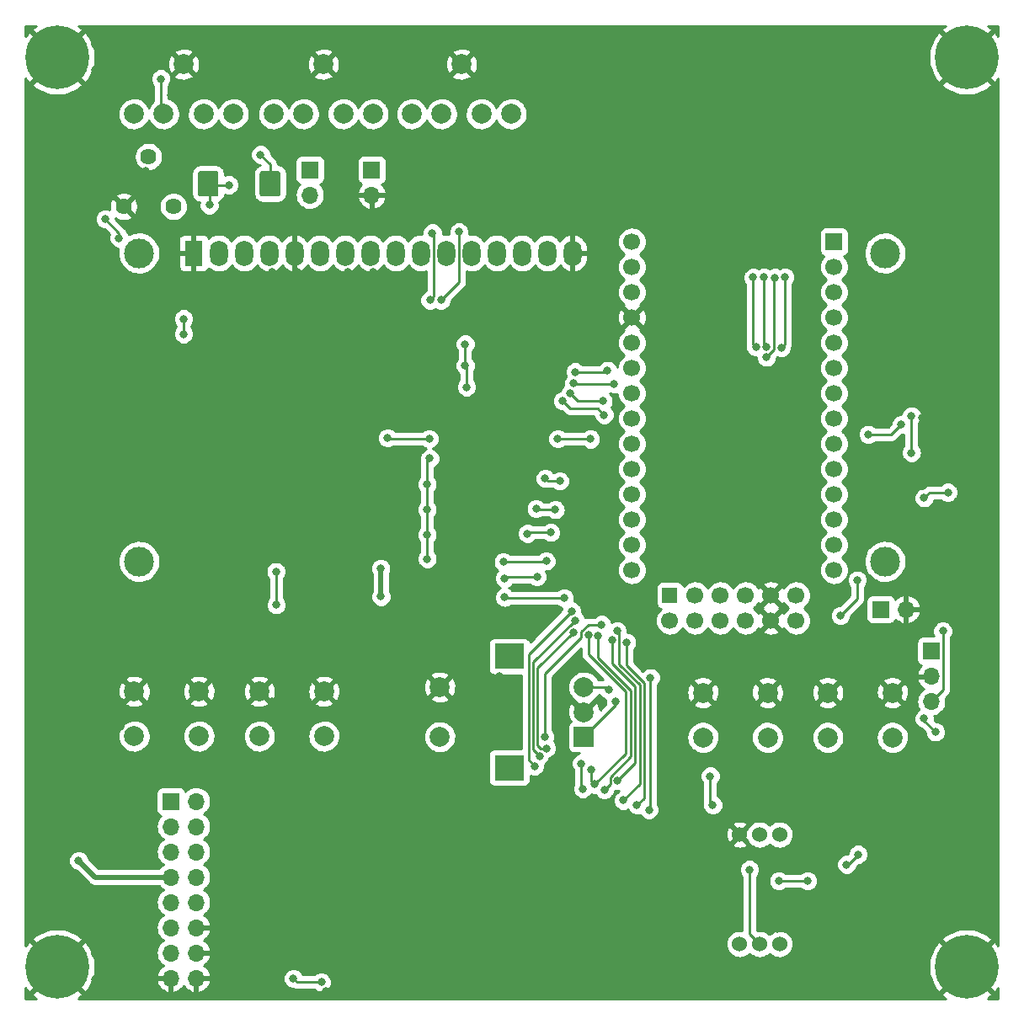
<source format=gtl>
G04 #@! TF.GenerationSoftware,KiCad,Pcbnew,5.99.0-unknown-43514a1~86~ubuntu18.04.1*
G04 #@! TF.CreationDate,2020-06-17T18:51:37+01:00*
G04 #@! TF.ProjectId,RADIO,52414449-4f2e-46b6-9963-61645f706362,rev?*
G04 #@! TF.SameCoordinates,Original*
G04 #@! TF.FileFunction,Copper,L1,Top*
G04 #@! TF.FilePolarity,Positive*
%FSLAX46Y46*%
G04 Gerber Fmt 4.6, Leading zero omitted, Abs format (unit mm)*
G04 Created by KiCad (PCBNEW 5.99.0-unknown-43514a1~86~ubuntu18.04.1) date 2020-06-17 18:51:37*
%MOMM*%
%LPD*%
G01*
G04 APERTURE LIST*
%ADD10C,2.000000*%
%ADD11O,1.700000X1.700000*%
%ADD12R,1.700000X1.700000*%
%ADD13C,3.000000*%
%ADD14O,1.800000X2.600000*%
%ADD15R,1.800000X2.600000*%
%ADD16C,1.700000*%
%ADD17R,1.524000X1.524000*%
%ADD18C,1.620000*%
%ADD19R,2.000000X2.000000*%
%ADD20R,3.000000X2.500000*%
%ADD21C,1.524000*%
%ADD22C,6.400000*%
%ADD23C,0.800000*%
%ADD24C,0.250000*%
%ADD25C,0.500000*%
%ADD26C,0.254000*%
G04 APERTURE END LIST*
D10*
X117460000Y-62840000D03*
X121460000Y-62840000D03*
X124460000Y-62840000D03*
X114460000Y-62840000D03*
X119460000Y-57840000D03*
G04 #@! TA.AperFunction,SMDPad,CuDef*
G36*
X114993671Y-68594030D02*
G01*
X115074777Y-68648223D01*
X115128970Y-68729329D01*
X115148000Y-68825000D01*
X115148000Y-70875000D01*
X115128970Y-70970671D01*
X115074777Y-71051777D01*
X114993671Y-71105970D01*
X114898000Y-71125000D01*
X113323000Y-71125000D01*
X113227329Y-71105970D01*
X113146223Y-71051777D01*
X113092030Y-70970671D01*
X113073000Y-70875000D01*
X113073000Y-68825000D01*
X113092030Y-68729329D01*
X113146223Y-68648223D01*
X113227329Y-68594030D01*
X113323000Y-68575000D01*
X114898000Y-68575000D01*
X114993671Y-68594030D01*
G37*
G04 #@! TD.AperFunction*
G04 #@! TA.AperFunction,SMDPad,CuDef*
G36*
X108768671Y-68594030D02*
G01*
X108849777Y-68648223D01*
X108903970Y-68729329D01*
X108923000Y-68825000D01*
X108923000Y-70875000D01*
X108903970Y-70970671D01*
X108849777Y-71051777D01*
X108768671Y-71105970D01*
X108673000Y-71125000D01*
X107098000Y-71125000D01*
X107002329Y-71105970D01*
X106921223Y-71051777D01*
X106867030Y-70970671D01*
X106848000Y-70875000D01*
X106848000Y-68825000D01*
X106867030Y-68729329D01*
X106921223Y-68648223D01*
X107002329Y-68594030D01*
X107098000Y-68575000D01*
X108673000Y-68575000D01*
X108768671Y-68594030D01*
G37*
G04 #@! TD.AperFunction*
D11*
X180594000Y-121920000D03*
X180594000Y-119380000D03*
D12*
X180594000Y-116840000D03*
D13*
X175926000Y-76835000D03*
X175925480Y-107835700D03*
X100926900Y-107835700D03*
X100926900Y-76835000D03*
D14*
X144526000Y-76835000D03*
X141986000Y-76835000D03*
X139446000Y-76835000D03*
X136906000Y-76835000D03*
X134366000Y-76835000D03*
X131826000Y-76835000D03*
X129286000Y-76835000D03*
X126746000Y-76835000D03*
X124206000Y-76835000D03*
X121666000Y-76835000D03*
X119126000Y-76835000D03*
X116586000Y-76835000D03*
X114046000Y-76835000D03*
X111506000Y-76835000D03*
X108966000Y-76835000D03*
D15*
X106426000Y-76835000D03*
D10*
X164130000Y-121031000D03*
X164130000Y-125531000D03*
X157630000Y-121031000D03*
X157630000Y-125531000D03*
D11*
X106680000Y-149733000D03*
X104140000Y-149733000D03*
X106680000Y-147193000D03*
X104140000Y-147193000D03*
X106680000Y-144653000D03*
X104140000Y-144653000D03*
X106680000Y-142113000D03*
X104140000Y-142113000D03*
X106680000Y-139573000D03*
X104140000Y-139573000D03*
X106680000Y-137033000D03*
X104140000Y-137033000D03*
X106680000Y-134493000D03*
X104140000Y-134493000D03*
X106680000Y-131953000D03*
D12*
X104140000Y-131953000D03*
D16*
X167005000Y-113792000D03*
X164465000Y-113792000D03*
X161925000Y-113792000D03*
X159385000Y-113792000D03*
X156845000Y-113792000D03*
X154305000Y-113792000D03*
X167005000Y-111252000D03*
X164465000Y-111252000D03*
X161925000Y-111252000D03*
X159385000Y-111252000D03*
X156845000Y-111252000D03*
D17*
X154305000Y-111252000D03*
D16*
X170815000Y-108712000D03*
X170815000Y-106172000D03*
X170815000Y-103632000D03*
X170815000Y-101092000D03*
X170815000Y-98552000D03*
X170815000Y-96012000D03*
X170815000Y-93472000D03*
X170815000Y-90932000D03*
X170815000Y-88392000D03*
X170815000Y-85852000D03*
X170815000Y-83312000D03*
X170815000Y-80772000D03*
X170815000Y-78232000D03*
D12*
X170815000Y-75692000D03*
D16*
X150495000Y-108712000D03*
X150495000Y-106172000D03*
X150495000Y-103632000D03*
X150495000Y-101092000D03*
X150495000Y-98552000D03*
X150495000Y-96012000D03*
X150495000Y-93472000D03*
X150495000Y-90932000D03*
X150495000Y-88392000D03*
X150495000Y-85852000D03*
X150495000Y-83312000D03*
X150495000Y-80772000D03*
X150495000Y-78232000D03*
X150495000Y-75692000D03*
D18*
X104394000Y-72136000D03*
X101894000Y-67136000D03*
X99394000Y-72136000D03*
D19*
X145669000Y-125476000D03*
D10*
X145669000Y-122976000D03*
X145669000Y-120476000D03*
D20*
X138169000Y-128576000D03*
X138169000Y-117376000D03*
D10*
X131169000Y-125476000D03*
X131169000Y-120476000D03*
X176680000Y-121031000D03*
X176680000Y-125531000D03*
X170180000Y-121031000D03*
X170180000Y-125531000D03*
X119530000Y-120904000D03*
X119530000Y-125404000D03*
X113030000Y-120904000D03*
X113030000Y-125404000D03*
X106957000Y-120904000D03*
X106957000Y-125404000D03*
X100457000Y-120904000D03*
X100457000Y-125404000D03*
X131350000Y-62840000D03*
X135350000Y-62840000D03*
X138350000Y-62840000D03*
X128350000Y-62840000D03*
X133350000Y-57840000D03*
X103410000Y-62840000D03*
X107410000Y-62840000D03*
X110410000Y-62840000D03*
X100410000Y-62840000D03*
X105410000Y-57840000D03*
D11*
X118110000Y-70993000D03*
D12*
X118110000Y-68453000D03*
D11*
X124333000Y-70993000D03*
D12*
X124333000Y-68453000D03*
D21*
X165322000Y-135304000D03*
X163322000Y-135304000D03*
X161322000Y-135304000D03*
X165322000Y-146304000D03*
X163322000Y-146304000D03*
X161322000Y-146304000D03*
D22*
X92710000Y-57150000D03*
X92710000Y-148590000D03*
X184150000Y-57150000D03*
X184150000Y-148590000D03*
D11*
X178054000Y-112649000D03*
D12*
X175514000Y-112649000D03*
D23*
X109220000Y-81280000D03*
X108000000Y-72000000D03*
X96735010Y-68580000D03*
X96735010Y-71120000D03*
X96735010Y-66040000D03*
X129540000Y-60990021D03*
X134620000Y-60990021D03*
X137160000Y-60990021D03*
X106680000Y-60990021D03*
X132080000Y-60990021D03*
X116459000Y-149771100D03*
X119265700Y-150126700D03*
X145542000Y-130683000D03*
X145415000Y-128143000D03*
X141895990Y-126627796D03*
X146431000Y-128778000D03*
X140719011Y-128397000D03*
X140873945Y-102532878D03*
X142323957Y-104920289D03*
X137685408Y-109539452D03*
X140935464Y-109390938D03*
X141773967Y-99487808D03*
X142773968Y-102633901D03*
X141873946Y-107792344D03*
X143223979Y-99745055D03*
X139973923Y-105039424D03*
X141187010Y-127381000D03*
X137566969Y-107880603D03*
X149603211Y-131854595D03*
X149039160Y-129862160D03*
X151003000Y-132334000D03*
X152202195Y-132806053D03*
X168148000Y-139954000D03*
X173228000Y-137287000D03*
X172085000Y-138303000D03*
X129902120Y-107569000D03*
X129902120Y-105156000D03*
X129902120Y-102616000D03*
X129902120Y-100076000D03*
X146484454Y-147353280D03*
X146509854Y-135885180D03*
X146497154Y-139733280D03*
X146484454Y-143479780D03*
X143487254Y-146311880D03*
X143487254Y-142501880D03*
X143487254Y-138691880D03*
X143487254Y-134881880D03*
X129517254Y-134881880D03*
X129517254Y-138691880D03*
X129517254Y-142501880D03*
X129517254Y-146311880D03*
X135232254Y-146311880D03*
X135232254Y-142501880D03*
X135232254Y-138691880D03*
X135232254Y-134881880D03*
X126342254Y-136786880D03*
X126342254Y-140596880D03*
X126342254Y-144406880D03*
X116182254Y-139326880D03*
X153647254Y-147581880D03*
X94869000Y-137922000D03*
X148865270Y-121929130D03*
X130160054Y-97482630D03*
X144780000Y-88773000D03*
X130429000Y-74803000D03*
X133858000Y-90297000D03*
X133731000Y-88138000D03*
X133731000Y-85979000D03*
X133096000Y-74712990D03*
X178587400Y-96901000D03*
X179768500Y-100279200D03*
X176530000Y-93345000D03*
X174240472Y-95063028D03*
X179705000Y-93345000D03*
X178597496Y-93206566D03*
X143510000Y-91694000D03*
X131303642Y-81566021D03*
X148713796Y-89992350D03*
X148030055Y-88624760D03*
X130185622Y-81566021D03*
X97218500Y-102298500D03*
X119735600Y-151079200D03*
X160718500Y-151206200D03*
X180060600Y-139458700D03*
X174891700Y-137007600D03*
X174701200Y-131813300D03*
X171958000Y-136144000D03*
X181013100Y-124980700D03*
X126466600Y-146405600D03*
X173145721Y-109706053D03*
X177577903Y-94057613D03*
X146741940Y-130255294D03*
X147726400Y-130797300D03*
X97053400Y-106045000D03*
X149007376Y-114832136D03*
X149956816Y-115981019D03*
X143687800Y-111506000D03*
X137680700Y-111442500D03*
X125234700Y-108534200D03*
X125260100Y-111366300D03*
X114731800Y-112191800D03*
X114706400Y-108864400D03*
X114808000Y-90043000D03*
X108585000Y-91694000D03*
X106680000Y-93853000D03*
X120015000Y-96647000D03*
X113284000Y-86360000D03*
X104648000Y-86995000D03*
X115316000Y-88011000D03*
X121539000Y-87630000D03*
X101727000Y-64770000D03*
X146103238Y-115252449D03*
X147102990Y-115275277D03*
X147447000Y-114173000D03*
X144419978Y-112825920D03*
X144765865Y-113764209D03*
X144612099Y-114943294D03*
X141732000Y-125476000D03*
X146316700Y-95529400D03*
X143027400Y-95504000D03*
X130111500Y-95504000D03*
X125920500Y-95415100D03*
X129336800Y-109270800D03*
X162306000Y-138811000D03*
X158369000Y-129413000D03*
X158623000Y-132334000D03*
X165263990Y-139954000D03*
X179868990Y-123621800D03*
X181749700Y-114833400D03*
X182269830Y-100894299D03*
X179868990Y-101446567D03*
X180340000Y-55880000D03*
X177800000Y-55880000D03*
X175260000Y-55880000D03*
X172720000Y-55880000D03*
X170180000Y-55880000D03*
X167640000Y-55880000D03*
X165100000Y-55880000D03*
X162560000Y-55880000D03*
X160020000Y-55880000D03*
X157480000Y-55880000D03*
X154940000Y-55880000D03*
X154940000Y-58420000D03*
X157480000Y-58420000D03*
X160020000Y-58420000D03*
X162560000Y-58420000D03*
X165100000Y-58420000D03*
X167640000Y-58420000D03*
X170180000Y-58420000D03*
X172720000Y-58420000D03*
X175260000Y-58420000D03*
X177800000Y-58420000D03*
X180340000Y-58420000D03*
X154940000Y-60960000D03*
X157480000Y-60960000D03*
X160020000Y-60960000D03*
X162560000Y-60960000D03*
X165100000Y-60960000D03*
X167640000Y-60960000D03*
X170180000Y-60960000D03*
X172720000Y-60960000D03*
X175260000Y-60960000D03*
X177800000Y-60960000D03*
X180340000Y-60960000D03*
X154940000Y-63500000D03*
X157480000Y-63500000D03*
X160020000Y-63500000D03*
X162560000Y-63500000D03*
X165100000Y-63500000D03*
X167640000Y-63500000D03*
X170180000Y-63500000D03*
X175260000Y-63500000D03*
X180340000Y-71120000D03*
X172720000Y-73660000D03*
X175260000Y-73660000D03*
X177800000Y-73660000D03*
X180340000Y-73660000D03*
X172720000Y-68580000D03*
X170180000Y-68580000D03*
X167640000Y-66040000D03*
X165100000Y-66040000D03*
X162560000Y-66040000D03*
X160020000Y-66040000D03*
X157480000Y-66040000D03*
X154940000Y-66040000D03*
X154940000Y-68580000D03*
X157480000Y-68580000D03*
X160020000Y-68580000D03*
X162560000Y-68580000D03*
X165100000Y-68580000D03*
X154940000Y-71120000D03*
X157480000Y-71120000D03*
X160020000Y-71120000D03*
X162560000Y-71120000D03*
X154940000Y-73660000D03*
X157480000Y-73660000D03*
X160020000Y-73660000D03*
X154940000Y-76200000D03*
X157480000Y-76200000D03*
X160020000Y-76200000D03*
X152400000Y-76200000D03*
X152400000Y-78740000D03*
X154940000Y-78740000D03*
X157480000Y-78740000D03*
X160020000Y-78740000D03*
X142240000Y-60960000D03*
X142240000Y-63500000D03*
X142240000Y-66040000D03*
X142240000Y-68580000D03*
X142240000Y-71120000D03*
X147320000Y-71120000D03*
X149860000Y-71120000D03*
X149860000Y-68580000D03*
X147320000Y-68580000D03*
X144780000Y-66040000D03*
X147320000Y-66040000D03*
X149860000Y-66040000D03*
X149860000Y-63500000D03*
X147320000Y-63500000D03*
X144780000Y-63500000D03*
X144780000Y-60960000D03*
X147320000Y-60960000D03*
X149860000Y-60960000D03*
X139700000Y-73660000D03*
X144780000Y-73660000D03*
X139700000Y-71120000D03*
X139700000Y-68580000D03*
X139700000Y-66040000D03*
X137160000Y-73660000D03*
X137160000Y-68580000D03*
X137160000Y-66040000D03*
X134620000Y-66040000D03*
X134620000Y-68580000D03*
X134620000Y-71120000D03*
X132080000Y-73660000D03*
X132080000Y-71120000D03*
X132080000Y-68580000D03*
X132080000Y-66040000D03*
X129540000Y-66040000D03*
X129540000Y-68580000D03*
X129540000Y-71120000D03*
X127000000Y-73660000D03*
X127000000Y-71120000D03*
X127000000Y-68580000D03*
X127000000Y-66040000D03*
X124460000Y-66040000D03*
X124460000Y-73660000D03*
X121920000Y-73660000D03*
X116840000Y-66040000D03*
X119380000Y-63500000D03*
X121920000Y-60960000D03*
X124460000Y-60960000D03*
X116840000Y-60960000D03*
X114300000Y-60960000D03*
X119380000Y-60960000D03*
X139700000Y-60960000D03*
X96520000Y-55880000D03*
X99060000Y-55880000D03*
X96520000Y-58420000D03*
X101600000Y-60960000D03*
X101600000Y-71120000D03*
X101600000Y-68580000D03*
X111760000Y-68580000D03*
X111760000Y-71120000D03*
X114300000Y-73660000D03*
X116840000Y-73660000D03*
X96520000Y-78740000D03*
X104140000Y-76200000D03*
X114300000Y-78740000D03*
X114300000Y-81280000D03*
X114300000Y-83820000D03*
X116840000Y-81280000D03*
X116840000Y-78740000D03*
X121920000Y-78740000D03*
X121920000Y-81280000D03*
X121920000Y-83820000D03*
X119380000Y-83820000D03*
X124460000Y-83820000D03*
X124460000Y-81280000D03*
X124460000Y-78740000D03*
X119380000Y-86360000D03*
X116840000Y-86360000D03*
X124460000Y-86360000D03*
X127000000Y-86360000D03*
X127000000Y-83820000D03*
X99060000Y-88900000D03*
X99060000Y-91440000D03*
X99060000Y-93980000D03*
X99060000Y-96520000D03*
X99060000Y-99060000D03*
X99060000Y-101600000D03*
X99060000Y-104140000D03*
X101600000Y-104140000D03*
X101600000Y-101600000D03*
X101600000Y-99060000D03*
X101600000Y-96520000D03*
X101600000Y-93980000D03*
X101600000Y-91440000D03*
X101600000Y-88900000D03*
X104140000Y-88900000D03*
X104140000Y-109220000D03*
X106680000Y-109220000D03*
X106680000Y-106680000D03*
X109220000Y-104140000D03*
X104140000Y-106680000D03*
X104140000Y-104140000D03*
X106680000Y-101600000D03*
X109220000Y-109220000D03*
X111760000Y-106680000D03*
X111760000Y-104140000D03*
X116840000Y-106680000D03*
X121920000Y-104140000D03*
X124460000Y-104140000D03*
X124460000Y-101600000D03*
X129540000Y-111760000D03*
X132080000Y-111760000D03*
X132080000Y-109220000D03*
X134620000Y-109220000D03*
X134620000Y-111760000D03*
X134620000Y-114300000D03*
X132080000Y-114300000D03*
X132080000Y-116840000D03*
X129540000Y-114300000D03*
X129540000Y-116840000D03*
X129540000Y-119380000D03*
X129540000Y-121920000D03*
X129540000Y-124460000D03*
X127000000Y-121920000D03*
X127000000Y-119380000D03*
X127000000Y-116840000D03*
X127000000Y-114300000D03*
X127000000Y-111760000D03*
X124460000Y-114300000D03*
X124460000Y-116840000D03*
X124460000Y-119380000D03*
X124460000Y-121920000D03*
X121920000Y-121920000D03*
X121920000Y-119380000D03*
X121920000Y-116840000D03*
X121920000Y-114300000D03*
X119380000Y-116840000D03*
X119380000Y-114300000D03*
X116840000Y-116840000D03*
X116840000Y-114300000D03*
X114300000Y-114300000D03*
X114300000Y-116840000D03*
X111760000Y-116840000D03*
X111760000Y-114300000D03*
X109220000Y-114300000D03*
X109220000Y-116840000D03*
X109220000Y-119380000D03*
X109220000Y-121920000D03*
X109220000Y-124460000D03*
X109220000Y-127000000D03*
X114300000Y-121920000D03*
X116840000Y-121920000D03*
X121920000Y-124460000D03*
X124460000Y-124460000D03*
X127000000Y-124460000D03*
X106680000Y-114300000D03*
X106680000Y-116840000D03*
X104140000Y-116840000D03*
X104140000Y-114300000D03*
X101600000Y-114300000D03*
X101600000Y-116840000D03*
X99060000Y-116840000D03*
X99060000Y-114300000D03*
X127000000Y-106680000D03*
X124460000Y-106680000D03*
X104140000Y-121920000D03*
X104140000Y-119380000D03*
X101600000Y-119380000D03*
X99060000Y-119380000D03*
X99060000Y-121920000D03*
X99060000Y-124460000D03*
X99060000Y-127000000D03*
X99060000Y-129540000D03*
X101600000Y-127000000D03*
X104140000Y-127000000D03*
X104140000Y-124460000D03*
X111760000Y-127000000D03*
X114300000Y-127000000D03*
X116840000Y-127000000D03*
X137160000Y-121920000D03*
X137160000Y-119380000D03*
X162560000Y-124460000D03*
X162560000Y-121920000D03*
X167640000Y-124460000D03*
X167640000Y-121920000D03*
X99060000Y-132080000D03*
X99060000Y-134620000D03*
X99060000Y-137160000D03*
X99060000Y-142240000D03*
X99060000Y-144780000D03*
X96520000Y-147320000D03*
X96520000Y-149860000D03*
X99060000Y-149860000D03*
X160020000Y-149860000D03*
X165100000Y-144780000D03*
X165100000Y-142240000D03*
X167640000Y-144780000D03*
X167640000Y-147320000D03*
X180340000Y-149860000D03*
X180340000Y-147320000D03*
X180340000Y-142240000D03*
X180340000Y-144780000D03*
X177800000Y-139700000D03*
X175260000Y-139700000D03*
X172720000Y-129540000D03*
X175260000Y-129540000D03*
X177800000Y-129540000D03*
X180340000Y-127000000D03*
X167640000Y-127000000D03*
X162560000Y-127000000D03*
X160020000Y-127000000D03*
X172720000Y-124460000D03*
X172720000Y-121920000D03*
X175260000Y-121920000D03*
X175260000Y-124460000D03*
X152400000Y-109220000D03*
X154940000Y-106680000D03*
X157480000Y-106680000D03*
X160020000Y-106680000D03*
X162560000Y-106680000D03*
X165100000Y-106680000D03*
X167640000Y-106680000D03*
X165100000Y-104140000D03*
X162560000Y-104140000D03*
X160020000Y-104140000D03*
X157480000Y-104140000D03*
X154940000Y-104140000D03*
X152400000Y-104140000D03*
X152400000Y-101600000D03*
X154940000Y-101600000D03*
X157480000Y-101600000D03*
X160020000Y-101600000D03*
X162560000Y-101600000D03*
X165100000Y-101600000D03*
X167640000Y-99060000D03*
X162560000Y-99060000D03*
X160020000Y-99060000D03*
X157480000Y-99060000D03*
X154940000Y-99060000D03*
X152400000Y-99060000D03*
X157480000Y-96520000D03*
X160020000Y-96520000D03*
X162560000Y-96520000D03*
X152400000Y-96520000D03*
X147320000Y-96520000D03*
X147320000Y-99060000D03*
X167640000Y-96520000D03*
X167640000Y-93980000D03*
X165100000Y-93980000D03*
X165100000Y-91440000D03*
X167640000Y-91440000D03*
X165100000Y-96520000D03*
X162560000Y-93980000D03*
X157480000Y-88900000D03*
X154940000Y-88900000D03*
X152400000Y-88900000D03*
X152400000Y-86360000D03*
X154940000Y-86360000D03*
X157480000Y-86360000D03*
X152400000Y-83820000D03*
X154940000Y-83820000D03*
X157480000Y-83820000D03*
X160020000Y-83820000D03*
X152400000Y-81280000D03*
X154940000Y-81280000D03*
X157480000Y-81280000D03*
X160020000Y-81280000D03*
X167640000Y-81280000D03*
X167640000Y-78740000D03*
X167640000Y-76200000D03*
X167640000Y-73660000D03*
X139700000Y-81280000D03*
X144780000Y-81280000D03*
X147320000Y-81280000D03*
X142240000Y-81280000D03*
X132080000Y-88900000D03*
X132080000Y-83820000D03*
X132080000Y-93980000D03*
X134620000Y-93980000D03*
X137160000Y-93980000D03*
X139700000Y-93980000D03*
X142240000Y-93980000D03*
X139700000Y-96520000D03*
X142240000Y-96520000D03*
X142240000Y-86360000D03*
X139700000Y-86360000D03*
X139700000Y-83820000D03*
X142240000Y-83820000D03*
X144780000Y-83820000D03*
X134620000Y-83820000D03*
X134620000Y-81280000D03*
X137160000Y-83820000D03*
X147320000Y-78740000D03*
X147320000Y-76200000D03*
X172720000Y-81280000D03*
X172720000Y-78740000D03*
X172720000Y-76200000D03*
X172720000Y-83820000D03*
X172720000Y-86360000D03*
X172720000Y-88900000D03*
X172720000Y-91440000D03*
X175260000Y-81280000D03*
X177800000Y-81280000D03*
X177800000Y-78740000D03*
X180340000Y-76200000D03*
X180340000Y-78740000D03*
X180340000Y-81280000D03*
X162560000Y-132080000D03*
X160020000Y-132080000D03*
X152400000Y-134620000D03*
X101600000Y-147320000D03*
X109220000Y-147320000D03*
X109220000Y-144780000D03*
X109220000Y-142240000D03*
X109220000Y-149860000D03*
X111760000Y-144780000D03*
X111760000Y-142240000D03*
X111760000Y-139700000D03*
X111760000Y-137160000D03*
X114300000Y-147320000D03*
X111760000Y-147320000D03*
X116840000Y-124460000D03*
X116840000Y-119380000D03*
X119380000Y-132080000D03*
X119380000Y-147320000D03*
X121920000Y-66040000D03*
X119380000Y-66040000D03*
X162667974Y-79284990D03*
X163749205Y-79284990D03*
X147591058Y-91729399D03*
X144277494Y-90971594D03*
X144642445Y-89911591D03*
X171450000Y-113284000D03*
X147701000Y-93091000D03*
X165862000Y-79248000D03*
X164862826Y-79288915D03*
X164014241Y-87309439D03*
X162952873Y-86272485D03*
X154833838Y-96489842D03*
X163988368Y-86309762D03*
X175260000Y-101600000D03*
X172720000Y-99060000D03*
X167640000Y-101600000D03*
X167640000Y-104140000D03*
X165100000Y-99060000D03*
X165517990Y-86331632D03*
X148469857Y-115711948D03*
X154686635Y-124884043D03*
X148165317Y-120745458D03*
X152346357Y-119532797D03*
X170180000Y-73660000D03*
X172720000Y-106680000D03*
X157480000Y-109220000D03*
X160020000Y-109220000D03*
X175260000Y-144780000D03*
X149860000Y-54610000D03*
X147320000Y-54610000D03*
X144780000Y-54610000D03*
X142240000Y-54610000D03*
X139700000Y-54610000D03*
X137160000Y-54610000D03*
X134620000Y-54610000D03*
X132080000Y-54610000D03*
X129540000Y-54610000D03*
X127000000Y-54610000D03*
X124460000Y-54610000D03*
X121920000Y-54610000D03*
X119380000Y-54610000D03*
X116840000Y-54610000D03*
X114300000Y-54610000D03*
X110490000Y-54610000D03*
X107950000Y-54610000D03*
X105410000Y-54610000D03*
X101600000Y-54610000D03*
X172720000Y-63500000D03*
X104140000Y-60960000D03*
X109982000Y-69977000D03*
X113157000Y-66929000D03*
X105410000Y-84963000D03*
X98933000Y-75311000D03*
X97536000Y-73406000D03*
X103124000Y-59309000D03*
X121920000Y-68580000D03*
X121920000Y-71120000D03*
X101346000Y-82042000D03*
X97155000Y-86360000D03*
X105410000Y-83439000D03*
D24*
X108000000Y-72000000D02*
X108000000Y-69964500D01*
X108000000Y-69964500D02*
X107885500Y-69850000D01*
X114731800Y-112191800D02*
X114731800Y-108889800D01*
X114731800Y-108889800D02*
X114706400Y-108864400D01*
X116814600Y-150126700D02*
X116459000Y-149771100D01*
X119265700Y-150126700D02*
X116814600Y-150126700D01*
D25*
X96520000Y-139573000D02*
X94869000Y-137922000D01*
X104140000Y-139573000D02*
X96520000Y-139573000D01*
D24*
X162306000Y-145288000D02*
X163322000Y-146304000D01*
X145415000Y-130556000D02*
X145542000Y-130683000D01*
X145415000Y-128143000D02*
X145415000Y-130556000D01*
X142323957Y-104920289D02*
X140093058Y-104920289D01*
X143223979Y-99745055D02*
X142031214Y-99745055D01*
X141785687Y-107880603D02*
X141873946Y-107792344D01*
X137566969Y-107880603D02*
X141785687Y-107880603D01*
X137833922Y-109390938D02*
X137685408Y-109539452D01*
X140935464Y-109390938D02*
X137833922Y-109390938D01*
X142031214Y-99745055D02*
X141773967Y-99487808D01*
X140974968Y-102633901D02*
X140873945Y-102532878D01*
X140093058Y-104920289D02*
X139973923Y-105039424D01*
X142773968Y-102633901D02*
X140974968Y-102633901D01*
X150368000Y-120777000D02*
X150368000Y-127460318D01*
X149288500Y-119697500D02*
X150368000Y-120777000D01*
X150368000Y-127460318D02*
X148314159Y-129514159D01*
X149288500Y-119697500D02*
X149352000Y-119761000D01*
X172085000Y-138303000D02*
X172212000Y-138303000D01*
X172212000Y-138303000D02*
X173228000Y-137287000D01*
X129902120Y-105156000D02*
X129902120Y-102616000D01*
X129902120Y-102616000D02*
X129902120Y-100076000D01*
X148865270Y-122279730D02*
X148865270Y-121929130D01*
X145669000Y-125476000D02*
X148865270Y-122279730D01*
X129902120Y-97740564D02*
X130160054Y-97482630D01*
X129902120Y-100076000D02*
X129902120Y-97740564D01*
X133858000Y-88265000D02*
X133731000Y-88138000D01*
X133858000Y-90297000D02*
X133858000Y-88265000D01*
X133731000Y-85979000D02*
X133731000Y-88138000D01*
X178587400Y-96901000D02*
X178587400Y-93216662D01*
X178587400Y-93216662D02*
X178597496Y-93206566D01*
X147881815Y-88773000D02*
X148030055Y-88624760D01*
X130585621Y-81166022D02*
X130185622Y-81566021D01*
X133096000Y-74712990D02*
X133096000Y-79773663D01*
X130585621Y-74959621D02*
X130585621Y-81166022D01*
X130429000Y-74803000D02*
X130585621Y-74959621D01*
X133096000Y-79773663D02*
X131303642Y-81566021D01*
X144780000Y-88773000D02*
X147881815Y-88773000D01*
X130111824Y-97434400D02*
X130160054Y-97482630D01*
X176572488Y-95063028D02*
X177577903Y-94057613D01*
X174240472Y-95063028D02*
X176572488Y-95063028D01*
X146431000Y-128778000D02*
X146431000Y-129944354D01*
X148314159Y-129514159D02*
X148314159Y-130209541D01*
X146431000Y-129944354D02*
X146741940Y-130255294D01*
X148314159Y-130209541D02*
X147726400Y-130797300D01*
X143687800Y-111506000D02*
X137744200Y-111506000D01*
X137744200Y-111506000D02*
X137680700Y-111442500D01*
D25*
X125234700Y-111340900D02*
X125260100Y-111366300D01*
X125234700Y-108534200D02*
X125234700Y-111340900D01*
D24*
X146741940Y-130255294D02*
X149860000Y-127137234D01*
X149288500Y-119697500D02*
X147102990Y-117511990D01*
X147102990Y-117511990D02*
X147102990Y-115275277D01*
X149860000Y-120905410D02*
X146103238Y-117148648D01*
X146103238Y-117148648D02*
X146103238Y-115252449D01*
X149860000Y-127137234D02*
X149860000Y-120905410D01*
X140556987Y-117973087D02*
X144765865Y-113764209D01*
X141330305Y-126627796D02*
X141006998Y-126304489D01*
X141006998Y-126304489D02*
X141006998Y-118548395D01*
X140106976Y-127784965D02*
X140106976Y-117138922D01*
X140719011Y-128397000D02*
X140106976Y-127784965D01*
X141006998Y-118548395D02*
X144612099Y-114943294D01*
X141187010Y-127381000D02*
X140556987Y-126750977D01*
X140106976Y-117138922D02*
X144419978Y-112825920D01*
X140556987Y-126750977D02*
X140556987Y-117973087D01*
X141895990Y-126627796D02*
X141330305Y-126627796D01*
X141732000Y-119126000D02*
X141732000Y-125476000D01*
X145378237Y-115479763D02*
X141732000Y-119126000D01*
X145378237Y-114904448D02*
X145378237Y-115479763D01*
X147447000Y-114173000D02*
X146109685Y-114173000D01*
X146109685Y-114173000D02*
X145378237Y-114904448D01*
X146316700Y-95529400D02*
X143052800Y-95529400D01*
X143052800Y-95529400D02*
X143027400Y-95504000D01*
X130111500Y-95504000D02*
X126009400Y-95504000D01*
X126009400Y-95504000D02*
X125920500Y-95415100D01*
X129902120Y-107569000D02*
X129902120Y-105156000D01*
X162306000Y-138811000D02*
X162306000Y-145288000D01*
X158369000Y-132080000D02*
X158623000Y-132334000D01*
X158369000Y-129413000D02*
X158369000Y-132080000D01*
X168148000Y-139954000D02*
X165263990Y-139954000D01*
X179868990Y-123836590D02*
X179868990Y-123621800D01*
X181013100Y-124980700D02*
X179868990Y-123836590D01*
X181769001Y-114852701D02*
X181749700Y-114833400D01*
X180594000Y-121920000D02*
X181769001Y-120744999D01*
X181769001Y-120744999D02*
X181769001Y-114852701D01*
X182269830Y-100894299D02*
X180421258Y-100894299D01*
X180421258Y-100894299D02*
X179868990Y-101446567D01*
X145035299Y-91729399D02*
X144277494Y-90971594D01*
X143510000Y-91694000D02*
X144270401Y-92454401D01*
X144723204Y-89992350D02*
X144642445Y-89911591D01*
X148713796Y-89992350D02*
X144723204Y-89992350D01*
X147591058Y-91729399D02*
X145035299Y-91729399D01*
X173145721Y-109706053D02*
X173145721Y-111588279D01*
X173145721Y-111588279D02*
X171450000Y-113284000D01*
X144270401Y-92454401D02*
X147064401Y-92454401D01*
X147064401Y-92454401D02*
X147701000Y-93091000D01*
X162667974Y-85987586D02*
X162952873Y-86272485D01*
X162667974Y-79284990D02*
X162667974Y-85987586D01*
X163749205Y-86070599D02*
X163988368Y-86309762D01*
X163749205Y-79284990D02*
X163749205Y-86070599D01*
X165862000Y-85987622D02*
X165517990Y-86331632D01*
X164792989Y-86530691D02*
X164014241Y-87309439D01*
X164862826Y-79288915D02*
X164792989Y-79358752D01*
X164792989Y-79358752D02*
X164792989Y-86530691D01*
X165862000Y-79248000D02*
X165862000Y-85987622D01*
X145669000Y-120476000D02*
X147895859Y-120476000D01*
X147895859Y-120476000D02*
X148165317Y-120745458D01*
X151268022Y-120227261D02*
X149194858Y-118154097D01*
X150818011Y-120413662D02*
X148469857Y-118065508D01*
X149194858Y-118154097D02*
X149194858Y-115019618D01*
X150818011Y-128083309D02*
X150818011Y-120413662D01*
X149956816Y-118279645D02*
X149956816Y-115981019D01*
X149194858Y-115019618D02*
X149007376Y-114832136D01*
X151268022Y-130189784D02*
X151268022Y-120227261D01*
X148469857Y-118065508D02*
X148469857Y-115711948D01*
X149603211Y-131854595D02*
X151268022Y-130189784D01*
X151718033Y-120040862D02*
X149956816Y-118279645D01*
X151003000Y-132334000D02*
X151718033Y-131618967D01*
X149039160Y-129862160D02*
X150818011Y-128083309D01*
X151718033Y-131618967D02*
X151718033Y-120040862D01*
X152346357Y-132661891D02*
X152202195Y-132806053D01*
X152346357Y-119532797D02*
X152346357Y-132661891D01*
X108012500Y-69977000D02*
X107885500Y-69850000D01*
X109982000Y-69977000D02*
X108012500Y-69977000D01*
X114110500Y-69850000D02*
X114110500Y-67882500D01*
X114110500Y-67882500D02*
X113157000Y-66929000D01*
X98933000Y-75311000D02*
X98933000Y-74803000D01*
X98933000Y-74803000D02*
X97536000Y-73406000D01*
X103124000Y-62554000D02*
X103410000Y-62840000D01*
X103124000Y-59309000D02*
X103124000Y-62554000D01*
X105410000Y-84963000D02*
X105410000Y-83439000D01*
G36*
X90296548Y-54164392D02*
G01*
X90291420Y-54168545D01*
X90148928Y-54296844D01*
X90146094Y-54405075D01*
X92657809Y-56916790D01*
X92762191Y-56916790D01*
X95273906Y-54405075D01*
X95271072Y-54296844D01*
X95128580Y-54168545D01*
X95123452Y-54164392D01*
X94861401Y-53974000D01*
X181998599Y-53974000D01*
X181736548Y-54164392D01*
X181731420Y-54168545D01*
X181588928Y-54296844D01*
X181586094Y-54405075D01*
X184097809Y-56916790D01*
X184202191Y-56916790D01*
X186713906Y-54405075D01*
X186711072Y-54296844D01*
X186568580Y-54168545D01*
X186563452Y-54164392D01*
X186301401Y-53974000D01*
X187326001Y-53974000D01*
X187326001Y-54998601D01*
X187135608Y-54736548D01*
X187131455Y-54731420D01*
X187003156Y-54588928D01*
X186894925Y-54586094D01*
X184383210Y-57097809D01*
X184383210Y-57202191D01*
X186894925Y-59713906D01*
X187003156Y-59711072D01*
X187131455Y-59568580D01*
X187135608Y-59563452D01*
X187326001Y-59301399D01*
X187326000Y-146438599D01*
X187135608Y-146176548D01*
X187131455Y-146171420D01*
X187003156Y-146028928D01*
X186894925Y-146026094D01*
X184383210Y-148537809D01*
X184383210Y-148642191D01*
X186894925Y-151153906D01*
X187003156Y-151151072D01*
X187131455Y-151008580D01*
X187135608Y-151003452D01*
X187326000Y-150741401D01*
X187326000Y-151766000D01*
X186301401Y-151766000D01*
X186563452Y-151575608D01*
X186568580Y-151571455D01*
X186711072Y-151443156D01*
X186713906Y-151334925D01*
X184202191Y-148823210D01*
X184097809Y-148823210D01*
X181586094Y-151334925D01*
X181588928Y-151443156D01*
X181731420Y-151571455D01*
X181736548Y-151575608D01*
X181998599Y-151766000D01*
X94861401Y-151766000D01*
X95123452Y-151575608D01*
X95128580Y-151571455D01*
X95271072Y-151443156D01*
X95273906Y-151334925D01*
X92762191Y-148823210D01*
X92657809Y-148823210D01*
X90146094Y-151334925D01*
X90148928Y-151443156D01*
X90291420Y-151571455D01*
X90296548Y-151575608D01*
X90558599Y-151766000D01*
X89534000Y-151766000D01*
X89534000Y-150741401D01*
X89724392Y-151003452D01*
X89728545Y-151008580D01*
X89856844Y-151151072D01*
X89965075Y-151153906D01*
X92476790Y-148642191D01*
X92476790Y-148537809D01*
X92943210Y-148537809D01*
X92943210Y-148642191D01*
X95454925Y-151153906D01*
X95563156Y-151151072D01*
X95691455Y-151008580D01*
X95695608Y-151003452D01*
X95927933Y-150683685D01*
X95931527Y-150678150D01*
X96129155Y-150335850D01*
X96132151Y-150329970D01*
X96292915Y-149968887D01*
X96295280Y-149962726D01*
X96296863Y-149957853D01*
X102666602Y-149957853D01*
X102729221Y-150209005D01*
X102732669Y-150219104D01*
X102829591Y-150439900D01*
X102834692Y-150449275D01*
X102967430Y-150650584D01*
X102974038Y-150658965D01*
X103138798Y-150835032D01*
X103146722Y-150842180D01*
X103338792Y-150987968D01*
X103347808Y-150993679D01*
X103561696Y-151105021D01*
X103571545Y-151109131D01*
X103801134Y-151182845D01*
X103811535Y-151185236D01*
X103925162Y-151201407D01*
X104012000Y-151126052D01*
X104012000Y-149934809D01*
X103938191Y-149861000D01*
X102742272Y-149861000D01*
X102666602Y-149957853D01*
X96296863Y-149957853D01*
X96417421Y-149586816D01*
X96419129Y-149580442D01*
X96501307Y-149193824D01*
X96502339Y-149187307D01*
X96543654Y-148794217D01*
X96543999Y-148787627D01*
X96543999Y-148392373D01*
X96543654Y-148385783D01*
X96502339Y-147992693D01*
X96501307Y-147986176D01*
X96419129Y-147599558D01*
X96417421Y-147593184D01*
X96295280Y-147217274D01*
X96292915Y-147211113D01*
X96132151Y-146850030D01*
X96129155Y-146844150D01*
X95931527Y-146501850D01*
X95927933Y-146496315D01*
X95695608Y-146176548D01*
X95691455Y-146171420D01*
X95563156Y-146028928D01*
X95454925Y-146026094D01*
X92943210Y-148537809D01*
X92476790Y-148537809D01*
X89965075Y-146026094D01*
X89856844Y-146028928D01*
X89728545Y-146171420D01*
X89724392Y-146176548D01*
X89534000Y-146438599D01*
X89534000Y-145845075D01*
X90146094Y-145845075D01*
X92657809Y-148356790D01*
X92762191Y-148356790D01*
X95273906Y-145845075D01*
X95271072Y-145736844D01*
X95128580Y-145608545D01*
X95123452Y-145604392D01*
X94803685Y-145372067D01*
X94798150Y-145368473D01*
X94455850Y-145170845D01*
X94449970Y-145167849D01*
X94088887Y-145007085D01*
X94082726Y-145004720D01*
X93706816Y-144882579D01*
X93700442Y-144880871D01*
X93313824Y-144798693D01*
X93307307Y-144797661D01*
X92914217Y-144756346D01*
X92907627Y-144756001D01*
X92512373Y-144756001D01*
X92505783Y-144756346D01*
X92112693Y-144797661D01*
X92106176Y-144798693D01*
X91719558Y-144880871D01*
X91713184Y-144882579D01*
X91337274Y-145004720D01*
X91331113Y-145007085D01*
X90970030Y-145167849D01*
X90964150Y-145170845D01*
X90621850Y-145368473D01*
X90616315Y-145372067D01*
X90296548Y-145604392D01*
X90291420Y-145608545D01*
X90148928Y-145736844D01*
X90146094Y-145845075D01*
X89534000Y-145845075D01*
X89534000Y-137793938D01*
X93833000Y-137793938D01*
X93833000Y-138050062D01*
X93835156Y-138066438D01*
X93901446Y-138313835D01*
X93907767Y-138329095D01*
X94035829Y-138550905D01*
X94045884Y-138564009D01*
X94226991Y-138745116D01*
X94240095Y-138755171D01*
X94461905Y-138883233D01*
X94477165Y-138889554D01*
X94622507Y-138928499D01*
X95823311Y-140129304D01*
X95833507Y-140145463D01*
X95845143Y-140159135D01*
X95913608Y-140219601D01*
X95935259Y-140241253D01*
X95942033Y-140247126D01*
X95960138Y-140260695D01*
X96021772Y-140315128D01*
X96036777Y-140324985D01*
X96061255Y-140336477D01*
X96082896Y-140352696D01*
X96098643Y-140361317D01*
X96175651Y-140390186D01*
X96250264Y-140425217D01*
X96267819Y-140430525D01*
X96293490Y-140434362D01*
X96319298Y-140444037D01*
X96336833Y-140447892D01*
X96430697Y-140454868D01*
X96453709Y-140458307D01*
X96463034Y-140459000D01*
X96486301Y-140459000D01*
X96571836Y-140465356D01*
X96589747Y-140464135D01*
X96613803Y-140459000D01*
X102946605Y-140459000D01*
X102967430Y-140490584D01*
X102974037Y-140498965D01*
X103138798Y-140675032D01*
X103146722Y-140682180D01*
X103338792Y-140827968D01*
X103347808Y-140833679D01*
X103364166Y-140842194D01*
X103363032Y-140842882D01*
X103168199Y-140984957D01*
X103160138Y-140991952D01*
X102992029Y-141164822D01*
X102985263Y-141173074D01*
X102848683Y-141371798D01*
X102843403Y-141381073D01*
X102742260Y-141599968D01*
X102738618Y-141610000D01*
X102675802Y-141842807D01*
X102673903Y-141853309D01*
X102651211Y-142093372D01*
X102651109Y-142104043D01*
X102669188Y-142344497D01*
X102670885Y-142355034D01*
X102729221Y-142589005D01*
X102732669Y-142599104D01*
X102829591Y-142819900D01*
X102834692Y-142829275D01*
X102967430Y-143030584D01*
X102974038Y-143038965D01*
X103138798Y-143215032D01*
X103146722Y-143222180D01*
X103338792Y-143367968D01*
X103347808Y-143373679D01*
X103364166Y-143382194D01*
X103363032Y-143382882D01*
X103168199Y-143524957D01*
X103160138Y-143531952D01*
X102992029Y-143704822D01*
X102985263Y-143713074D01*
X102848683Y-143911798D01*
X102843403Y-143921073D01*
X102742260Y-144139968D01*
X102738618Y-144150000D01*
X102675802Y-144382807D01*
X102673903Y-144393309D01*
X102651211Y-144633372D01*
X102651109Y-144644043D01*
X102669188Y-144884497D01*
X102670885Y-144895034D01*
X102729221Y-145129005D01*
X102732669Y-145139104D01*
X102829591Y-145359900D01*
X102834692Y-145369275D01*
X102967430Y-145570584D01*
X102974038Y-145578965D01*
X103138798Y-145755032D01*
X103146722Y-145762180D01*
X103338792Y-145907968D01*
X103347808Y-145913679D01*
X103364166Y-145922194D01*
X103363032Y-145922882D01*
X103168199Y-146064957D01*
X103160138Y-146071952D01*
X102992029Y-146244822D01*
X102985263Y-146253074D01*
X102848683Y-146451798D01*
X102843403Y-146461073D01*
X102742260Y-146679968D01*
X102738618Y-146690000D01*
X102675802Y-146922807D01*
X102673903Y-146933309D01*
X102651211Y-147173372D01*
X102651109Y-147184043D01*
X102669188Y-147424497D01*
X102670885Y-147435034D01*
X102729221Y-147669005D01*
X102732669Y-147679104D01*
X102829591Y-147899900D01*
X102834692Y-147909275D01*
X102967430Y-148110584D01*
X102974038Y-148118965D01*
X103138798Y-148295032D01*
X103146722Y-148302180D01*
X103338792Y-148447968D01*
X103347808Y-148453679D01*
X103364166Y-148462194D01*
X103363032Y-148462882D01*
X103168199Y-148604957D01*
X103160138Y-148611952D01*
X102992029Y-148784822D01*
X102985263Y-148793074D01*
X102848683Y-148991798D01*
X102843403Y-149001073D01*
X102742260Y-149219968D01*
X102738619Y-149230000D01*
X102664085Y-149506233D01*
X102739734Y-149605000D01*
X104268000Y-149605000D01*
X104268000Y-151126748D01*
X104360218Y-151202362D01*
X104549019Y-151164636D01*
X104559270Y-151161667D01*
X104784387Y-151075253D01*
X104793991Y-151070600D01*
X105001330Y-150947491D01*
X105010012Y-150941286D01*
X105193645Y-150785004D01*
X105201158Y-150777424D01*
X105355833Y-150592435D01*
X105361962Y-150583698D01*
X105409486Y-150502043D01*
X105507430Y-150650584D01*
X105514038Y-150658965D01*
X105678798Y-150835032D01*
X105686722Y-150842180D01*
X105878792Y-150987968D01*
X105887808Y-150993679D01*
X106101696Y-151105021D01*
X106111545Y-151109131D01*
X106341134Y-151182845D01*
X106351535Y-151185236D01*
X106465162Y-151201407D01*
X106552000Y-151126052D01*
X106552000Y-149934809D01*
X106808000Y-149934809D01*
X106808000Y-151126748D01*
X106900218Y-151202362D01*
X107089019Y-151164636D01*
X107099270Y-151161667D01*
X107324387Y-151075253D01*
X107333991Y-151070600D01*
X107541330Y-150947491D01*
X107550012Y-150941286D01*
X107733645Y-150785004D01*
X107741158Y-150777424D01*
X107895833Y-150592435D01*
X107901962Y-150583698D01*
X108023256Y-150375294D01*
X108027825Y-150365650D01*
X108112272Y-150139787D01*
X108115151Y-150129511D01*
X108148943Y-149952369D01*
X108073356Y-149861000D01*
X106881809Y-149861000D01*
X106808000Y-149934809D01*
X106552000Y-149934809D01*
X106552000Y-149643038D01*
X115423000Y-149643038D01*
X115423000Y-149899162D01*
X115425156Y-149915538D01*
X115491446Y-150162935D01*
X115497767Y-150178195D01*
X115625829Y-150400005D01*
X115635884Y-150413109D01*
X115816991Y-150594216D01*
X115830095Y-150604271D01*
X116051905Y-150732333D01*
X116067165Y-150738654D01*
X116314562Y-150804944D01*
X116330938Y-150807100D01*
X116456400Y-150807100D01*
X116456684Y-150807306D01*
X116474355Y-150816310D01*
X116522473Y-150831945D01*
X116567561Y-150854918D01*
X116586423Y-150861046D01*
X116636405Y-150868963D01*
X116684520Y-150884597D01*
X116704109Y-150887699D01*
X116759409Y-150887699D01*
X116759421Y-150887700D01*
X118561576Y-150887700D01*
X118623691Y-150949816D01*
X118636795Y-150959871D01*
X118858605Y-151087933D01*
X118873865Y-151094254D01*
X119121262Y-151160544D01*
X119137638Y-151162700D01*
X119393762Y-151162700D01*
X119410138Y-151160544D01*
X119657535Y-151094254D01*
X119672795Y-151087933D01*
X119894605Y-150959871D01*
X119907709Y-150949816D01*
X120088816Y-150768709D01*
X120098871Y-150755605D01*
X120226933Y-150533795D01*
X120233254Y-150518535D01*
X120299544Y-150271138D01*
X120301700Y-150254762D01*
X120301700Y-149998638D01*
X120299544Y-149982262D01*
X120233254Y-149734865D01*
X120226933Y-149719605D01*
X120098871Y-149497795D01*
X120088816Y-149484691D01*
X119907709Y-149303584D01*
X119894605Y-149293529D01*
X119672795Y-149165467D01*
X119657535Y-149159146D01*
X119410138Y-149092856D01*
X119393762Y-149090700D01*
X119137638Y-149090700D01*
X119121262Y-149092856D01*
X118873865Y-149159146D01*
X118858605Y-149165467D01*
X118636795Y-149293529D01*
X118623691Y-149303584D01*
X118561576Y-149365700D01*
X117420935Y-149365700D01*
X117420233Y-149364005D01*
X117292171Y-149142195D01*
X117282116Y-149129091D01*
X117101009Y-148947984D01*
X117087905Y-148937929D01*
X116866095Y-148809867D01*
X116850835Y-148803546D01*
X116603438Y-148737256D01*
X116587062Y-148735100D01*
X116330938Y-148735100D01*
X116314562Y-148737256D01*
X116067165Y-148803546D01*
X116051905Y-148809867D01*
X115830095Y-148937929D01*
X115816991Y-148947984D01*
X115635884Y-149129091D01*
X115625829Y-149142195D01*
X115497767Y-149364005D01*
X115491446Y-149379265D01*
X115425156Y-149626662D01*
X115423000Y-149643038D01*
X106552000Y-149643038D01*
X106552000Y-149605000D01*
X108072863Y-149605000D01*
X108148373Y-149515487D01*
X108122499Y-149364114D01*
X108119817Y-149353784D01*
X108039723Y-149126343D01*
X108035339Y-149116612D01*
X107918067Y-148905916D01*
X107912107Y-148897064D01*
X107761013Y-148709140D01*
X107753647Y-148701417D01*
X107573049Y-148541638D01*
X107564486Y-148535267D01*
X107447888Y-148462973D01*
X107541330Y-148407491D01*
X107550012Y-148401286D01*
X107560484Y-148392373D01*
X180316001Y-148392373D01*
X180316001Y-148787627D01*
X180316346Y-148794217D01*
X180357661Y-149187307D01*
X180358693Y-149193824D01*
X180440871Y-149580442D01*
X180442579Y-149586816D01*
X180564720Y-149962726D01*
X180567085Y-149968887D01*
X180727849Y-150329970D01*
X180730845Y-150335850D01*
X180928473Y-150678150D01*
X180932067Y-150683685D01*
X181164392Y-151003452D01*
X181168545Y-151008580D01*
X181296844Y-151151072D01*
X181405075Y-151153906D01*
X183916790Y-148642191D01*
X183916790Y-148537809D01*
X181405075Y-146026094D01*
X181296844Y-146028928D01*
X181168545Y-146171420D01*
X181164392Y-146176548D01*
X180932067Y-146496315D01*
X180928473Y-146501850D01*
X180730845Y-146844150D01*
X180727849Y-146850030D01*
X180567085Y-147211113D01*
X180564720Y-147217274D01*
X180442579Y-147593184D01*
X180440871Y-147599558D01*
X180358693Y-147986176D01*
X180357661Y-147992693D01*
X180316346Y-148385783D01*
X180316001Y-148392373D01*
X107560484Y-148392373D01*
X107733645Y-148245004D01*
X107741158Y-148237424D01*
X107895833Y-148052435D01*
X107901962Y-148043698D01*
X108023256Y-147835294D01*
X108027825Y-147825650D01*
X108112272Y-147599787D01*
X108115151Y-147589511D01*
X108148943Y-147412369D01*
X108073356Y-147321000D01*
X106552000Y-147321000D01*
X106552000Y-147065000D01*
X108072863Y-147065000D01*
X108148373Y-146975487D01*
X108122499Y-146824114D01*
X108119817Y-146813784D01*
X108039723Y-146586343D01*
X108035339Y-146576612D01*
X107918067Y-146365916D01*
X107912107Y-146357064D01*
X107844464Y-146272932D01*
X159921200Y-146272932D01*
X159936140Y-146510390D01*
X159937838Y-146521484D01*
X159994591Y-146752543D01*
X159998226Y-146763161D01*
X160095000Y-146980517D01*
X160100458Y-146990323D01*
X160234193Y-147187109D01*
X160241301Y-147195793D01*
X160407769Y-147365786D01*
X160416304Y-147373075D01*
X160610245Y-147510901D01*
X160619934Y-147516563D01*
X160835217Y-147617867D01*
X160845757Y-147621724D01*
X161075577Y-147683304D01*
X161086633Y-147685233D01*
X161323725Y-147705144D01*
X161334948Y-147705085D01*
X161571819Y-147682694D01*
X161582854Y-147680649D01*
X161812016Y-147616665D01*
X161822514Y-147612698D01*
X162036724Y-147509145D01*
X162046354Y-147503382D01*
X162238841Y-147363532D01*
X162247299Y-147356154D01*
X162322027Y-147278229D01*
X162407769Y-147365786D01*
X162416304Y-147373075D01*
X162610245Y-147510901D01*
X162619934Y-147516563D01*
X162835217Y-147617867D01*
X162845757Y-147621724D01*
X163075577Y-147683304D01*
X163086633Y-147685233D01*
X163323725Y-147705144D01*
X163334948Y-147705085D01*
X163571819Y-147682694D01*
X163582854Y-147680649D01*
X163812016Y-147616665D01*
X163822514Y-147612698D01*
X164036724Y-147509145D01*
X164046354Y-147503382D01*
X164238841Y-147363532D01*
X164247299Y-147356154D01*
X164322027Y-147278229D01*
X164407769Y-147365786D01*
X164416304Y-147373075D01*
X164610245Y-147510901D01*
X164619934Y-147516563D01*
X164835217Y-147617867D01*
X164845757Y-147621724D01*
X165075577Y-147683304D01*
X165086633Y-147685233D01*
X165323725Y-147705144D01*
X165334948Y-147705085D01*
X165571819Y-147682694D01*
X165582854Y-147680649D01*
X165812016Y-147616665D01*
X165822514Y-147612698D01*
X166036724Y-147509145D01*
X166046354Y-147503382D01*
X166238841Y-147363532D01*
X166247299Y-147356154D01*
X166411979Y-147184428D01*
X166418996Y-147175669D01*
X166550662Y-146977494D01*
X166556018Y-146967631D01*
X166650510Y-146749273D01*
X166654034Y-146738617D01*
X166708553Y-146506172D01*
X166710200Y-146493402D01*
X166718210Y-146187510D01*
X166717234Y-146174671D01*
X166674954Y-145939691D01*
X166671992Y-145928866D01*
X166640831Y-145845075D01*
X181586094Y-145845075D01*
X184097809Y-148356790D01*
X184202191Y-148356790D01*
X186713906Y-145845075D01*
X186711072Y-145736844D01*
X186568580Y-145608545D01*
X186563452Y-145604392D01*
X186243685Y-145372067D01*
X186238150Y-145368473D01*
X185895850Y-145170845D01*
X185889970Y-145167849D01*
X185528887Y-145007085D01*
X185522726Y-145004720D01*
X185146816Y-144882579D01*
X185140442Y-144880871D01*
X184753824Y-144798693D01*
X184747307Y-144797661D01*
X184354217Y-144756346D01*
X184347627Y-144756001D01*
X183952373Y-144756001D01*
X183945783Y-144756346D01*
X183552693Y-144797661D01*
X183546176Y-144798693D01*
X183159558Y-144880871D01*
X183153184Y-144882579D01*
X182777274Y-145004720D01*
X182771113Y-145007085D01*
X182410030Y-145167849D01*
X182404150Y-145170845D01*
X182061850Y-145368473D01*
X182056315Y-145372067D01*
X181736548Y-145604392D01*
X181731420Y-145608545D01*
X181588928Y-145736844D01*
X181586094Y-145845075D01*
X166640831Y-145845075D01*
X166589058Y-145705861D01*
X166584226Y-145695732D01*
X166463112Y-145490938D01*
X166456563Y-145481824D01*
X166301096Y-145301714D01*
X166293036Y-145293904D01*
X166108132Y-145144172D01*
X166098817Y-145137913D01*
X165890321Y-145023290D01*
X165880044Y-145018779D01*
X165654544Y-144942890D01*
X165643632Y-144940270D01*
X165408257Y-144905513D01*
X165397053Y-144904867D01*
X165159243Y-144912340D01*
X165148102Y-144913689D01*
X164915373Y-144963157D01*
X164904646Y-144966457D01*
X164684358Y-145056356D01*
X164674385Y-145061503D01*
X164473496Y-145188990D01*
X164464592Y-145195823D01*
X164322487Y-145326496D01*
X164301096Y-145301714D01*
X164293036Y-145293904D01*
X164108132Y-145144172D01*
X164098817Y-145137913D01*
X163890321Y-145023290D01*
X163880044Y-145018779D01*
X163654544Y-144942890D01*
X163643632Y-144940270D01*
X163408257Y-144905513D01*
X163397053Y-144904867D01*
X163159244Y-144912340D01*
X163148102Y-144913689D01*
X163067000Y-144930927D01*
X163067000Y-139825938D01*
X164227990Y-139825938D01*
X164227990Y-140082062D01*
X164230146Y-140098438D01*
X164296436Y-140345835D01*
X164302757Y-140361095D01*
X164430819Y-140582905D01*
X164440874Y-140596009D01*
X164621981Y-140777116D01*
X164635085Y-140787171D01*
X164856895Y-140915233D01*
X164872155Y-140921554D01*
X165119552Y-140987844D01*
X165135928Y-140990000D01*
X165392052Y-140990000D01*
X165408428Y-140987844D01*
X165655825Y-140921554D01*
X165671085Y-140915233D01*
X165892895Y-140787171D01*
X165905999Y-140777116D01*
X165968114Y-140715000D01*
X167443876Y-140715000D01*
X167505991Y-140777116D01*
X167519095Y-140787171D01*
X167740905Y-140915233D01*
X167756165Y-140921554D01*
X168003562Y-140987844D01*
X168019938Y-140990000D01*
X168276062Y-140990000D01*
X168292438Y-140987844D01*
X168539835Y-140921554D01*
X168555095Y-140915233D01*
X168776905Y-140787171D01*
X168790009Y-140777116D01*
X168971116Y-140596009D01*
X168981171Y-140582905D01*
X169109233Y-140361095D01*
X169115554Y-140345835D01*
X169181844Y-140098438D01*
X169184000Y-140082062D01*
X169184000Y-139825938D01*
X169181844Y-139809562D01*
X169115554Y-139562165D01*
X169109233Y-139546905D01*
X168981171Y-139325095D01*
X168971116Y-139311991D01*
X168790009Y-139130884D01*
X168776905Y-139120829D01*
X168555095Y-138992767D01*
X168539835Y-138986446D01*
X168292438Y-138920156D01*
X168276062Y-138918000D01*
X168019938Y-138918000D01*
X168003562Y-138920156D01*
X167756165Y-138986446D01*
X167740905Y-138992767D01*
X167519095Y-139120829D01*
X167505991Y-139130884D01*
X167443876Y-139193000D01*
X165968114Y-139193000D01*
X165905999Y-139130884D01*
X165892895Y-139120829D01*
X165671085Y-138992767D01*
X165655825Y-138986446D01*
X165408428Y-138920156D01*
X165392052Y-138918000D01*
X165135928Y-138918000D01*
X165119552Y-138920156D01*
X164872155Y-138986446D01*
X164856895Y-138992767D01*
X164635085Y-139120829D01*
X164621981Y-139130884D01*
X164440874Y-139311991D01*
X164430819Y-139325095D01*
X164302757Y-139546905D01*
X164296436Y-139562165D01*
X164230146Y-139809562D01*
X164227990Y-139825938D01*
X163067000Y-139825938D01*
X163067000Y-139515124D01*
X163129116Y-139453009D01*
X163139171Y-139439905D01*
X163267233Y-139218095D01*
X163273554Y-139202835D01*
X163339844Y-138955438D01*
X163342000Y-138939062D01*
X163342000Y-138682938D01*
X163339844Y-138666562D01*
X163273554Y-138419165D01*
X163267233Y-138403905D01*
X163139171Y-138182095D01*
X163133680Y-138174938D01*
X171049000Y-138174938D01*
X171049000Y-138431062D01*
X171051156Y-138447438D01*
X171117446Y-138694835D01*
X171123767Y-138710095D01*
X171251829Y-138931905D01*
X171261884Y-138945009D01*
X171442991Y-139126116D01*
X171456095Y-139136171D01*
X171677905Y-139264233D01*
X171693165Y-139270554D01*
X171940562Y-139336844D01*
X171956938Y-139339000D01*
X172213062Y-139339000D01*
X172229438Y-139336844D01*
X172476835Y-139270554D01*
X172492095Y-139264233D01*
X172713905Y-139136171D01*
X172727009Y-139126116D01*
X172908116Y-138945009D01*
X172918171Y-138931905D01*
X173046233Y-138710095D01*
X173052554Y-138694835D01*
X173109718Y-138481497D01*
X173268216Y-138323000D01*
X173356062Y-138323000D01*
X173372438Y-138320844D01*
X173619835Y-138254554D01*
X173635095Y-138248233D01*
X173856905Y-138120171D01*
X173870009Y-138110116D01*
X174051116Y-137929009D01*
X174061171Y-137915905D01*
X174189233Y-137694095D01*
X174195554Y-137678835D01*
X174261844Y-137431438D01*
X174264000Y-137415062D01*
X174264000Y-137158938D01*
X174261844Y-137142562D01*
X174195554Y-136895165D01*
X174189233Y-136879905D01*
X174061171Y-136658095D01*
X174051116Y-136644991D01*
X173870009Y-136463884D01*
X173856905Y-136453829D01*
X173635095Y-136325767D01*
X173619835Y-136319446D01*
X173372438Y-136253156D01*
X173356062Y-136251000D01*
X173099938Y-136251000D01*
X173083562Y-136253156D01*
X172836165Y-136319446D01*
X172820905Y-136325767D01*
X172599095Y-136453829D01*
X172585991Y-136463884D01*
X172404884Y-136644991D01*
X172394829Y-136658095D01*
X172266767Y-136879905D01*
X172260446Y-136895165D01*
X172194156Y-137142562D01*
X172192000Y-137158938D01*
X172192000Y-137246785D01*
X172171785Y-137267000D01*
X171956938Y-137267000D01*
X171940562Y-137269156D01*
X171693165Y-137335446D01*
X171677905Y-137341767D01*
X171456095Y-137469829D01*
X171442991Y-137479884D01*
X171261884Y-137660991D01*
X171251829Y-137674095D01*
X171123767Y-137895905D01*
X171117446Y-137911165D01*
X171051156Y-138158562D01*
X171049000Y-138174938D01*
X163133680Y-138174938D01*
X163129116Y-138168991D01*
X162948009Y-137987884D01*
X162934905Y-137977829D01*
X162713095Y-137849767D01*
X162697835Y-137843446D01*
X162450438Y-137777156D01*
X162434062Y-137775000D01*
X162177938Y-137775000D01*
X162161562Y-137777156D01*
X161914165Y-137843446D01*
X161898905Y-137849767D01*
X161677095Y-137977829D01*
X161663991Y-137987884D01*
X161482884Y-138168991D01*
X161472829Y-138182095D01*
X161344767Y-138403905D01*
X161338446Y-138419165D01*
X161272156Y-138666562D01*
X161270000Y-138682938D01*
X161270000Y-138939062D01*
X161272156Y-138955438D01*
X161338446Y-139202835D01*
X161344767Y-139218095D01*
X161472829Y-139439905D01*
X161482884Y-139453009D01*
X161545000Y-139515124D01*
X161545001Y-144925706D01*
X161408257Y-144905513D01*
X161397053Y-144904867D01*
X161159243Y-144912340D01*
X161148102Y-144913689D01*
X160915373Y-144963157D01*
X160904646Y-144966457D01*
X160684358Y-145056356D01*
X160674385Y-145061503D01*
X160473496Y-145188990D01*
X160464592Y-145195823D01*
X160289455Y-145356870D01*
X160281902Y-145365171D01*
X160138052Y-145554686D01*
X160132088Y-145564193D01*
X160024071Y-145776188D01*
X160019885Y-145786601D01*
X159951117Y-146014373D01*
X159948841Y-146025363D01*
X159921494Y-146261713D01*
X159921200Y-146272932D01*
X107844464Y-146272932D01*
X107761013Y-146169140D01*
X107753647Y-146161417D01*
X107573049Y-146001638D01*
X107564486Y-145995267D01*
X107447888Y-145922973D01*
X107541330Y-145867491D01*
X107550012Y-145861286D01*
X107733645Y-145705004D01*
X107741158Y-145697424D01*
X107895833Y-145512435D01*
X107901962Y-145503698D01*
X108023256Y-145295294D01*
X108027825Y-145285650D01*
X108112272Y-145059787D01*
X108115151Y-145049511D01*
X108148943Y-144872369D01*
X108073356Y-144781000D01*
X106552000Y-144781000D01*
X106552000Y-144525000D01*
X108072863Y-144525000D01*
X108148373Y-144435487D01*
X108122499Y-144284114D01*
X108119817Y-144273784D01*
X108039723Y-144046343D01*
X108035339Y-144036612D01*
X107918067Y-143825916D01*
X107912107Y-143817064D01*
X107761013Y-143629140D01*
X107753647Y-143621417D01*
X107573049Y-143461638D01*
X107564486Y-143455267D01*
X107447888Y-143382973D01*
X107541330Y-143327491D01*
X107550012Y-143321286D01*
X107733645Y-143165004D01*
X107741158Y-143157424D01*
X107895833Y-142972435D01*
X107901962Y-142963698D01*
X108023256Y-142755294D01*
X108027825Y-142745650D01*
X108112272Y-142519787D01*
X108115151Y-142509511D01*
X108160392Y-142272351D01*
X108161507Y-142261128D01*
X108164077Y-141993341D01*
X108163178Y-141982099D01*
X108122499Y-141744114D01*
X108119817Y-141733784D01*
X108039723Y-141506343D01*
X108035339Y-141496612D01*
X107918067Y-141285916D01*
X107912107Y-141277064D01*
X107761013Y-141089140D01*
X107753647Y-141081417D01*
X107573049Y-140921638D01*
X107564486Y-140915267D01*
X107447888Y-140842973D01*
X107541330Y-140787491D01*
X107550012Y-140781286D01*
X107733645Y-140625004D01*
X107741158Y-140617424D01*
X107895833Y-140432435D01*
X107901962Y-140423698D01*
X108023256Y-140215294D01*
X108027825Y-140205650D01*
X108112272Y-139979787D01*
X108115151Y-139969511D01*
X108160392Y-139732351D01*
X108161507Y-139721128D01*
X108164077Y-139453341D01*
X108163178Y-139442099D01*
X108122499Y-139204114D01*
X108119817Y-139193784D01*
X108039723Y-138966343D01*
X108035339Y-138956612D01*
X107918067Y-138745916D01*
X107912107Y-138737064D01*
X107761013Y-138549140D01*
X107753647Y-138541417D01*
X107573049Y-138381638D01*
X107564486Y-138375267D01*
X107447888Y-138302973D01*
X107541330Y-138247491D01*
X107550012Y-138241286D01*
X107733645Y-138085004D01*
X107741158Y-138077424D01*
X107895833Y-137892435D01*
X107901962Y-137883698D01*
X108023256Y-137675294D01*
X108027825Y-137665650D01*
X108112272Y-137439787D01*
X108115151Y-137429511D01*
X108160392Y-137192351D01*
X108161507Y-137181128D01*
X108164077Y-136913341D01*
X108163178Y-136902099D01*
X108122499Y-136664114D01*
X108119817Y-136653784D01*
X108039723Y-136426343D01*
X108035339Y-136416612D01*
X107979524Y-136316331D01*
X160490690Y-136316331D01*
X160500478Y-136432896D01*
X160610245Y-136510901D01*
X160619935Y-136516563D01*
X160835217Y-136617867D01*
X160845757Y-136621724D01*
X161075577Y-136683304D01*
X161086633Y-136685233D01*
X161323725Y-136705144D01*
X161334948Y-136705085D01*
X161571819Y-136682694D01*
X161582854Y-136680649D01*
X161812016Y-136616665D01*
X161822514Y-136612698D01*
X162036724Y-136509145D01*
X162046354Y-136503381D01*
X162144282Y-136432233D01*
X162153397Y-136316417D01*
X161374191Y-135537210D01*
X161269809Y-135537210D01*
X160490690Y-136316331D01*
X107979524Y-136316331D01*
X107918067Y-136205916D01*
X107912107Y-136197064D01*
X107761013Y-136009140D01*
X107753647Y-136001417D01*
X107573049Y-135841638D01*
X107564486Y-135835267D01*
X107447888Y-135762973D01*
X107541330Y-135707491D01*
X107550012Y-135701286D01*
X107733645Y-135545004D01*
X107741158Y-135537424D01*
X107895833Y-135352435D01*
X107901962Y-135343698D01*
X107943148Y-135272932D01*
X159921200Y-135272932D01*
X159936140Y-135510390D01*
X159937838Y-135521484D01*
X159994591Y-135752543D01*
X159998226Y-135763161D01*
X160095000Y-135980517D01*
X160100458Y-135990323D01*
X160191490Y-136124274D01*
X160309546Y-136135434D01*
X161088790Y-135356191D01*
X161088790Y-135251809D01*
X161555210Y-135251809D01*
X161555210Y-135356191D01*
X162027154Y-135828134D01*
X162095000Y-135980517D01*
X162100458Y-135990323D01*
X162234193Y-136187109D01*
X162241301Y-136195793D01*
X162407769Y-136365786D01*
X162416304Y-136373075D01*
X162610245Y-136510901D01*
X162619934Y-136516563D01*
X162835217Y-136617867D01*
X162845757Y-136621724D01*
X163075577Y-136683304D01*
X163086633Y-136685233D01*
X163323725Y-136705144D01*
X163334948Y-136705085D01*
X163571819Y-136682694D01*
X163582854Y-136680649D01*
X163812016Y-136616665D01*
X163822514Y-136612698D01*
X164036724Y-136509145D01*
X164046354Y-136503382D01*
X164238841Y-136363532D01*
X164247299Y-136356154D01*
X164322027Y-136278229D01*
X164407769Y-136365786D01*
X164416304Y-136373075D01*
X164610245Y-136510901D01*
X164619934Y-136516563D01*
X164835217Y-136617867D01*
X164845757Y-136621724D01*
X165075577Y-136683304D01*
X165086633Y-136685233D01*
X165323725Y-136705144D01*
X165334948Y-136705085D01*
X165571819Y-136682694D01*
X165582854Y-136680649D01*
X165812016Y-136616665D01*
X165822514Y-136612698D01*
X166036724Y-136509145D01*
X166046354Y-136503382D01*
X166238841Y-136363532D01*
X166247299Y-136356154D01*
X166411979Y-136184428D01*
X166418996Y-136175669D01*
X166550662Y-135977494D01*
X166556018Y-135967631D01*
X166650510Y-135749273D01*
X166654034Y-135738617D01*
X166708553Y-135506172D01*
X166710200Y-135493402D01*
X166718210Y-135187510D01*
X166717234Y-135174671D01*
X166674954Y-134939691D01*
X166671992Y-134928866D01*
X166589058Y-134705861D01*
X166584226Y-134695732D01*
X166463112Y-134490938D01*
X166456563Y-134481824D01*
X166301096Y-134301714D01*
X166293036Y-134293904D01*
X166108132Y-134144172D01*
X166098817Y-134137913D01*
X165890321Y-134023290D01*
X165880044Y-134018779D01*
X165654544Y-133942890D01*
X165643632Y-133940270D01*
X165408257Y-133905513D01*
X165397053Y-133904867D01*
X165159243Y-133912340D01*
X165148102Y-133913689D01*
X164915373Y-133963157D01*
X164904646Y-133966457D01*
X164684358Y-134056356D01*
X164674385Y-134061503D01*
X164473496Y-134188990D01*
X164464592Y-134195823D01*
X164322487Y-134326496D01*
X164301096Y-134301714D01*
X164293036Y-134293904D01*
X164108132Y-134144172D01*
X164098817Y-134137913D01*
X163890321Y-134023290D01*
X163880044Y-134018779D01*
X163654544Y-133942890D01*
X163643632Y-133940270D01*
X163408257Y-133905513D01*
X163397053Y-133904867D01*
X163159243Y-133912340D01*
X163148102Y-133913689D01*
X162915373Y-133963157D01*
X162904646Y-133966457D01*
X162684358Y-134056356D01*
X162674385Y-134061503D01*
X162473496Y-134188990D01*
X162464592Y-134195823D01*
X162289455Y-134356870D01*
X162281902Y-134365171D01*
X162138052Y-134554686D01*
X162132088Y-134564193D01*
X162024071Y-134776187D01*
X162019885Y-134786600D01*
X162019654Y-134787366D01*
X161555210Y-135251809D01*
X161088790Y-135251809D01*
X160309111Y-134472131D01*
X160194799Y-134479924D01*
X160138052Y-134554686D01*
X160132088Y-134564193D01*
X160024071Y-134776188D01*
X160019885Y-134786601D01*
X159951117Y-135014373D01*
X159948841Y-135025363D01*
X159921494Y-135261713D01*
X159921200Y-135272932D01*
X107943148Y-135272932D01*
X108023256Y-135135294D01*
X108027825Y-135125650D01*
X108112272Y-134899787D01*
X108115151Y-134889511D01*
X108160392Y-134652351D01*
X108161507Y-134641128D01*
X108164077Y-134373341D01*
X108163178Y-134362099D01*
X108150958Y-134290605D01*
X160489625Y-134290605D01*
X161269809Y-135070790D01*
X161374191Y-135070790D01*
X162159048Y-134285932D01*
X162141306Y-134161271D01*
X161890321Y-134023290D01*
X161880044Y-134018779D01*
X161654544Y-133942890D01*
X161643632Y-133940270D01*
X161408257Y-133905513D01*
X161397053Y-133904867D01*
X161159243Y-133912340D01*
X161148102Y-133913689D01*
X160915373Y-133963157D01*
X160904646Y-133966457D01*
X160684358Y-134056356D01*
X160674385Y-134061503D01*
X160502904Y-134170327D01*
X160489625Y-134290605D01*
X108150958Y-134290605D01*
X108122499Y-134124114D01*
X108119817Y-134113784D01*
X108039723Y-133886343D01*
X108035339Y-133876612D01*
X107918067Y-133665916D01*
X107912107Y-133657064D01*
X107761013Y-133469140D01*
X107753647Y-133461417D01*
X107573049Y-133301638D01*
X107564486Y-133295267D01*
X107447888Y-133222973D01*
X107541330Y-133167491D01*
X107550012Y-133161286D01*
X107733645Y-133005004D01*
X107741158Y-132997424D01*
X107895833Y-132812435D01*
X107901962Y-132803698D01*
X108023256Y-132595294D01*
X108027825Y-132585650D01*
X108112272Y-132359787D01*
X108115151Y-132349511D01*
X108160392Y-132112351D01*
X108161507Y-132101128D01*
X108164077Y-131833341D01*
X108163178Y-131822099D01*
X108122499Y-131584114D01*
X108119817Y-131573784D01*
X108039723Y-131346343D01*
X108035339Y-131336612D01*
X107918067Y-131125916D01*
X107912107Y-131117064D01*
X107761013Y-130929140D01*
X107753647Y-130921417D01*
X107573049Y-130761638D01*
X107564486Y-130755267D01*
X107359549Y-130628202D01*
X107350036Y-130623365D01*
X107126619Y-130532645D01*
X107116427Y-130529480D01*
X106880919Y-130477700D01*
X106870340Y-130476298D01*
X106629475Y-130464939D01*
X106618809Y-130465339D01*
X106379474Y-130494727D01*
X106369030Y-130496918D01*
X106138068Y-130566210D01*
X106128142Y-130570130D01*
X105912155Y-130677346D01*
X105903032Y-130682882D01*
X105708199Y-130824957D01*
X105700138Y-130831952D01*
X105593137Y-130941983D01*
X105554863Y-130799142D01*
X105542120Y-130774662D01*
X105411010Y-130618410D01*
X105394121Y-130604239D01*
X105219880Y-130503641D01*
X105199163Y-130496100D01*
X105006462Y-130462122D01*
X104995501Y-130461163D01*
X103281742Y-130461163D01*
X103265366Y-130463319D01*
X102986142Y-130538137D01*
X102961662Y-130550880D01*
X102805410Y-130681990D01*
X102791239Y-130698879D01*
X102690641Y-130873120D01*
X102683100Y-130893837D01*
X102649122Y-131086538D01*
X102648163Y-131097499D01*
X102648163Y-132811258D01*
X102650319Y-132827634D01*
X102725137Y-133106859D01*
X102737880Y-133131339D01*
X102868990Y-133287590D01*
X102885879Y-133301761D01*
X103060120Y-133402359D01*
X103080837Y-133409900D01*
X103117029Y-133416282D01*
X102992029Y-133544822D01*
X102985263Y-133553074D01*
X102848683Y-133751798D01*
X102843403Y-133761073D01*
X102742260Y-133979968D01*
X102738618Y-133990000D01*
X102675802Y-134222807D01*
X102673903Y-134233309D01*
X102651211Y-134473372D01*
X102651109Y-134484043D01*
X102669188Y-134724497D01*
X102670885Y-134735034D01*
X102729221Y-134969005D01*
X102732669Y-134979104D01*
X102829591Y-135199900D01*
X102834692Y-135209275D01*
X102967430Y-135410584D01*
X102974038Y-135418965D01*
X103138798Y-135595032D01*
X103146722Y-135602180D01*
X103338792Y-135747968D01*
X103347808Y-135753679D01*
X103364166Y-135762194D01*
X103363032Y-135762882D01*
X103168199Y-135904957D01*
X103160138Y-135911952D01*
X102992029Y-136084822D01*
X102985263Y-136093074D01*
X102848683Y-136291798D01*
X102843403Y-136301073D01*
X102742260Y-136519968D01*
X102738618Y-136530000D01*
X102675802Y-136762807D01*
X102673903Y-136773309D01*
X102651211Y-137013372D01*
X102651109Y-137024043D01*
X102669188Y-137264497D01*
X102670885Y-137275034D01*
X102729221Y-137509005D01*
X102732669Y-137519104D01*
X102829591Y-137739900D01*
X102834692Y-137749275D01*
X102967430Y-137950584D01*
X102974038Y-137958965D01*
X103138798Y-138135032D01*
X103146722Y-138142180D01*
X103338792Y-138287968D01*
X103347808Y-138293679D01*
X103364166Y-138302194D01*
X103363032Y-138302882D01*
X103168199Y-138444957D01*
X103160138Y-138451952D01*
X102992029Y-138624822D01*
X102985263Y-138633074D01*
X102948200Y-138687000D01*
X96886992Y-138687000D01*
X95875499Y-137675508D01*
X95836554Y-137530165D01*
X95830233Y-137514905D01*
X95702171Y-137293095D01*
X95692116Y-137279991D01*
X95511009Y-137098884D01*
X95497905Y-137088829D01*
X95276095Y-136960767D01*
X95260835Y-136954446D01*
X95013438Y-136888156D01*
X94997062Y-136886000D01*
X94740938Y-136886000D01*
X94724562Y-136888156D01*
X94477165Y-136954446D01*
X94461905Y-136960767D01*
X94240095Y-137088829D01*
X94226991Y-137098884D01*
X94045884Y-137279991D01*
X94035829Y-137293095D01*
X93907767Y-137514905D01*
X93901446Y-137530165D01*
X93835156Y-137777562D01*
X93833000Y-137793938D01*
X89534000Y-137793938D01*
X89534000Y-125391898D01*
X98818132Y-125391898D01*
X98835766Y-125644071D01*
X98837279Y-125654078D01*
X98895004Y-125900187D01*
X98898098Y-125909824D01*
X98994428Y-126143538D01*
X98999023Y-126152556D01*
X99131480Y-126367862D01*
X99137458Y-126376030D01*
X99302634Y-126567390D01*
X99309841Y-126574497D01*
X99503489Y-126736986D01*
X99511739Y-126742849D01*
X99728873Y-126872287D01*
X99737955Y-126876756D01*
X99972991Y-126969813D01*
X99982670Y-126972772D01*
X100229561Y-127027054D01*
X100239589Y-127028428D01*
X100491983Y-127042539D01*
X100502101Y-127042292D01*
X100753504Y-127015869D01*
X100763453Y-127014007D01*
X101007398Y-126947728D01*
X101016920Y-126944300D01*
X101247131Y-126839873D01*
X101255983Y-126834966D01*
X101466536Y-126695074D01*
X101474489Y-126688815D01*
X101659968Y-126517061D01*
X101666819Y-126509610D01*
X101822451Y-126310411D01*
X101828023Y-126301961D01*
X101949804Y-126080441D01*
X101953953Y-126071209D01*
X102038751Y-125833068D01*
X102041370Y-125823292D01*
X102087063Y-125574332D01*
X102088097Y-125563599D01*
X102089895Y-125391898D01*
X105318132Y-125391898D01*
X105335766Y-125644071D01*
X105337279Y-125654078D01*
X105395004Y-125900187D01*
X105398098Y-125909824D01*
X105494428Y-126143538D01*
X105499023Y-126152556D01*
X105631480Y-126367862D01*
X105637458Y-126376030D01*
X105802634Y-126567390D01*
X105809841Y-126574497D01*
X106003489Y-126736986D01*
X106011739Y-126742849D01*
X106228873Y-126872287D01*
X106237955Y-126876756D01*
X106472991Y-126969813D01*
X106482670Y-126972772D01*
X106729561Y-127027054D01*
X106739589Y-127028428D01*
X106991983Y-127042539D01*
X107002101Y-127042292D01*
X107253504Y-127015869D01*
X107263453Y-127014007D01*
X107507398Y-126947728D01*
X107516920Y-126944300D01*
X107747131Y-126839873D01*
X107755983Y-126834966D01*
X107966536Y-126695074D01*
X107974489Y-126688815D01*
X108159968Y-126517061D01*
X108166819Y-126509610D01*
X108322451Y-126310411D01*
X108328023Y-126301961D01*
X108449804Y-126080441D01*
X108453953Y-126071209D01*
X108538751Y-125833068D01*
X108541370Y-125823292D01*
X108587063Y-125574332D01*
X108588097Y-125563599D01*
X108589895Y-125391898D01*
X111391132Y-125391898D01*
X111408766Y-125644071D01*
X111410279Y-125654078D01*
X111468004Y-125900187D01*
X111471098Y-125909824D01*
X111567428Y-126143538D01*
X111572023Y-126152556D01*
X111704480Y-126367862D01*
X111710458Y-126376030D01*
X111875634Y-126567390D01*
X111882841Y-126574497D01*
X112076489Y-126736986D01*
X112084739Y-126742849D01*
X112301873Y-126872287D01*
X112310955Y-126876756D01*
X112545991Y-126969813D01*
X112555670Y-126972772D01*
X112802561Y-127027054D01*
X112812589Y-127028428D01*
X113064983Y-127042539D01*
X113075101Y-127042292D01*
X113326504Y-127015869D01*
X113336453Y-127014007D01*
X113580398Y-126947728D01*
X113589920Y-126944300D01*
X113820131Y-126839873D01*
X113828983Y-126834966D01*
X114039536Y-126695074D01*
X114047489Y-126688815D01*
X114232968Y-126517061D01*
X114239819Y-126509610D01*
X114395451Y-126310411D01*
X114401023Y-126301961D01*
X114522804Y-126080441D01*
X114526953Y-126071209D01*
X114611751Y-125833068D01*
X114614370Y-125823292D01*
X114660063Y-125574332D01*
X114661097Y-125563599D01*
X114662895Y-125391898D01*
X117891132Y-125391898D01*
X117908766Y-125644071D01*
X117910279Y-125654078D01*
X117968004Y-125900187D01*
X117971098Y-125909824D01*
X118067428Y-126143538D01*
X118072023Y-126152556D01*
X118204480Y-126367862D01*
X118210458Y-126376030D01*
X118375634Y-126567390D01*
X118382841Y-126574497D01*
X118576489Y-126736986D01*
X118584739Y-126742849D01*
X118801873Y-126872287D01*
X118810955Y-126876756D01*
X119045991Y-126969813D01*
X119055670Y-126972772D01*
X119302561Y-127027054D01*
X119312589Y-127028428D01*
X119564983Y-127042539D01*
X119575101Y-127042292D01*
X119826504Y-127015869D01*
X119836453Y-127014007D01*
X120080398Y-126947728D01*
X120089920Y-126944300D01*
X120320131Y-126839873D01*
X120328983Y-126834966D01*
X120539536Y-126695074D01*
X120547489Y-126688815D01*
X120732968Y-126517061D01*
X120739819Y-126509610D01*
X120895451Y-126310411D01*
X120901023Y-126301961D01*
X121022804Y-126080441D01*
X121026953Y-126071209D01*
X121111751Y-125833068D01*
X121114370Y-125823292D01*
X121160063Y-125574332D01*
X121161097Y-125563599D01*
X121162141Y-125463898D01*
X129530132Y-125463898D01*
X129547766Y-125716071D01*
X129549279Y-125726078D01*
X129607004Y-125972187D01*
X129610098Y-125981824D01*
X129706428Y-126215538D01*
X129711023Y-126224556D01*
X129843480Y-126439862D01*
X129849458Y-126448030D01*
X130014634Y-126639390D01*
X130021841Y-126646497D01*
X130215489Y-126808986D01*
X130223739Y-126814849D01*
X130440873Y-126944287D01*
X130449955Y-126948756D01*
X130684991Y-127041813D01*
X130694670Y-127044772D01*
X130941561Y-127099054D01*
X130951589Y-127100428D01*
X131203983Y-127114539D01*
X131214101Y-127114292D01*
X131465504Y-127087869D01*
X131475453Y-127086007D01*
X131719398Y-127019728D01*
X131728920Y-127016300D01*
X131959131Y-126911873D01*
X131967983Y-126906966D01*
X132178536Y-126767074D01*
X132186489Y-126760815D01*
X132371968Y-126589061D01*
X132378819Y-126581610D01*
X132534451Y-126382411D01*
X132540023Y-126373961D01*
X132661804Y-126152441D01*
X132665953Y-126143209D01*
X132750751Y-125905068D01*
X132753370Y-125895292D01*
X132799063Y-125646332D01*
X132800097Y-125635599D01*
X132803082Y-125350596D01*
X132802273Y-125339844D01*
X132761804Y-125089981D01*
X132759390Y-125080152D01*
X132679597Y-124840287D01*
X132675642Y-124830971D01*
X132558527Y-124606949D01*
X132553134Y-124598384D01*
X132401708Y-124395969D01*
X132395014Y-124388377D01*
X132213174Y-124212776D01*
X132205353Y-124206351D01*
X131997775Y-124062081D01*
X131989028Y-124056990D01*
X131761056Y-123947764D01*
X131751607Y-123944137D01*
X131509103Y-123872765D01*
X131499196Y-123870695D01*
X131248402Y-123839011D01*
X131238290Y-123838552D01*
X130985656Y-123847374D01*
X130975601Y-123848538D01*
X130727628Y-123897639D01*
X130717889Y-123900394D01*
X130480956Y-123988508D01*
X130471783Y-123992786D01*
X130251984Y-124117649D01*
X130243613Y-124123338D01*
X130046606Y-124281737D01*
X130039252Y-124288691D01*
X129870104Y-124476548D01*
X129863956Y-124484589D01*
X129727019Y-124697075D01*
X129722236Y-124705994D01*
X129621032Y-124937639D01*
X129617737Y-124947209D01*
X129554871Y-125192056D01*
X129553148Y-125202030D01*
X129530238Y-125453777D01*
X129530132Y-125463898D01*
X121162141Y-125463898D01*
X121164082Y-125278596D01*
X121163273Y-125267844D01*
X121122804Y-125017981D01*
X121120390Y-125008152D01*
X121040597Y-124768287D01*
X121036642Y-124758971D01*
X120919527Y-124534949D01*
X120914134Y-124526384D01*
X120762708Y-124323969D01*
X120756014Y-124316377D01*
X120574174Y-124140776D01*
X120566353Y-124134351D01*
X120358775Y-123990081D01*
X120350028Y-123984990D01*
X120122056Y-123875764D01*
X120112607Y-123872137D01*
X119870103Y-123800765D01*
X119860196Y-123798695D01*
X119609402Y-123767011D01*
X119599290Y-123766552D01*
X119346656Y-123775374D01*
X119336601Y-123776538D01*
X119088628Y-123825639D01*
X119078889Y-123828394D01*
X118841956Y-123916508D01*
X118832783Y-123920786D01*
X118612984Y-124045649D01*
X118604613Y-124051338D01*
X118407606Y-124209737D01*
X118400252Y-124216691D01*
X118231104Y-124404548D01*
X118224956Y-124412589D01*
X118088019Y-124625075D01*
X118083236Y-124633994D01*
X117982032Y-124865639D01*
X117978737Y-124875209D01*
X117915871Y-125120056D01*
X117914148Y-125130030D01*
X117891238Y-125381777D01*
X117891132Y-125391898D01*
X114662895Y-125391898D01*
X114664082Y-125278596D01*
X114663273Y-125267844D01*
X114622804Y-125017981D01*
X114620390Y-125008152D01*
X114540597Y-124768287D01*
X114536642Y-124758971D01*
X114419527Y-124534949D01*
X114414134Y-124526384D01*
X114262708Y-124323969D01*
X114256014Y-124316377D01*
X114074174Y-124140776D01*
X114066353Y-124134351D01*
X113858775Y-123990081D01*
X113850028Y-123984990D01*
X113622056Y-123875764D01*
X113612607Y-123872137D01*
X113370103Y-123800765D01*
X113360196Y-123798695D01*
X113109402Y-123767011D01*
X113099290Y-123766552D01*
X112846656Y-123775374D01*
X112836601Y-123776538D01*
X112588628Y-123825639D01*
X112578889Y-123828394D01*
X112341956Y-123916508D01*
X112332783Y-123920786D01*
X112112984Y-124045649D01*
X112104613Y-124051338D01*
X111907606Y-124209737D01*
X111900252Y-124216691D01*
X111731104Y-124404548D01*
X111724956Y-124412589D01*
X111588019Y-124625075D01*
X111583236Y-124633994D01*
X111482032Y-124865639D01*
X111478737Y-124875209D01*
X111415871Y-125120056D01*
X111414148Y-125130030D01*
X111391238Y-125381777D01*
X111391132Y-125391898D01*
X108589895Y-125391898D01*
X108591082Y-125278596D01*
X108590273Y-125267844D01*
X108549804Y-125017981D01*
X108547390Y-125008152D01*
X108467597Y-124768287D01*
X108463642Y-124758971D01*
X108346527Y-124534949D01*
X108341134Y-124526384D01*
X108189708Y-124323969D01*
X108183014Y-124316377D01*
X108001174Y-124140776D01*
X107993353Y-124134351D01*
X107785775Y-123990081D01*
X107777028Y-123984990D01*
X107549056Y-123875764D01*
X107539607Y-123872137D01*
X107297103Y-123800765D01*
X107287196Y-123798695D01*
X107036402Y-123767011D01*
X107026290Y-123766552D01*
X106773656Y-123775374D01*
X106763601Y-123776538D01*
X106515628Y-123825639D01*
X106505889Y-123828394D01*
X106268956Y-123916508D01*
X106259783Y-123920786D01*
X106039984Y-124045649D01*
X106031613Y-124051338D01*
X105834606Y-124209737D01*
X105827252Y-124216691D01*
X105658104Y-124404548D01*
X105651956Y-124412589D01*
X105515019Y-124625075D01*
X105510236Y-124633994D01*
X105409032Y-124865639D01*
X105405737Y-124875209D01*
X105342871Y-125120056D01*
X105341148Y-125130030D01*
X105318238Y-125381777D01*
X105318132Y-125391898D01*
X102089895Y-125391898D01*
X102091082Y-125278596D01*
X102090273Y-125267844D01*
X102049804Y-125017981D01*
X102047390Y-125008152D01*
X101967597Y-124768287D01*
X101963642Y-124758971D01*
X101846527Y-124534949D01*
X101841134Y-124526384D01*
X101689708Y-124323969D01*
X101683014Y-124316377D01*
X101501174Y-124140776D01*
X101493353Y-124134351D01*
X101285775Y-123990081D01*
X101277028Y-123984990D01*
X101049056Y-123875764D01*
X101039607Y-123872137D01*
X100797103Y-123800765D01*
X100787196Y-123798695D01*
X100536402Y-123767011D01*
X100526290Y-123766552D01*
X100273656Y-123775374D01*
X100263601Y-123776538D01*
X100015628Y-123825639D01*
X100005889Y-123828394D01*
X99768956Y-123916508D01*
X99759783Y-123920786D01*
X99539984Y-124045649D01*
X99531613Y-124051338D01*
X99334606Y-124209737D01*
X99327252Y-124216691D01*
X99158104Y-124404548D01*
X99151956Y-124412589D01*
X99015019Y-124625075D01*
X99010236Y-124633994D01*
X98909032Y-124865639D01*
X98905737Y-124875209D01*
X98842871Y-125120056D01*
X98841148Y-125130030D01*
X98818238Y-125381777D01*
X98818132Y-125391898D01*
X89534000Y-125391898D01*
X89534000Y-122092562D01*
X99449458Y-122092562D01*
X99464683Y-122214798D01*
X99728874Y-122372287D01*
X99737955Y-122376756D01*
X99972991Y-122469813D01*
X99982670Y-122472772D01*
X100229561Y-122527054D01*
X100239589Y-122528428D01*
X100491983Y-122542539D01*
X100502101Y-122542292D01*
X100753504Y-122515869D01*
X100763453Y-122514007D01*
X101007398Y-122447728D01*
X101016920Y-122444300D01*
X101247131Y-122339873D01*
X101255983Y-122334966D01*
X101448429Y-122207105D01*
X101459862Y-122092562D01*
X105949458Y-122092562D01*
X105964683Y-122214798D01*
X106228874Y-122372287D01*
X106237955Y-122376756D01*
X106472991Y-122469813D01*
X106482670Y-122472772D01*
X106729561Y-122527054D01*
X106739589Y-122528428D01*
X106991983Y-122542539D01*
X107002101Y-122542292D01*
X107253504Y-122515869D01*
X107263453Y-122514007D01*
X107507398Y-122447728D01*
X107516920Y-122444300D01*
X107747131Y-122339873D01*
X107755983Y-122334966D01*
X107948429Y-122207105D01*
X107959862Y-122092562D01*
X112022458Y-122092562D01*
X112037683Y-122214798D01*
X112301874Y-122372287D01*
X112310955Y-122376756D01*
X112545991Y-122469813D01*
X112555670Y-122472772D01*
X112802561Y-122527054D01*
X112812589Y-122528428D01*
X113064983Y-122542539D01*
X113075101Y-122542292D01*
X113326504Y-122515869D01*
X113336453Y-122514007D01*
X113580398Y-122447728D01*
X113589920Y-122444300D01*
X113820131Y-122339873D01*
X113828983Y-122334966D01*
X114021429Y-122207105D01*
X114032862Y-122092562D01*
X118522458Y-122092562D01*
X118537683Y-122214798D01*
X118801874Y-122372287D01*
X118810955Y-122376756D01*
X119045991Y-122469813D01*
X119055670Y-122472772D01*
X119302561Y-122527054D01*
X119312589Y-122528428D01*
X119564983Y-122542539D01*
X119575101Y-122542292D01*
X119826504Y-122515869D01*
X119836453Y-122514007D01*
X120080398Y-122447728D01*
X120089920Y-122444300D01*
X120320131Y-122339873D01*
X120328983Y-122334966D01*
X120521429Y-122207105D01*
X120533287Y-122088306D01*
X119582191Y-121137210D01*
X119477809Y-121137210D01*
X118522458Y-122092562D01*
X114032862Y-122092562D01*
X114033287Y-122088306D01*
X113082191Y-121137210D01*
X112977809Y-121137210D01*
X112022458Y-122092562D01*
X107959862Y-122092562D01*
X107960287Y-122088306D01*
X107009191Y-121137210D01*
X106904809Y-121137210D01*
X105949458Y-122092562D01*
X101459862Y-122092562D01*
X101460287Y-122088306D01*
X100509191Y-121137210D01*
X100404809Y-121137210D01*
X99449458Y-122092562D01*
X89534000Y-122092562D01*
X89534000Y-120891898D01*
X98818132Y-120891898D01*
X98835766Y-121144071D01*
X98837279Y-121154078D01*
X98895004Y-121400187D01*
X98898098Y-121409824D01*
X98994428Y-121643538D01*
X98999023Y-121652556D01*
X99148671Y-121895806D01*
X99269930Y-121910051D01*
X100223790Y-120956191D01*
X100223790Y-120851809D01*
X100690210Y-120851809D01*
X100690210Y-120956191D01*
X101639939Y-121905920D01*
X101753245Y-121898990D01*
X101822451Y-121810411D01*
X101828023Y-121801961D01*
X101949804Y-121580441D01*
X101953953Y-121571209D01*
X102038751Y-121333068D01*
X102041370Y-121323292D01*
X102087063Y-121074332D01*
X102088097Y-121063599D01*
X102089895Y-120891898D01*
X105318132Y-120891898D01*
X105335766Y-121144071D01*
X105337279Y-121154078D01*
X105395004Y-121400187D01*
X105398098Y-121409824D01*
X105494428Y-121643538D01*
X105499023Y-121652556D01*
X105648671Y-121895806D01*
X105769930Y-121910051D01*
X106723790Y-120956191D01*
X106723790Y-120851809D01*
X107190210Y-120851809D01*
X107190210Y-120956191D01*
X108139939Y-121905920D01*
X108253245Y-121898990D01*
X108322451Y-121810411D01*
X108328023Y-121801961D01*
X108449804Y-121580441D01*
X108453953Y-121571209D01*
X108538751Y-121333068D01*
X108541370Y-121323292D01*
X108587063Y-121074332D01*
X108588097Y-121063599D01*
X108589895Y-120891898D01*
X111391132Y-120891898D01*
X111408766Y-121144071D01*
X111410279Y-121154078D01*
X111468004Y-121400187D01*
X111471098Y-121409824D01*
X111567428Y-121643538D01*
X111572023Y-121652556D01*
X111721671Y-121895806D01*
X111842930Y-121910051D01*
X112796790Y-120956191D01*
X112796790Y-120851809D01*
X113263210Y-120851809D01*
X113263210Y-120956191D01*
X114212939Y-121905920D01*
X114326245Y-121898990D01*
X114395451Y-121810411D01*
X114401023Y-121801961D01*
X114522804Y-121580441D01*
X114526953Y-121571209D01*
X114611751Y-121333068D01*
X114614370Y-121323292D01*
X114660063Y-121074332D01*
X114661097Y-121063599D01*
X114662895Y-120891898D01*
X117891132Y-120891898D01*
X117908766Y-121144071D01*
X117910279Y-121154078D01*
X117968004Y-121400187D01*
X117971098Y-121409824D01*
X118067428Y-121643538D01*
X118072023Y-121652556D01*
X118221671Y-121895806D01*
X118342930Y-121910051D01*
X119296790Y-120956191D01*
X119296790Y-120851809D01*
X119763210Y-120851809D01*
X119763210Y-120956191D01*
X120712939Y-121905920D01*
X120826245Y-121898990D01*
X120895451Y-121810411D01*
X120901023Y-121801961D01*
X120976558Y-121664562D01*
X130161458Y-121664562D01*
X130176683Y-121786798D01*
X130440874Y-121944287D01*
X130449955Y-121948756D01*
X130684991Y-122041813D01*
X130694670Y-122044772D01*
X130941561Y-122099054D01*
X130951589Y-122100428D01*
X131203983Y-122114539D01*
X131214101Y-122114292D01*
X131465504Y-122087869D01*
X131475453Y-122086007D01*
X131719398Y-122019728D01*
X131728920Y-122016300D01*
X131959131Y-121911873D01*
X131967983Y-121906966D01*
X132160429Y-121779105D01*
X132172287Y-121660306D01*
X131221191Y-120709210D01*
X131116809Y-120709210D01*
X130161458Y-121664562D01*
X120976558Y-121664562D01*
X121022804Y-121580441D01*
X121026953Y-121571209D01*
X121111751Y-121333068D01*
X121114370Y-121323292D01*
X121160063Y-121074332D01*
X121161097Y-121063599D01*
X121164082Y-120778596D01*
X121163273Y-120767844D01*
X121122804Y-120517981D01*
X121120390Y-120508152D01*
X121105669Y-120463898D01*
X129530132Y-120463898D01*
X129547766Y-120716071D01*
X129549279Y-120726078D01*
X129607004Y-120972187D01*
X129610098Y-120981824D01*
X129706428Y-121215538D01*
X129711023Y-121224556D01*
X129860671Y-121467806D01*
X129981930Y-121482051D01*
X130935790Y-120528191D01*
X130935790Y-120423809D01*
X131402210Y-120423809D01*
X131402210Y-120528191D01*
X132351939Y-121477920D01*
X132465245Y-121470990D01*
X132534451Y-121382411D01*
X132540023Y-121373961D01*
X132661804Y-121152441D01*
X132665953Y-121143209D01*
X132750751Y-120905068D01*
X132753370Y-120895292D01*
X132799063Y-120646332D01*
X132800097Y-120635599D01*
X132803082Y-120350596D01*
X132802273Y-120339844D01*
X132761804Y-120089981D01*
X132759390Y-120080152D01*
X132679597Y-119840287D01*
X132675642Y-119830971D01*
X132558527Y-119606949D01*
X132553134Y-119598385D01*
X132466494Y-119482570D01*
X132351680Y-119474339D01*
X131402210Y-120423809D01*
X130935790Y-120423809D01*
X129983753Y-119471772D01*
X129863967Y-119484573D01*
X129727019Y-119697075D01*
X129722236Y-119705994D01*
X129621032Y-119937639D01*
X129617737Y-119947209D01*
X129554871Y-120192056D01*
X129553148Y-120202030D01*
X129530238Y-120453777D01*
X129530132Y-120463898D01*
X121105669Y-120463898D01*
X121040597Y-120268287D01*
X121036642Y-120258971D01*
X120919527Y-120034949D01*
X120914134Y-120026385D01*
X120827494Y-119910570D01*
X120712680Y-119902339D01*
X119763210Y-120851809D01*
X119296790Y-120851809D01*
X118344753Y-119899772D01*
X118224967Y-119912573D01*
X118088019Y-120125075D01*
X118083236Y-120133994D01*
X117982032Y-120365639D01*
X117978737Y-120375209D01*
X117915871Y-120620056D01*
X117914148Y-120630030D01*
X117891238Y-120881777D01*
X117891132Y-120891898D01*
X114662895Y-120891898D01*
X114664082Y-120778596D01*
X114663273Y-120767844D01*
X114622804Y-120517981D01*
X114620390Y-120508152D01*
X114540597Y-120268287D01*
X114536642Y-120258971D01*
X114419527Y-120034949D01*
X114414134Y-120026385D01*
X114327494Y-119910570D01*
X114212680Y-119902339D01*
X113263210Y-120851809D01*
X112796790Y-120851809D01*
X111844753Y-119899772D01*
X111724967Y-119912573D01*
X111588019Y-120125075D01*
X111583236Y-120133994D01*
X111482032Y-120365639D01*
X111478737Y-120375209D01*
X111415871Y-120620056D01*
X111414148Y-120630030D01*
X111391238Y-120881777D01*
X111391132Y-120891898D01*
X108589895Y-120891898D01*
X108591082Y-120778596D01*
X108590273Y-120767844D01*
X108549804Y-120517981D01*
X108547390Y-120508152D01*
X108467597Y-120268287D01*
X108463642Y-120258971D01*
X108346527Y-120034949D01*
X108341134Y-120026385D01*
X108254494Y-119910570D01*
X108139680Y-119902339D01*
X107190210Y-120851809D01*
X106723790Y-120851809D01*
X105771753Y-119899772D01*
X105651967Y-119912573D01*
X105515019Y-120125075D01*
X105510236Y-120133994D01*
X105409032Y-120365639D01*
X105405737Y-120375209D01*
X105342871Y-120620056D01*
X105341148Y-120630030D01*
X105318238Y-120881777D01*
X105318132Y-120891898D01*
X102089895Y-120891898D01*
X102091082Y-120778596D01*
X102090273Y-120767844D01*
X102049804Y-120517981D01*
X102047390Y-120508152D01*
X101967597Y-120268287D01*
X101963642Y-120258971D01*
X101846527Y-120034949D01*
X101841134Y-120026385D01*
X101754494Y-119910570D01*
X101639680Y-119902339D01*
X100690210Y-120851809D01*
X100223790Y-120851809D01*
X99271753Y-119899772D01*
X99151967Y-119912573D01*
X99015019Y-120125075D01*
X99010236Y-120133994D01*
X98909032Y-120365639D01*
X98905737Y-120375209D01*
X98842871Y-120620056D01*
X98841148Y-120630030D01*
X98818238Y-120881777D01*
X98818132Y-120891898D01*
X89534000Y-120891898D01*
X89534000Y-119720627D01*
X99454646Y-119720627D01*
X100404809Y-120670790D01*
X100509191Y-120670790D01*
X101459278Y-119720703D01*
X101459272Y-119720627D01*
X105954646Y-119720627D01*
X106904809Y-120670790D01*
X107009191Y-120670790D01*
X107959278Y-119720703D01*
X107959272Y-119720627D01*
X112027646Y-119720627D01*
X112977809Y-120670790D01*
X113082191Y-120670790D01*
X114032278Y-119720703D01*
X114032272Y-119720627D01*
X118527646Y-119720627D01*
X119477809Y-120670790D01*
X119582191Y-120670790D01*
X120532278Y-119720703D01*
X120521808Y-119603392D01*
X120358775Y-119490081D01*
X120350028Y-119484990D01*
X120122056Y-119375764D01*
X120112607Y-119372137D01*
X119870103Y-119300765D01*
X119860196Y-119298695D01*
X119812165Y-119292627D01*
X130166646Y-119292627D01*
X131116809Y-120242790D01*
X131221191Y-120242790D01*
X132171278Y-119292703D01*
X132160808Y-119175392D01*
X131997775Y-119062081D01*
X131989028Y-119056990D01*
X131761056Y-118947764D01*
X131751607Y-118944137D01*
X131509103Y-118872765D01*
X131499196Y-118870695D01*
X131248402Y-118839011D01*
X131238290Y-118838552D01*
X130985656Y-118847374D01*
X130975601Y-118848538D01*
X130727628Y-118897639D01*
X130717889Y-118900394D01*
X130480956Y-118988508D01*
X130471783Y-118992786D01*
X130251984Y-119117649D01*
X130243614Y-119123338D01*
X130172729Y-119180330D01*
X130166646Y-119292627D01*
X119812165Y-119292627D01*
X119609402Y-119267011D01*
X119599290Y-119266552D01*
X119346656Y-119275374D01*
X119336601Y-119276538D01*
X119088628Y-119325639D01*
X119078889Y-119328394D01*
X118841956Y-119416508D01*
X118832783Y-119420786D01*
X118612984Y-119545649D01*
X118604614Y-119551338D01*
X118533729Y-119608330D01*
X118527646Y-119720627D01*
X114032272Y-119720627D01*
X114021808Y-119603392D01*
X113858775Y-119490081D01*
X113850028Y-119484990D01*
X113622056Y-119375764D01*
X113612607Y-119372137D01*
X113370103Y-119300765D01*
X113360196Y-119298695D01*
X113109402Y-119267011D01*
X113099290Y-119266552D01*
X112846656Y-119275374D01*
X112836601Y-119276538D01*
X112588628Y-119325639D01*
X112578889Y-119328394D01*
X112341956Y-119416508D01*
X112332783Y-119420786D01*
X112112984Y-119545649D01*
X112104614Y-119551338D01*
X112033729Y-119608330D01*
X112027646Y-119720627D01*
X107959272Y-119720627D01*
X107948808Y-119603392D01*
X107785775Y-119490081D01*
X107777028Y-119484990D01*
X107549056Y-119375764D01*
X107539607Y-119372137D01*
X107297103Y-119300765D01*
X107287196Y-119298695D01*
X107036402Y-119267011D01*
X107026290Y-119266552D01*
X106773656Y-119275374D01*
X106763601Y-119276538D01*
X106515628Y-119325639D01*
X106505889Y-119328394D01*
X106268956Y-119416508D01*
X106259783Y-119420786D01*
X106039984Y-119545649D01*
X106031614Y-119551338D01*
X105960729Y-119608330D01*
X105954646Y-119720627D01*
X101459272Y-119720627D01*
X101448808Y-119603392D01*
X101285775Y-119490081D01*
X101277028Y-119484990D01*
X101049056Y-119375764D01*
X101039607Y-119372137D01*
X100797103Y-119300765D01*
X100787196Y-119298695D01*
X100536402Y-119267011D01*
X100526290Y-119266552D01*
X100273656Y-119275374D01*
X100263601Y-119276538D01*
X100015628Y-119325639D01*
X100005889Y-119328394D01*
X99768956Y-119416508D01*
X99759783Y-119420786D01*
X99539984Y-119545649D01*
X99531614Y-119551338D01*
X99460729Y-119608330D01*
X99454646Y-119720627D01*
X89534000Y-119720627D01*
X89534000Y-116120499D01*
X136027163Y-116120499D01*
X136027163Y-118634258D01*
X136029319Y-118650634D01*
X136104137Y-118929859D01*
X136116880Y-118954339D01*
X136247990Y-119110590D01*
X136264879Y-119124761D01*
X136439120Y-119225359D01*
X136459837Y-119232900D01*
X136652538Y-119266878D01*
X136663499Y-119267837D01*
X139345977Y-119267837D01*
X139345976Y-126684163D01*
X136660742Y-126684163D01*
X136644366Y-126686319D01*
X136365142Y-126761137D01*
X136340662Y-126773880D01*
X136184410Y-126904990D01*
X136170239Y-126921879D01*
X136069641Y-127096120D01*
X136062100Y-127116837D01*
X136028122Y-127309538D01*
X136027163Y-127320499D01*
X136027163Y-129834258D01*
X136029319Y-129850634D01*
X136104137Y-130129859D01*
X136116880Y-130154339D01*
X136247990Y-130310590D01*
X136264879Y-130324761D01*
X136439120Y-130425359D01*
X136459837Y-130432900D01*
X136652538Y-130466878D01*
X136663499Y-130467837D01*
X139677258Y-130467837D01*
X139693634Y-130465681D01*
X139972859Y-130390863D01*
X139997339Y-130378120D01*
X140153590Y-130247010D01*
X140167761Y-130230121D01*
X140268359Y-130055880D01*
X140275900Y-130035163D01*
X140309878Y-129842462D01*
X140310837Y-129831501D01*
X140310837Y-129357610D01*
X140311916Y-129358233D01*
X140327176Y-129364554D01*
X140574573Y-129430844D01*
X140590949Y-129433000D01*
X140847073Y-129433000D01*
X140863449Y-129430844D01*
X141110846Y-129364554D01*
X141126106Y-129358233D01*
X141347916Y-129230171D01*
X141361020Y-129220116D01*
X141542127Y-129039009D01*
X141552182Y-129025905D01*
X141680244Y-128804095D01*
X141686565Y-128788835D01*
X141752855Y-128541438D01*
X141755011Y-128525062D01*
X141755011Y-128268938D01*
X141752855Y-128252562D01*
X141752395Y-128250844D01*
X141815915Y-128214171D01*
X141829019Y-128204116D01*
X142010126Y-128023009D01*
X142020181Y-128009905D01*
X142148243Y-127788095D01*
X142154564Y-127772835D01*
X142195492Y-127620091D01*
X142287825Y-127595350D01*
X142303085Y-127589029D01*
X142524895Y-127460967D01*
X142537999Y-127450912D01*
X142719106Y-127269805D01*
X142729161Y-127256701D01*
X142857223Y-127034891D01*
X142863544Y-127019631D01*
X142929834Y-126772234D01*
X142931990Y-126755858D01*
X142931990Y-126499734D01*
X142929834Y-126483358D01*
X142863544Y-126235961D01*
X142857223Y-126220701D01*
X142729161Y-125998891D01*
X142719106Y-125985787D01*
X142665116Y-125931797D01*
X142693234Y-125883095D01*
X142699554Y-125867835D01*
X142765844Y-125620438D01*
X142768000Y-125604062D01*
X142768000Y-125347938D01*
X142765844Y-125331562D01*
X142699554Y-125084165D01*
X142693233Y-125068905D01*
X142565171Y-124847095D01*
X142555116Y-124833991D01*
X142493000Y-124771876D01*
X142493000Y-119441214D01*
X145342238Y-116591976D01*
X145342238Y-117203826D01*
X145342239Y-117203838D01*
X145342239Y-117259137D01*
X145345341Y-117278725D01*
X145360974Y-117326839D01*
X145368891Y-117376824D01*
X145375020Y-117395685D01*
X145397991Y-117440768D01*
X145413628Y-117488893D01*
X145422632Y-117506565D01*
X145452376Y-117547503D01*
X145475344Y-117592581D01*
X145487001Y-117608626D01*
X145643428Y-117765054D01*
X145643435Y-117765059D01*
X147593375Y-119715000D01*
X147115015Y-119715000D01*
X147058527Y-119606949D01*
X147053134Y-119598384D01*
X146901708Y-119395969D01*
X146895014Y-119388377D01*
X146713174Y-119212776D01*
X146705353Y-119206351D01*
X146497775Y-119062081D01*
X146489028Y-119056990D01*
X146261056Y-118947764D01*
X146251607Y-118944137D01*
X146009103Y-118872765D01*
X145999196Y-118870695D01*
X145748402Y-118839011D01*
X145738290Y-118838552D01*
X145485656Y-118847374D01*
X145475601Y-118848538D01*
X145227628Y-118897639D01*
X145217889Y-118900394D01*
X144980956Y-118988508D01*
X144971783Y-118992786D01*
X144751984Y-119117649D01*
X144743613Y-119123338D01*
X144546606Y-119281737D01*
X144539252Y-119288691D01*
X144370104Y-119476548D01*
X144363956Y-119484589D01*
X144227019Y-119697075D01*
X144222236Y-119705994D01*
X144121032Y-119937639D01*
X144117737Y-119947209D01*
X144054871Y-120192056D01*
X144053148Y-120202030D01*
X144030238Y-120453777D01*
X144030132Y-120463898D01*
X144047766Y-120716071D01*
X144049279Y-120726078D01*
X144107004Y-120972187D01*
X144110098Y-120981824D01*
X144206428Y-121215538D01*
X144211023Y-121224556D01*
X144343480Y-121439862D01*
X144349458Y-121448030D01*
X144514634Y-121639390D01*
X144521841Y-121646497D01*
X144667922Y-121769073D01*
X144666646Y-121792627D01*
X145616809Y-122742790D01*
X145721191Y-122742790D01*
X146671278Y-121792703D01*
X146669525Y-121773061D01*
X146678535Y-121767075D01*
X146686489Y-121760815D01*
X146871968Y-121589061D01*
X146878819Y-121581610D01*
X147034451Y-121382411D01*
X147040023Y-121373961D01*
X147115318Y-121237000D01*
X147252839Y-121237000D01*
X147332146Y-121374363D01*
X147342201Y-121387467D01*
X147523308Y-121568574D01*
X147536412Y-121578629D01*
X147758222Y-121706691D01*
X147773482Y-121713012D01*
X147845464Y-121732300D01*
X147831426Y-121784692D01*
X147829270Y-121801068D01*
X147829270Y-122057192D01*
X147831426Y-122073568D01*
X147866038Y-122202746D01*
X147292051Y-122776733D01*
X147261804Y-122589981D01*
X147259390Y-122580152D01*
X147179597Y-122340287D01*
X147175642Y-122330971D01*
X147058527Y-122106949D01*
X147053134Y-122098385D01*
X146966494Y-121982570D01*
X146851680Y-121974339D01*
X145669000Y-123157020D01*
X144483753Y-121971772D01*
X144363967Y-121984573D01*
X144227019Y-122197075D01*
X144222236Y-122205994D01*
X144121032Y-122437639D01*
X144117737Y-122447209D01*
X144054871Y-122692056D01*
X144053148Y-122702030D01*
X144030238Y-122953777D01*
X144030132Y-122963898D01*
X144047766Y-123216071D01*
X144049279Y-123226078D01*
X144107004Y-123472187D01*
X144110098Y-123481824D01*
X144206428Y-123715538D01*
X144211023Y-123724556D01*
X144336036Y-123927762D01*
X144184410Y-124054990D01*
X144170239Y-124071879D01*
X144069641Y-124246120D01*
X144062100Y-124266837D01*
X144028122Y-124459538D01*
X144027163Y-124470499D01*
X144027163Y-126484258D01*
X144029319Y-126500634D01*
X144104137Y-126779859D01*
X144116880Y-126804339D01*
X144247990Y-126960590D01*
X144264879Y-126974761D01*
X144439120Y-127075359D01*
X144459837Y-127082900D01*
X144652538Y-127116878D01*
X144663499Y-127117837D01*
X145238164Y-127117837D01*
X145023165Y-127175446D01*
X145007905Y-127181767D01*
X144786095Y-127309829D01*
X144772991Y-127319884D01*
X144591884Y-127500991D01*
X144581829Y-127514095D01*
X144453767Y-127735905D01*
X144447446Y-127751165D01*
X144381156Y-127998562D01*
X144379000Y-128014938D01*
X144379000Y-128271062D01*
X144381156Y-128287438D01*
X144447446Y-128534835D01*
X144453767Y-128550095D01*
X144581829Y-128771905D01*
X144591884Y-128785009D01*
X144654000Y-128847124D01*
X144654001Y-130149061D01*
X144580767Y-130275905D01*
X144574446Y-130291165D01*
X144508156Y-130538562D01*
X144506000Y-130554938D01*
X144506000Y-130811062D01*
X144508156Y-130827438D01*
X144574446Y-131074835D01*
X144580767Y-131090095D01*
X144708829Y-131311905D01*
X144718884Y-131325009D01*
X144899991Y-131506116D01*
X144913095Y-131516171D01*
X145134905Y-131644233D01*
X145150165Y-131650554D01*
X145397562Y-131716844D01*
X145413938Y-131719000D01*
X145670062Y-131719000D01*
X145686438Y-131716844D01*
X145933835Y-131650554D01*
X145949095Y-131644233D01*
X146170905Y-131516171D01*
X146184009Y-131506116D01*
X146365116Y-131325009D01*
X146375171Y-131311905D01*
X146416341Y-131240596D01*
X146597502Y-131289138D01*
X146613878Y-131291294D01*
X146815338Y-131291294D01*
X146893229Y-131426205D01*
X146903284Y-131439309D01*
X147084391Y-131620416D01*
X147097495Y-131630471D01*
X147319305Y-131758533D01*
X147334565Y-131764854D01*
X147581962Y-131831144D01*
X147598338Y-131833300D01*
X147854462Y-131833300D01*
X147870838Y-131831144D01*
X148118235Y-131764854D01*
X148133495Y-131758533D01*
X148355305Y-131630471D01*
X148368409Y-131620416D01*
X148549516Y-131439309D01*
X148559571Y-131426205D01*
X148687633Y-131204395D01*
X148693954Y-131189135D01*
X148760244Y-130941738D01*
X148762400Y-130925362D01*
X148762400Y-130860549D01*
X148894722Y-130896004D01*
X148911097Y-130898160D01*
X149167222Y-130898160D01*
X149183598Y-130896004D01*
X149200985Y-130891345D01*
X149196116Y-130893362D01*
X148974306Y-131021424D01*
X148961202Y-131031479D01*
X148780095Y-131212586D01*
X148770040Y-131225690D01*
X148641978Y-131447500D01*
X148635657Y-131462760D01*
X148569367Y-131710157D01*
X148567211Y-131726533D01*
X148567211Y-131982657D01*
X148569367Y-131999033D01*
X148635657Y-132246430D01*
X148641978Y-132261690D01*
X148770040Y-132483500D01*
X148780095Y-132496604D01*
X148961202Y-132677711D01*
X148974306Y-132687766D01*
X149196116Y-132815828D01*
X149211376Y-132822149D01*
X149458773Y-132888439D01*
X149475149Y-132890595D01*
X149731273Y-132890595D01*
X149747649Y-132888439D01*
X149995046Y-132822149D01*
X150010306Y-132815828D01*
X150066262Y-132783522D01*
X150169829Y-132962905D01*
X150179884Y-132976009D01*
X150360991Y-133157116D01*
X150374095Y-133167171D01*
X150595905Y-133295233D01*
X150611165Y-133301554D01*
X150858562Y-133367844D01*
X150874938Y-133370000D01*
X151131062Y-133370000D01*
X151147438Y-133367844D01*
X151305780Y-133325416D01*
X151369024Y-133434958D01*
X151379079Y-133448062D01*
X151560186Y-133629169D01*
X151573290Y-133639224D01*
X151795100Y-133767286D01*
X151810360Y-133773607D01*
X152057757Y-133839897D01*
X152074133Y-133842053D01*
X152330257Y-133842053D01*
X152346633Y-133839897D01*
X152594030Y-133773607D01*
X152609290Y-133767286D01*
X152831100Y-133639224D01*
X152844204Y-133629169D01*
X153025311Y-133448062D01*
X153035366Y-133434958D01*
X153163428Y-133213148D01*
X153169749Y-133197888D01*
X153236039Y-132950491D01*
X153238195Y-132934115D01*
X153238195Y-132677991D01*
X153236039Y-132661615D01*
X153169749Y-132414218D01*
X153163428Y-132398958D01*
X153107357Y-132301840D01*
X153107357Y-129284938D01*
X157333000Y-129284938D01*
X157333000Y-129541062D01*
X157335156Y-129557438D01*
X157401446Y-129804835D01*
X157407767Y-129820095D01*
X157535829Y-130041905D01*
X157545884Y-130055009D01*
X157608000Y-130117124D01*
X157608001Y-131979427D01*
X157608001Y-132119230D01*
X157589156Y-132189562D01*
X157587000Y-132205938D01*
X157587000Y-132462062D01*
X157589156Y-132478438D01*
X157655446Y-132725835D01*
X157661767Y-132741095D01*
X157789829Y-132962905D01*
X157799884Y-132976009D01*
X157980991Y-133157116D01*
X157994095Y-133167171D01*
X158215905Y-133295233D01*
X158231165Y-133301554D01*
X158478562Y-133367844D01*
X158494938Y-133370000D01*
X158751062Y-133370000D01*
X158767438Y-133367844D01*
X159014835Y-133301554D01*
X159030095Y-133295233D01*
X159251905Y-133167171D01*
X159265009Y-133157116D01*
X159446116Y-132976009D01*
X159456171Y-132962905D01*
X159584233Y-132741095D01*
X159590554Y-132725835D01*
X159656844Y-132478438D01*
X159659000Y-132462062D01*
X159659000Y-132205938D01*
X159656844Y-132189562D01*
X159590554Y-131942165D01*
X159584233Y-131926905D01*
X159456171Y-131705095D01*
X159446116Y-131691991D01*
X159265009Y-131510884D01*
X159251905Y-131500829D01*
X159130000Y-131430447D01*
X159130000Y-130117124D01*
X159192116Y-130055009D01*
X159202171Y-130041905D01*
X159330233Y-129820095D01*
X159336554Y-129804835D01*
X159402844Y-129557438D01*
X159405000Y-129541062D01*
X159405000Y-129284938D01*
X159402844Y-129268562D01*
X159336554Y-129021165D01*
X159330233Y-129005905D01*
X159202171Y-128784095D01*
X159192116Y-128770991D01*
X159011009Y-128589884D01*
X158997905Y-128579829D01*
X158776095Y-128451767D01*
X158760835Y-128445446D01*
X158513438Y-128379156D01*
X158497062Y-128377000D01*
X158240938Y-128377000D01*
X158224562Y-128379156D01*
X157977165Y-128445446D01*
X157961905Y-128451767D01*
X157740095Y-128579829D01*
X157726991Y-128589884D01*
X157545884Y-128770991D01*
X157535829Y-128784095D01*
X157407767Y-129005905D01*
X157401446Y-129021165D01*
X157335156Y-129268562D01*
X157333000Y-129284938D01*
X153107357Y-129284938D01*
X153107357Y-125518898D01*
X155991132Y-125518898D01*
X156008766Y-125771071D01*
X156010279Y-125781078D01*
X156068004Y-126027187D01*
X156071098Y-126036824D01*
X156167428Y-126270538D01*
X156172023Y-126279556D01*
X156304480Y-126494862D01*
X156310458Y-126503030D01*
X156475634Y-126694390D01*
X156482841Y-126701497D01*
X156676489Y-126863986D01*
X156684739Y-126869849D01*
X156901873Y-126999287D01*
X156910955Y-127003756D01*
X157145991Y-127096813D01*
X157155670Y-127099772D01*
X157402561Y-127154054D01*
X157412589Y-127155428D01*
X157664983Y-127169539D01*
X157675101Y-127169292D01*
X157926504Y-127142869D01*
X157936453Y-127141007D01*
X158180398Y-127074728D01*
X158189920Y-127071300D01*
X158420131Y-126966873D01*
X158428983Y-126961966D01*
X158639536Y-126822074D01*
X158647489Y-126815815D01*
X158832968Y-126644061D01*
X158839819Y-126636610D01*
X158995451Y-126437411D01*
X159001023Y-126428961D01*
X159122804Y-126207441D01*
X159126953Y-126198209D01*
X159211751Y-125960068D01*
X159214370Y-125950292D01*
X159260063Y-125701332D01*
X159261097Y-125690599D01*
X159262895Y-125518898D01*
X162491132Y-125518898D01*
X162508766Y-125771071D01*
X162510279Y-125781078D01*
X162568004Y-126027187D01*
X162571098Y-126036824D01*
X162667428Y-126270538D01*
X162672023Y-126279556D01*
X162804480Y-126494862D01*
X162810458Y-126503030D01*
X162975634Y-126694390D01*
X162982841Y-126701497D01*
X163176489Y-126863986D01*
X163184739Y-126869849D01*
X163401873Y-126999287D01*
X163410955Y-127003756D01*
X163645991Y-127096813D01*
X163655670Y-127099772D01*
X163902561Y-127154054D01*
X163912589Y-127155428D01*
X164164983Y-127169539D01*
X164175101Y-127169292D01*
X164426504Y-127142869D01*
X164436453Y-127141007D01*
X164680398Y-127074728D01*
X164689920Y-127071300D01*
X164920131Y-126966873D01*
X164928983Y-126961966D01*
X165139536Y-126822074D01*
X165147489Y-126815815D01*
X165332968Y-126644061D01*
X165339819Y-126636610D01*
X165495451Y-126437411D01*
X165501023Y-126428961D01*
X165622804Y-126207441D01*
X165626953Y-126198209D01*
X165711751Y-125960068D01*
X165714370Y-125950292D01*
X165760063Y-125701332D01*
X165761097Y-125690599D01*
X165762895Y-125518898D01*
X168541132Y-125518898D01*
X168558766Y-125771071D01*
X168560279Y-125781078D01*
X168618004Y-126027187D01*
X168621098Y-126036824D01*
X168717428Y-126270538D01*
X168722023Y-126279556D01*
X168854480Y-126494862D01*
X168860458Y-126503030D01*
X169025634Y-126694390D01*
X169032841Y-126701497D01*
X169226489Y-126863986D01*
X169234739Y-126869849D01*
X169451873Y-126999287D01*
X169460955Y-127003756D01*
X169695991Y-127096813D01*
X169705670Y-127099772D01*
X169952561Y-127154054D01*
X169962589Y-127155428D01*
X170214983Y-127169539D01*
X170225101Y-127169292D01*
X170476504Y-127142869D01*
X170486453Y-127141007D01*
X170730398Y-127074728D01*
X170739920Y-127071300D01*
X170970131Y-126966873D01*
X170978983Y-126961966D01*
X171189536Y-126822074D01*
X171197489Y-126815815D01*
X171382968Y-126644061D01*
X171389819Y-126636610D01*
X171545451Y-126437411D01*
X171551023Y-126428961D01*
X171672804Y-126207441D01*
X171676953Y-126198209D01*
X171761751Y-125960068D01*
X171764370Y-125950292D01*
X171810063Y-125701332D01*
X171811097Y-125690599D01*
X171812895Y-125518898D01*
X175041132Y-125518898D01*
X175058766Y-125771071D01*
X175060279Y-125781078D01*
X175118004Y-126027187D01*
X175121098Y-126036824D01*
X175217428Y-126270538D01*
X175222023Y-126279556D01*
X175354480Y-126494862D01*
X175360458Y-126503030D01*
X175525634Y-126694390D01*
X175532841Y-126701497D01*
X175726489Y-126863986D01*
X175734739Y-126869849D01*
X175951873Y-126999287D01*
X175960955Y-127003756D01*
X176195991Y-127096813D01*
X176205670Y-127099772D01*
X176452561Y-127154054D01*
X176462589Y-127155428D01*
X176714983Y-127169539D01*
X176725101Y-127169292D01*
X176976504Y-127142869D01*
X176986453Y-127141007D01*
X177230398Y-127074728D01*
X177239920Y-127071300D01*
X177470131Y-126966873D01*
X177478983Y-126961966D01*
X177689536Y-126822074D01*
X177697489Y-126815815D01*
X177882968Y-126644061D01*
X177889819Y-126636610D01*
X178045451Y-126437411D01*
X178051023Y-126428961D01*
X178172804Y-126207441D01*
X178176953Y-126198209D01*
X178261751Y-125960068D01*
X178264370Y-125950292D01*
X178310063Y-125701332D01*
X178311097Y-125690599D01*
X178314082Y-125405596D01*
X178313273Y-125394844D01*
X178272804Y-125144981D01*
X178270390Y-125135152D01*
X178190597Y-124895287D01*
X178186642Y-124885971D01*
X178069527Y-124661949D01*
X178064134Y-124653384D01*
X177912708Y-124450969D01*
X177906014Y-124443377D01*
X177724174Y-124267776D01*
X177716353Y-124261351D01*
X177508775Y-124117081D01*
X177500028Y-124111990D01*
X177272056Y-124002764D01*
X177262607Y-123999137D01*
X177020103Y-123927765D01*
X177010196Y-123925695D01*
X176759402Y-123894011D01*
X176749290Y-123893552D01*
X176496656Y-123902374D01*
X176486601Y-123903538D01*
X176238628Y-123952639D01*
X176228889Y-123955394D01*
X175991956Y-124043508D01*
X175982783Y-124047786D01*
X175762984Y-124172649D01*
X175754613Y-124178338D01*
X175557606Y-124336737D01*
X175550252Y-124343691D01*
X175381104Y-124531548D01*
X175374956Y-124539589D01*
X175238019Y-124752075D01*
X175233236Y-124760994D01*
X175132032Y-124992639D01*
X175128737Y-125002209D01*
X175065871Y-125247056D01*
X175064148Y-125257030D01*
X175041238Y-125508777D01*
X175041132Y-125518898D01*
X171812895Y-125518898D01*
X171814082Y-125405596D01*
X171813273Y-125394844D01*
X171772804Y-125144981D01*
X171770390Y-125135152D01*
X171690597Y-124895287D01*
X171686642Y-124885971D01*
X171569527Y-124661949D01*
X171564134Y-124653384D01*
X171412708Y-124450969D01*
X171406014Y-124443377D01*
X171224174Y-124267776D01*
X171216353Y-124261351D01*
X171008775Y-124117081D01*
X171000028Y-124111990D01*
X170772056Y-124002764D01*
X170762607Y-123999137D01*
X170520103Y-123927765D01*
X170510196Y-123925695D01*
X170259402Y-123894011D01*
X170249290Y-123893552D01*
X169996656Y-123902374D01*
X169986601Y-123903538D01*
X169738628Y-123952639D01*
X169728889Y-123955394D01*
X169491956Y-124043508D01*
X169482783Y-124047786D01*
X169262984Y-124172649D01*
X169254613Y-124178338D01*
X169057606Y-124336737D01*
X169050252Y-124343691D01*
X168881104Y-124531548D01*
X168874956Y-124539589D01*
X168738019Y-124752075D01*
X168733236Y-124760994D01*
X168632032Y-124992639D01*
X168628737Y-125002209D01*
X168565871Y-125247056D01*
X168564148Y-125257030D01*
X168541238Y-125508777D01*
X168541132Y-125518898D01*
X165762895Y-125518898D01*
X165764082Y-125405596D01*
X165763273Y-125394844D01*
X165722804Y-125144981D01*
X165720390Y-125135152D01*
X165640597Y-124895287D01*
X165636642Y-124885971D01*
X165519527Y-124661949D01*
X165514134Y-124653384D01*
X165362708Y-124450969D01*
X165356014Y-124443377D01*
X165174174Y-124267776D01*
X165166353Y-124261351D01*
X164958775Y-124117081D01*
X164950028Y-124111990D01*
X164722056Y-124002764D01*
X164712607Y-123999137D01*
X164470103Y-123927765D01*
X164460196Y-123925695D01*
X164209402Y-123894011D01*
X164199290Y-123893552D01*
X163946656Y-123902374D01*
X163936601Y-123903538D01*
X163688628Y-123952639D01*
X163678889Y-123955394D01*
X163441956Y-124043508D01*
X163432783Y-124047786D01*
X163212984Y-124172649D01*
X163204613Y-124178338D01*
X163007606Y-124336737D01*
X163000252Y-124343691D01*
X162831104Y-124531548D01*
X162824956Y-124539589D01*
X162688019Y-124752075D01*
X162683236Y-124760994D01*
X162582032Y-124992639D01*
X162578737Y-125002209D01*
X162515871Y-125247056D01*
X162514148Y-125257030D01*
X162491238Y-125508777D01*
X162491132Y-125518898D01*
X159262895Y-125518898D01*
X159264082Y-125405596D01*
X159263273Y-125394844D01*
X159222804Y-125144981D01*
X159220390Y-125135152D01*
X159140597Y-124895287D01*
X159136642Y-124885971D01*
X159019527Y-124661949D01*
X159014134Y-124653384D01*
X158862708Y-124450969D01*
X158856014Y-124443377D01*
X158674174Y-124267776D01*
X158666353Y-124261351D01*
X158458775Y-124117081D01*
X158450028Y-124111990D01*
X158222056Y-124002764D01*
X158212607Y-123999137D01*
X157970103Y-123927765D01*
X157960196Y-123925695D01*
X157709402Y-123894011D01*
X157699290Y-123893552D01*
X157446656Y-123902374D01*
X157436601Y-123903538D01*
X157188628Y-123952639D01*
X157178889Y-123955394D01*
X156941956Y-124043508D01*
X156932783Y-124047786D01*
X156712984Y-124172649D01*
X156704613Y-124178338D01*
X156507606Y-124336737D01*
X156500252Y-124343691D01*
X156331104Y-124531548D01*
X156324956Y-124539589D01*
X156188019Y-124752075D01*
X156183236Y-124760994D01*
X156082032Y-124992639D01*
X156078737Y-125002209D01*
X156015871Y-125247056D01*
X156014148Y-125257030D01*
X155991238Y-125508777D01*
X155991132Y-125518898D01*
X153107357Y-125518898D01*
X153107357Y-123493738D01*
X178832990Y-123493738D01*
X178832990Y-123749862D01*
X178835146Y-123766238D01*
X178901436Y-124013635D01*
X178907757Y-124028895D01*
X179035819Y-124250705D01*
X179045874Y-124263809D01*
X179226981Y-124444916D01*
X179240085Y-124454971D01*
X179461895Y-124583033D01*
X179477155Y-124589354D01*
X179570570Y-124614385D01*
X179977100Y-125020916D01*
X179977100Y-125108762D01*
X179979256Y-125125138D01*
X180045546Y-125372535D01*
X180051867Y-125387795D01*
X180179929Y-125609605D01*
X180189984Y-125622709D01*
X180371091Y-125803816D01*
X180384195Y-125813871D01*
X180606005Y-125941933D01*
X180621265Y-125948254D01*
X180868662Y-126014544D01*
X180885038Y-126016700D01*
X181141162Y-126016700D01*
X181157538Y-126014544D01*
X181404935Y-125948254D01*
X181420195Y-125941933D01*
X181642005Y-125813871D01*
X181655109Y-125803816D01*
X181836216Y-125622709D01*
X181846271Y-125609605D01*
X181974333Y-125387795D01*
X181980654Y-125372535D01*
X182046944Y-125125138D01*
X182049100Y-125108762D01*
X182049100Y-124852638D01*
X182046944Y-124836262D01*
X181980654Y-124588865D01*
X181974333Y-124573605D01*
X181846271Y-124351795D01*
X181836216Y-124338691D01*
X181655109Y-124157584D01*
X181642005Y-124147529D01*
X181420195Y-124019467D01*
X181404935Y-124013146D01*
X181157538Y-123946856D01*
X181141162Y-123944700D01*
X181053316Y-123944700D01*
X180896921Y-123788306D01*
X180902834Y-123766238D01*
X180904990Y-123749863D01*
X180904990Y-123493738D01*
X180902834Y-123477362D01*
X180875950Y-123377027D01*
X181003019Y-123351636D01*
X181013270Y-123348667D01*
X181238387Y-123262253D01*
X181247991Y-123257600D01*
X181455330Y-123134491D01*
X181464012Y-123128286D01*
X181647645Y-122972004D01*
X181655158Y-122964424D01*
X181809833Y-122779435D01*
X181815962Y-122770698D01*
X181937256Y-122562294D01*
X181941825Y-122552650D01*
X182026272Y-122326787D01*
X182029151Y-122316511D01*
X182074392Y-122079351D01*
X182075507Y-122068128D01*
X182078077Y-121800341D01*
X182077178Y-121789099D01*
X182036879Y-121553337D01*
X182347909Y-121242308D01*
X182347915Y-121242300D01*
X182385237Y-121204980D01*
X182396895Y-121188934D01*
X182419867Y-121143849D01*
X182449607Y-121102915D01*
X182458611Y-121085245D01*
X182474246Y-121037126D01*
X182497219Y-120992038D01*
X182503347Y-120973176D01*
X182511264Y-120923194D01*
X182526898Y-120875079D01*
X182530000Y-120855490D01*
X182530000Y-120800190D01*
X182530001Y-120800178D01*
X182530001Y-115518223D01*
X182572816Y-115475409D01*
X182582871Y-115462305D01*
X182710933Y-115240495D01*
X182717254Y-115225235D01*
X182783544Y-114977838D01*
X182785700Y-114961462D01*
X182785700Y-114705338D01*
X182783544Y-114688962D01*
X182717254Y-114441565D01*
X182710933Y-114426305D01*
X182582871Y-114204495D01*
X182572816Y-114191391D01*
X182391709Y-114010284D01*
X182378605Y-114000229D01*
X182156795Y-113872167D01*
X182141535Y-113865846D01*
X181894138Y-113799556D01*
X181877762Y-113797400D01*
X181621638Y-113797400D01*
X181605262Y-113799556D01*
X181357865Y-113865846D01*
X181342605Y-113872167D01*
X181120795Y-114000229D01*
X181107691Y-114010284D01*
X180926584Y-114191391D01*
X180916529Y-114204495D01*
X180788467Y-114426305D01*
X180782146Y-114441565D01*
X180715856Y-114688962D01*
X180713700Y-114705338D01*
X180713700Y-114961462D01*
X180715856Y-114977838D01*
X180782146Y-115225235D01*
X180788467Y-115240495D01*
X180850629Y-115348163D01*
X179735742Y-115348163D01*
X179719366Y-115350319D01*
X179440142Y-115425137D01*
X179415662Y-115437880D01*
X179259410Y-115568990D01*
X179245239Y-115585879D01*
X179144641Y-115760120D01*
X179137100Y-115780837D01*
X179103122Y-115973538D01*
X179102163Y-115984499D01*
X179102163Y-117698258D01*
X179104319Y-117714634D01*
X179179137Y-117993859D01*
X179191880Y-118018339D01*
X179322990Y-118174590D01*
X179339879Y-118188761D01*
X179514120Y-118289359D01*
X179534837Y-118296900D01*
X179571029Y-118303282D01*
X179446029Y-118431822D01*
X179439263Y-118440074D01*
X179302683Y-118638798D01*
X179297403Y-118648073D01*
X179196260Y-118866968D01*
X179192619Y-118877000D01*
X179118085Y-119153233D01*
X179193734Y-119252000D01*
X180722000Y-119252000D01*
X180722000Y-119508000D01*
X179196272Y-119508000D01*
X179120602Y-119604853D01*
X179183221Y-119856005D01*
X179186669Y-119866104D01*
X179283591Y-120086900D01*
X179288692Y-120096275D01*
X179421430Y-120297584D01*
X179428038Y-120305965D01*
X179592798Y-120482032D01*
X179600722Y-120489180D01*
X179792792Y-120634968D01*
X179801808Y-120640679D01*
X179818166Y-120649194D01*
X179817032Y-120649882D01*
X179622199Y-120791957D01*
X179614138Y-120798952D01*
X179446029Y-120971822D01*
X179439263Y-120980074D01*
X179302683Y-121178798D01*
X179297403Y-121188073D01*
X179196260Y-121406968D01*
X179192618Y-121417000D01*
X179129802Y-121649807D01*
X179127903Y-121660309D01*
X179105211Y-121900372D01*
X179105109Y-121911043D01*
X179123188Y-122151497D01*
X179124885Y-122162034D01*
X179183221Y-122396005D01*
X179186669Y-122406104D01*
X179283591Y-122626900D01*
X179288692Y-122636275D01*
X179348050Y-122726295D01*
X179240085Y-122788629D01*
X179226981Y-122798684D01*
X179045874Y-122979791D01*
X179035819Y-122992895D01*
X178907757Y-123214705D01*
X178901436Y-123229965D01*
X178835146Y-123477362D01*
X178832990Y-123493738D01*
X153107357Y-123493738D01*
X153107357Y-122219562D01*
X156622458Y-122219562D01*
X156637683Y-122341798D01*
X156901874Y-122499287D01*
X156910955Y-122503756D01*
X157145991Y-122596813D01*
X157155670Y-122599772D01*
X157402561Y-122654054D01*
X157412589Y-122655428D01*
X157664983Y-122669539D01*
X157675101Y-122669292D01*
X157926504Y-122642869D01*
X157936453Y-122641007D01*
X158180398Y-122574728D01*
X158189920Y-122571300D01*
X158420131Y-122466873D01*
X158428983Y-122461966D01*
X158621429Y-122334105D01*
X158632862Y-122219562D01*
X163122458Y-122219562D01*
X163137683Y-122341798D01*
X163401874Y-122499287D01*
X163410955Y-122503756D01*
X163645991Y-122596813D01*
X163655670Y-122599772D01*
X163902561Y-122654054D01*
X163912589Y-122655428D01*
X164164983Y-122669539D01*
X164175101Y-122669292D01*
X164426504Y-122642869D01*
X164436453Y-122641007D01*
X164680398Y-122574728D01*
X164689920Y-122571300D01*
X164920131Y-122466873D01*
X164928983Y-122461966D01*
X165121429Y-122334105D01*
X165132862Y-122219562D01*
X169172458Y-122219562D01*
X169187683Y-122341798D01*
X169451874Y-122499287D01*
X169460955Y-122503756D01*
X169695991Y-122596813D01*
X169705670Y-122599772D01*
X169952561Y-122654054D01*
X169962589Y-122655428D01*
X170214983Y-122669539D01*
X170225101Y-122669292D01*
X170476504Y-122642869D01*
X170486453Y-122641007D01*
X170730398Y-122574728D01*
X170739920Y-122571300D01*
X170970131Y-122466873D01*
X170978983Y-122461966D01*
X171171429Y-122334105D01*
X171182862Y-122219562D01*
X175672458Y-122219562D01*
X175687683Y-122341798D01*
X175951874Y-122499287D01*
X175960955Y-122503756D01*
X176195991Y-122596813D01*
X176205670Y-122599772D01*
X176452561Y-122654054D01*
X176462589Y-122655428D01*
X176714983Y-122669539D01*
X176725101Y-122669292D01*
X176976504Y-122642869D01*
X176986453Y-122641007D01*
X177230398Y-122574728D01*
X177239920Y-122571300D01*
X177470131Y-122466873D01*
X177478983Y-122461966D01*
X177671429Y-122334105D01*
X177683287Y-122215306D01*
X176732191Y-121264210D01*
X176627809Y-121264210D01*
X175672458Y-122219562D01*
X171182862Y-122219562D01*
X171183287Y-122215306D01*
X170232191Y-121264210D01*
X170127809Y-121264210D01*
X169172458Y-122219562D01*
X165132862Y-122219562D01*
X165133287Y-122215306D01*
X164182191Y-121264210D01*
X164077809Y-121264210D01*
X163122458Y-122219562D01*
X158632862Y-122219562D01*
X158633287Y-122215306D01*
X157682191Y-121264210D01*
X157577809Y-121264210D01*
X156622458Y-122219562D01*
X153107357Y-122219562D01*
X153107357Y-121018898D01*
X155991132Y-121018898D01*
X156008766Y-121271071D01*
X156010279Y-121281078D01*
X156068004Y-121527187D01*
X156071098Y-121536824D01*
X156167428Y-121770538D01*
X156172023Y-121779556D01*
X156321671Y-122022806D01*
X156442930Y-122037051D01*
X157396790Y-121083191D01*
X157396790Y-120978809D01*
X157863210Y-120978809D01*
X157863210Y-121083191D01*
X158812939Y-122032920D01*
X158926245Y-122025990D01*
X158995451Y-121937411D01*
X159001023Y-121928961D01*
X159122804Y-121707441D01*
X159126953Y-121698209D01*
X159211751Y-121460068D01*
X159214370Y-121450292D01*
X159260063Y-121201332D01*
X159261097Y-121190599D01*
X159262895Y-121018898D01*
X162491132Y-121018898D01*
X162508766Y-121271071D01*
X162510279Y-121281078D01*
X162568004Y-121527187D01*
X162571098Y-121536824D01*
X162667428Y-121770538D01*
X162672023Y-121779556D01*
X162821671Y-122022806D01*
X162942930Y-122037051D01*
X163896790Y-121083191D01*
X163896790Y-120978809D01*
X164363210Y-120978809D01*
X164363210Y-121083191D01*
X165312939Y-122032920D01*
X165426245Y-122025990D01*
X165495451Y-121937411D01*
X165501023Y-121928961D01*
X165622804Y-121707441D01*
X165626953Y-121698209D01*
X165711751Y-121460068D01*
X165714370Y-121450292D01*
X165760063Y-121201332D01*
X165761097Y-121190599D01*
X165762895Y-121018898D01*
X168541132Y-121018898D01*
X168558766Y-121271071D01*
X168560279Y-121281078D01*
X168618004Y-121527187D01*
X168621098Y-121536824D01*
X168717428Y-121770538D01*
X168722023Y-121779556D01*
X168871671Y-122022806D01*
X168992930Y-122037051D01*
X169946790Y-121083191D01*
X169946790Y-120978809D01*
X170413210Y-120978809D01*
X170413210Y-121083191D01*
X171362939Y-122032920D01*
X171476245Y-122025990D01*
X171545451Y-121937411D01*
X171551023Y-121928961D01*
X171672804Y-121707441D01*
X171676953Y-121698209D01*
X171761751Y-121460068D01*
X171764370Y-121450292D01*
X171810063Y-121201332D01*
X171811097Y-121190599D01*
X171812895Y-121018898D01*
X175041132Y-121018898D01*
X175058766Y-121271071D01*
X175060279Y-121281078D01*
X175118004Y-121527187D01*
X175121098Y-121536824D01*
X175217428Y-121770538D01*
X175222023Y-121779556D01*
X175371671Y-122022806D01*
X175492930Y-122037051D01*
X176446790Y-121083191D01*
X176446790Y-120978809D01*
X176913210Y-120978809D01*
X176913210Y-121083191D01*
X177862939Y-122032920D01*
X177976245Y-122025990D01*
X178045451Y-121937411D01*
X178051023Y-121928961D01*
X178172804Y-121707441D01*
X178176953Y-121698209D01*
X178261751Y-121460068D01*
X178264370Y-121450292D01*
X178310063Y-121201332D01*
X178311097Y-121190599D01*
X178314082Y-120905596D01*
X178313273Y-120894844D01*
X178272804Y-120644981D01*
X178270390Y-120635152D01*
X178190597Y-120395287D01*
X178186642Y-120385971D01*
X178069527Y-120161949D01*
X178064134Y-120153385D01*
X177977494Y-120037570D01*
X177862680Y-120029339D01*
X176913210Y-120978809D01*
X176446790Y-120978809D01*
X175494753Y-120026772D01*
X175374967Y-120039573D01*
X175238019Y-120252075D01*
X175233236Y-120260994D01*
X175132032Y-120492639D01*
X175128737Y-120502209D01*
X175065871Y-120747056D01*
X175064148Y-120757030D01*
X175041238Y-121008777D01*
X175041132Y-121018898D01*
X171812895Y-121018898D01*
X171814082Y-120905596D01*
X171813273Y-120894844D01*
X171772804Y-120644981D01*
X171770390Y-120635152D01*
X171690597Y-120395287D01*
X171686642Y-120385971D01*
X171569527Y-120161949D01*
X171564134Y-120153385D01*
X171477494Y-120037570D01*
X171362680Y-120029339D01*
X170413210Y-120978809D01*
X169946790Y-120978809D01*
X168994753Y-120026772D01*
X168874967Y-120039573D01*
X168738019Y-120252075D01*
X168733236Y-120260994D01*
X168632032Y-120492639D01*
X168628737Y-120502209D01*
X168565871Y-120747056D01*
X168564148Y-120757030D01*
X168541238Y-121008777D01*
X168541132Y-121018898D01*
X165762895Y-121018898D01*
X165764082Y-120905596D01*
X165763273Y-120894844D01*
X165722804Y-120644981D01*
X165720390Y-120635152D01*
X165640597Y-120395287D01*
X165636642Y-120385971D01*
X165519527Y-120161949D01*
X165514134Y-120153385D01*
X165427494Y-120037570D01*
X165312680Y-120029339D01*
X164363210Y-120978809D01*
X163896790Y-120978809D01*
X162944753Y-120026772D01*
X162824967Y-120039573D01*
X162688019Y-120252075D01*
X162683236Y-120260994D01*
X162582032Y-120492639D01*
X162578737Y-120502209D01*
X162515871Y-120747056D01*
X162514148Y-120757030D01*
X162491238Y-121008777D01*
X162491132Y-121018898D01*
X159262895Y-121018898D01*
X159264082Y-120905596D01*
X159263273Y-120894844D01*
X159222804Y-120644981D01*
X159220390Y-120635152D01*
X159140597Y-120395287D01*
X159136642Y-120385971D01*
X159019527Y-120161949D01*
X159014134Y-120153385D01*
X158927494Y-120037570D01*
X158812680Y-120029339D01*
X157863210Y-120978809D01*
X157396790Y-120978809D01*
X156444753Y-120026772D01*
X156324967Y-120039573D01*
X156188019Y-120252075D01*
X156183236Y-120260994D01*
X156082032Y-120492639D01*
X156078737Y-120502209D01*
X156015871Y-120747056D01*
X156014148Y-120757030D01*
X155991238Y-121008777D01*
X155991132Y-121018898D01*
X153107357Y-121018898D01*
X153107357Y-120236921D01*
X153169473Y-120174806D01*
X153179528Y-120161702D01*
X153307590Y-119939892D01*
X153313911Y-119924632D01*
X153334544Y-119847627D01*
X156627646Y-119847627D01*
X157577809Y-120797790D01*
X157682191Y-120797790D01*
X158632278Y-119847703D01*
X158632272Y-119847627D01*
X163127646Y-119847627D01*
X164077809Y-120797790D01*
X164182191Y-120797790D01*
X165132278Y-119847703D01*
X165132272Y-119847627D01*
X169177646Y-119847627D01*
X170127809Y-120797790D01*
X170232191Y-120797790D01*
X171182278Y-119847703D01*
X171182272Y-119847627D01*
X175677646Y-119847627D01*
X176627809Y-120797790D01*
X176732191Y-120797790D01*
X177682278Y-119847703D01*
X177671808Y-119730392D01*
X177508775Y-119617081D01*
X177500028Y-119611990D01*
X177272056Y-119502764D01*
X177262607Y-119499137D01*
X177020103Y-119427765D01*
X177010196Y-119425695D01*
X176759402Y-119394011D01*
X176749290Y-119393552D01*
X176496656Y-119402374D01*
X176486601Y-119403538D01*
X176238628Y-119452639D01*
X176228889Y-119455394D01*
X175991956Y-119543508D01*
X175982783Y-119547786D01*
X175762984Y-119672649D01*
X175754614Y-119678338D01*
X175683729Y-119735330D01*
X175677646Y-119847627D01*
X171182272Y-119847627D01*
X171171808Y-119730392D01*
X171008775Y-119617081D01*
X171000028Y-119611990D01*
X170772056Y-119502764D01*
X170762607Y-119499137D01*
X170520103Y-119427765D01*
X170510196Y-119425695D01*
X170259402Y-119394011D01*
X170249290Y-119393552D01*
X169996656Y-119402374D01*
X169986601Y-119403538D01*
X169738628Y-119452639D01*
X169728889Y-119455394D01*
X169491956Y-119543508D01*
X169482783Y-119547786D01*
X169262984Y-119672649D01*
X169254614Y-119678338D01*
X169183729Y-119735330D01*
X169177646Y-119847627D01*
X165132272Y-119847627D01*
X165121808Y-119730392D01*
X164958775Y-119617081D01*
X164950028Y-119611990D01*
X164722056Y-119502764D01*
X164712607Y-119499137D01*
X164470103Y-119427765D01*
X164460196Y-119425695D01*
X164209402Y-119394011D01*
X164199290Y-119393552D01*
X163946656Y-119402374D01*
X163936601Y-119403538D01*
X163688628Y-119452639D01*
X163678889Y-119455394D01*
X163441956Y-119543508D01*
X163432783Y-119547786D01*
X163212984Y-119672649D01*
X163204614Y-119678338D01*
X163133729Y-119735330D01*
X163127646Y-119847627D01*
X158632272Y-119847627D01*
X158621808Y-119730392D01*
X158458775Y-119617081D01*
X158450028Y-119611990D01*
X158222056Y-119502764D01*
X158212607Y-119499137D01*
X157970103Y-119427765D01*
X157960196Y-119425695D01*
X157709402Y-119394011D01*
X157699290Y-119393552D01*
X157446656Y-119402374D01*
X157436601Y-119403538D01*
X157188628Y-119452639D01*
X157178889Y-119455394D01*
X156941956Y-119543508D01*
X156932783Y-119547786D01*
X156712984Y-119672649D01*
X156704614Y-119678338D01*
X156633729Y-119735330D01*
X156627646Y-119847627D01*
X153334544Y-119847627D01*
X153380201Y-119677235D01*
X153382357Y-119660859D01*
X153382357Y-119404735D01*
X153380201Y-119388359D01*
X153313911Y-119140962D01*
X153307590Y-119125702D01*
X153179528Y-118903892D01*
X153169473Y-118890788D01*
X152988366Y-118709681D01*
X152975262Y-118699626D01*
X152753452Y-118571564D01*
X152738192Y-118565243D01*
X152490795Y-118498953D01*
X152474419Y-118496797D01*
X152218295Y-118496797D01*
X152201919Y-118498953D01*
X151954522Y-118565243D01*
X151939262Y-118571564D01*
X151717452Y-118699626D01*
X151704348Y-118709681D01*
X151583707Y-118830322D01*
X150717816Y-117964431D01*
X150717816Y-116685143D01*
X150779932Y-116623028D01*
X150789987Y-116609924D01*
X150918049Y-116388114D01*
X150924370Y-116372854D01*
X150990660Y-116125457D01*
X150992816Y-116109081D01*
X150992816Y-115852957D01*
X150990660Y-115836581D01*
X150924370Y-115589184D01*
X150918049Y-115573924D01*
X150789987Y-115352114D01*
X150779932Y-115339010D01*
X150598825Y-115157903D01*
X150585721Y-115147848D01*
X150363911Y-115019786D01*
X150348651Y-115013465D01*
X150101254Y-114947175D01*
X150084878Y-114945019D01*
X150043376Y-114945019D01*
X150043376Y-114704074D01*
X150041220Y-114687698D01*
X149974930Y-114440301D01*
X149968609Y-114425041D01*
X149840547Y-114203231D01*
X149830492Y-114190127D01*
X149649385Y-114009020D01*
X149636281Y-113998965D01*
X149414471Y-113870903D01*
X149399211Y-113864582D01*
X149151814Y-113798292D01*
X149135438Y-113796136D01*
X148879314Y-113796136D01*
X148862938Y-113798292D01*
X148615541Y-113864582D01*
X148600281Y-113870903D01*
X148460261Y-113951744D01*
X148415058Y-113783043D01*
X152816109Y-113783043D01*
X152834188Y-114023497D01*
X152835885Y-114034034D01*
X152894221Y-114268005D01*
X152897669Y-114278104D01*
X152994591Y-114498900D01*
X152999692Y-114508275D01*
X153132430Y-114709584D01*
X153139038Y-114717965D01*
X153303798Y-114894032D01*
X153311722Y-114901180D01*
X153503792Y-115046968D01*
X153512808Y-115052679D01*
X153726696Y-115164021D01*
X153736545Y-115168131D01*
X153966134Y-115241844D01*
X153976535Y-115244236D01*
X154215262Y-115278212D01*
X154225917Y-115278817D01*
X154466956Y-115272084D01*
X154477561Y-115270885D01*
X154714019Y-115223636D01*
X154724270Y-115220667D01*
X154949387Y-115134253D01*
X154958991Y-115129600D01*
X155166330Y-115006491D01*
X155175012Y-115000286D01*
X155358645Y-114844004D01*
X155366158Y-114836424D01*
X155520833Y-114651435D01*
X155526962Y-114642698D01*
X155574486Y-114561043D01*
X155672430Y-114709584D01*
X155679038Y-114717965D01*
X155843798Y-114894032D01*
X155851722Y-114901180D01*
X156043792Y-115046968D01*
X156052808Y-115052679D01*
X156266696Y-115164021D01*
X156276545Y-115168131D01*
X156506134Y-115241844D01*
X156516535Y-115244236D01*
X156755262Y-115278212D01*
X156765917Y-115278817D01*
X157006956Y-115272084D01*
X157017561Y-115270885D01*
X157254019Y-115223636D01*
X157264270Y-115220667D01*
X157489387Y-115134253D01*
X157498991Y-115129600D01*
X157706330Y-115006491D01*
X157715012Y-115000286D01*
X157898645Y-114844004D01*
X157906158Y-114836424D01*
X158060833Y-114651435D01*
X158066962Y-114642698D01*
X158114486Y-114561043D01*
X158212430Y-114709584D01*
X158219038Y-114717965D01*
X158383798Y-114894032D01*
X158391722Y-114901180D01*
X158583792Y-115046968D01*
X158592808Y-115052679D01*
X158806696Y-115164021D01*
X158816545Y-115168131D01*
X159046134Y-115241844D01*
X159056535Y-115244236D01*
X159295262Y-115278212D01*
X159305917Y-115278817D01*
X159546956Y-115272084D01*
X159557561Y-115270885D01*
X159794019Y-115223636D01*
X159804270Y-115220667D01*
X160029387Y-115134253D01*
X160038991Y-115129600D01*
X160246330Y-115006491D01*
X160255012Y-115000286D01*
X160438645Y-114844004D01*
X160446158Y-114836424D01*
X160600833Y-114651435D01*
X160606962Y-114642698D01*
X160654486Y-114561043D01*
X160752430Y-114709584D01*
X160759038Y-114717965D01*
X160923798Y-114894032D01*
X160931722Y-114901180D01*
X161123792Y-115046968D01*
X161132808Y-115052679D01*
X161346696Y-115164021D01*
X161356545Y-115168131D01*
X161586134Y-115241844D01*
X161596535Y-115244236D01*
X161835262Y-115278212D01*
X161845917Y-115278817D01*
X162086956Y-115272084D01*
X162097561Y-115270885D01*
X162334019Y-115223636D01*
X162344270Y-115220667D01*
X162569387Y-115134253D01*
X162578991Y-115129600D01*
X162786330Y-115006491D01*
X162795012Y-115000286D01*
X162950856Y-114867654D01*
X163570365Y-114867654D01*
X163578157Y-114981966D01*
X163663791Y-115046967D01*
X163672807Y-115052678D01*
X163886696Y-115164021D01*
X163896545Y-115168131D01*
X164126134Y-115241844D01*
X164136535Y-115244236D01*
X164375262Y-115278212D01*
X164385917Y-115278817D01*
X164626956Y-115272084D01*
X164637561Y-115270885D01*
X164874019Y-115223636D01*
X164884270Y-115220667D01*
X165109387Y-115134253D01*
X165118991Y-115129600D01*
X165347936Y-114993662D01*
X165363285Y-114871304D01*
X164517191Y-114025210D01*
X164412809Y-114025210D01*
X163570365Y-114867654D01*
X162950856Y-114867654D01*
X162978645Y-114844004D01*
X162986158Y-114836424D01*
X163140833Y-114651435D01*
X163146962Y-114642698D01*
X163194486Y-114561043D01*
X163269713Y-114675130D01*
X163388759Y-114687222D01*
X164231790Y-113844191D01*
X164231790Y-113739809D01*
X163389370Y-112897389D01*
X163271686Y-112908202D01*
X163194229Y-113020904D01*
X163163067Y-112964916D01*
X163157107Y-112956064D01*
X163006013Y-112768140D01*
X162998647Y-112760417D01*
X162818049Y-112600638D01*
X162809486Y-112594267D01*
X162692888Y-112521973D01*
X162786330Y-112466491D01*
X162795012Y-112460286D01*
X162950856Y-112327654D01*
X163570365Y-112327654D01*
X163578157Y-112441966D01*
X163663791Y-112506967D01*
X163672807Y-112512678D01*
X163689166Y-112521194D01*
X163688032Y-112521882D01*
X163579638Y-112600924D01*
X163570634Y-112716615D01*
X164412809Y-113558790D01*
X164517191Y-113558790D01*
X165361767Y-112714214D01*
X165347765Y-112593199D01*
X165232888Y-112521973D01*
X165347936Y-112453662D01*
X165363285Y-112331304D01*
X164517191Y-111485210D01*
X164412809Y-111485210D01*
X163570365Y-112327654D01*
X162950856Y-112327654D01*
X162978645Y-112304004D01*
X162986158Y-112296424D01*
X163140833Y-112111435D01*
X163146962Y-112102698D01*
X163194486Y-112021043D01*
X163269713Y-112135130D01*
X163388759Y-112147222D01*
X164231790Y-111304191D01*
X164231790Y-111199809D01*
X164698210Y-111199809D01*
X164698210Y-111304191D01*
X165545119Y-112151100D01*
X165668085Y-112135129D01*
X165734486Y-112021043D01*
X165832430Y-112169584D01*
X165839038Y-112177965D01*
X166003798Y-112354032D01*
X166011722Y-112361180D01*
X166203792Y-112506968D01*
X166212808Y-112512679D01*
X166229166Y-112521194D01*
X166228032Y-112521882D01*
X166033199Y-112663957D01*
X166025138Y-112670952D01*
X165857029Y-112843822D01*
X165850263Y-112852074D01*
X165734229Y-113020903D01*
X165703068Y-112964917D01*
X165697109Y-112956066D01*
X165653981Y-112902422D01*
X165541682Y-112896337D01*
X164698210Y-113739809D01*
X164698210Y-113844191D01*
X165545119Y-114691100D01*
X165668085Y-114675129D01*
X165734486Y-114561043D01*
X165832430Y-114709584D01*
X165839038Y-114717965D01*
X166003798Y-114894032D01*
X166011722Y-114901180D01*
X166203792Y-115046968D01*
X166212808Y-115052679D01*
X166426696Y-115164021D01*
X166436545Y-115168131D01*
X166666134Y-115241844D01*
X166676535Y-115244236D01*
X166915262Y-115278212D01*
X166925917Y-115278817D01*
X167166956Y-115272084D01*
X167177561Y-115270885D01*
X167414019Y-115223636D01*
X167424270Y-115220667D01*
X167649387Y-115134253D01*
X167658991Y-115129600D01*
X167866330Y-115006491D01*
X167875012Y-115000286D01*
X168058645Y-114844004D01*
X168066158Y-114836424D01*
X168220833Y-114651435D01*
X168226962Y-114642698D01*
X168348256Y-114434294D01*
X168352825Y-114424650D01*
X168437272Y-114198787D01*
X168440151Y-114188511D01*
X168485392Y-113951351D01*
X168486507Y-113940128D01*
X168489077Y-113672341D01*
X168488178Y-113661099D01*
X168447499Y-113423114D01*
X168444817Y-113412784D01*
X168364723Y-113185343D01*
X168360339Y-113175612D01*
X168349389Y-113155938D01*
X170414000Y-113155938D01*
X170414000Y-113412062D01*
X170416156Y-113428438D01*
X170482446Y-113675835D01*
X170488767Y-113691095D01*
X170616829Y-113912905D01*
X170626884Y-113926009D01*
X170807991Y-114107116D01*
X170821095Y-114117171D01*
X171042905Y-114245233D01*
X171058165Y-114251554D01*
X171305562Y-114317844D01*
X171321938Y-114320000D01*
X171578062Y-114320000D01*
X171594438Y-114317844D01*
X171841835Y-114251554D01*
X171857095Y-114245233D01*
X172078905Y-114117171D01*
X172092009Y-114107116D01*
X172273116Y-113926009D01*
X172283171Y-113912905D01*
X172411233Y-113691095D01*
X172417554Y-113675835D01*
X172483844Y-113428438D01*
X172486000Y-113412062D01*
X172486000Y-113324215D01*
X173722328Y-112087889D01*
X173722341Y-112087874D01*
X173761957Y-112048259D01*
X173773614Y-112032214D01*
X173796584Y-111987134D01*
X173826328Y-111946195D01*
X173835332Y-111928524D01*
X173850969Y-111880400D01*
X173873939Y-111835317D01*
X173880068Y-111816456D01*
X173883704Y-111793499D01*
X174022163Y-111793499D01*
X174022163Y-113507258D01*
X174024319Y-113523634D01*
X174099137Y-113802859D01*
X174111880Y-113827339D01*
X174242990Y-113983590D01*
X174259879Y-113997761D01*
X174434120Y-114098359D01*
X174454837Y-114105900D01*
X174647538Y-114139878D01*
X174658499Y-114140837D01*
X176372258Y-114140837D01*
X176388634Y-114138681D01*
X176667859Y-114063863D01*
X176692339Y-114051120D01*
X176848590Y-113920010D01*
X176862761Y-113903121D01*
X176963359Y-113728880D01*
X176970900Y-113708163D01*
X176977525Y-113670593D01*
X177052798Y-113751032D01*
X177060722Y-113758180D01*
X177252792Y-113903968D01*
X177261808Y-113909679D01*
X177475696Y-114021021D01*
X177485545Y-114025131D01*
X177715134Y-114098845D01*
X177725535Y-114101236D01*
X177839162Y-114117407D01*
X177925197Y-114042748D01*
X178181999Y-114042748D01*
X178274217Y-114118362D01*
X178463019Y-114080636D01*
X178473270Y-114077667D01*
X178698387Y-113991253D01*
X178707991Y-113986600D01*
X178915330Y-113863491D01*
X178924012Y-113857286D01*
X179107645Y-113701004D01*
X179115158Y-113693424D01*
X179269833Y-113508435D01*
X179275962Y-113499698D01*
X179397256Y-113291294D01*
X179401825Y-113281650D01*
X179486272Y-113055787D01*
X179489151Y-113045511D01*
X179522943Y-112868370D01*
X179447356Y-112777000D01*
X178255809Y-112776999D01*
X178182000Y-112850808D01*
X178181999Y-114042748D01*
X177925197Y-114042748D01*
X177926000Y-114042052D01*
X177926001Y-112850808D01*
X177926000Y-112850807D01*
X177926000Y-112447191D01*
X178181999Y-112447191D01*
X178255808Y-112521000D01*
X179446863Y-112521001D01*
X179522373Y-112431488D01*
X179496499Y-112280114D01*
X179493817Y-112269784D01*
X179413723Y-112042343D01*
X179409339Y-112032612D01*
X179292067Y-111821916D01*
X179286107Y-111813064D01*
X179135013Y-111625140D01*
X179127647Y-111617417D01*
X178947049Y-111457638D01*
X178938486Y-111451267D01*
X178733549Y-111324202D01*
X178724036Y-111319365D01*
X178500619Y-111228645D01*
X178490427Y-111225480D01*
X178276096Y-111178356D01*
X178182000Y-111254011D01*
X178181999Y-112447191D01*
X177926000Y-112447191D01*
X177926001Y-111255201D01*
X177840981Y-111179982D01*
X177753474Y-111190726D01*
X177743030Y-111192918D01*
X177512068Y-111262210D01*
X177502142Y-111266130D01*
X177286155Y-111373346D01*
X177277032Y-111378882D01*
X177082199Y-111520957D01*
X177074138Y-111527952D01*
X176967137Y-111637983D01*
X176928863Y-111495142D01*
X176916120Y-111470662D01*
X176785010Y-111314410D01*
X176768121Y-111300239D01*
X176593880Y-111199641D01*
X176573163Y-111192100D01*
X176380462Y-111158122D01*
X176369501Y-111157163D01*
X174655742Y-111157163D01*
X174639366Y-111159319D01*
X174360142Y-111234137D01*
X174335662Y-111246880D01*
X174179410Y-111377990D01*
X174165239Y-111394879D01*
X174064641Y-111569120D01*
X174057100Y-111589837D01*
X174023122Y-111782538D01*
X174022163Y-111793499D01*
X173883704Y-111793499D01*
X173887985Y-111766471D01*
X173903618Y-111718357D01*
X173906720Y-111698769D01*
X173906720Y-111643470D01*
X173906721Y-111643458D01*
X173906721Y-110410177D01*
X173968837Y-110348062D01*
X173978892Y-110334958D01*
X174106954Y-110113148D01*
X174113275Y-110097888D01*
X174179565Y-109850491D01*
X174181721Y-109834115D01*
X174181721Y-109577991D01*
X174179565Y-109561615D01*
X174113275Y-109314218D01*
X174106954Y-109298958D01*
X173978892Y-109077148D01*
X173968837Y-109064044D01*
X173787730Y-108882937D01*
X173774626Y-108872882D01*
X173552816Y-108744820D01*
X173537556Y-108738499D01*
X173290159Y-108672209D01*
X173273783Y-108670053D01*
X173017659Y-108670053D01*
X173001283Y-108672209D01*
X172753886Y-108738499D01*
X172738626Y-108744820D01*
X172516816Y-108872882D01*
X172503712Y-108882937D01*
X172322605Y-109064044D01*
X172312550Y-109077148D01*
X172184488Y-109298958D01*
X172178167Y-109314218D01*
X172111877Y-109561615D01*
X172109721Y-109577991D01*
X172109721Y-109834115D01*
X172111877Y-109850491D01*
X172178167Y-110097888D01*
X172184488Y-110113148D01*
X172312550Y-110334958D01*
X172322605Y-110348062D01*
X172384721Y-110410177D01*
X172384722Y-111273062D01*
X171409785Y-112248000D01*
X171321938Y-112248000D01*
X171305562Y-112250156D01*
X171058165Y-112316446D01*
X171042905Y-112322767D01*
X170821095Y-112450829D01*
X170807991Y-112460884D01*
X170626884Y-112641991D01*
X170616829Y-112655095D01*
X170488767Y-112876905D01*
X170482446Y-112892165D01*
X170416156Y-113139562D01*
X170414000Y-113155938D01*
X168349389Y-113155938D01*
X168243067Y-112964916D01*
X168237107Y-112956064D01*
X168086013Y-112768140D01*
X168078647Y-112760417D01*
X167898049Y-112600638D01*
X167889486Y-112594267D01*
X167772888Y-112521973D01*
X167866330Y-112466491D01*
X167875012Y-112460286D01*
X168058645Y-112304004D01*
X168066158Y-112296424D01*
X168220833Y-112111435D01*
X168226962Y-112102698D01*
X168348256Y-111894294D01*
X168352825Y-111884650D01*
X168437272Y-111658787D01*
X168440151Y-111648511D01*
X168485392Y-111411351D01*
X168486507Y-111400128D01*
X168489077Y-111132341D01*
X168488178Y-111121099D01*
X168447499Y-110883114D01*
X168444817Y-110872784D01*
X168364723Y-110645343D01*
X168360339Y-110635612D01*
X168243067Y-110424916D01*
X168237107Y-110416064D01*
X168086013Y-110228140D01*
X168078647Y-110220417D01*
X167898049Y-110060638D01*
X167889486Y-110054267D01*
X167684549Y-109927202D01*
X167675036Y-109922365D01*
X167451619Y-109831645D01*
X167441427Y-109828480D01*
X167205919Y-109776700D01*
X167195340Y-109775298D01*
X166954475Y-109763939D01*
X166943809Y-109764339D01*
X166704474Y-109793727D01*
X166694030Y-109795918D01*
X166463068Y-109865210D01*
X166453142Y-109869130D01*
X166237155Y-109976346D01*
X166228032Y-109981882D01*
X166033199Y-110123957D01*
X166025138Y-110130952D01*
X165857029Y-110303822D01*
X165850263Y-110312074D01*
X165734229Y-110480903D01*
X165703068Y-110424917D01*
X165697109Y-110416066D01*
X165653981Y-110362422D01*
X165541682Y-110356337D01*
X164698210Y-111199809D01*
X164231790Y-111199809D01*
X163389370Y-110357389D01*
X163271686Y-110368202D01*
X163194229Y-110480904D01*
X163163067Y-110424916D01*
X163157107Y-110416064D01*
X163006013Y-110228140D01*
X162998647Y-110220417D01*
X162949138Y-110176615D01*
X163570634Y-110176615D01*
X164412809Y-111018790D01*
X164517191Y-111018790D01*
X165361767Y-110174214D01*
X165347765Y-110053199D01*
X165144549Y-109927201D01*
X165135036Y-109922365D01*
X164911619Y-109831645D01*
X164901427Y-109828480D01*
X164665919Y-109776700D01*
X164655340Y-109775298D01*
X164414475Y-109763939D01*
X164403809Y-109764339D01*
X164164474Y-109793727D01*
X164154030Y-109795918D01*
X163923068Y-109865210D01*
X163913142Y-109869130D01*
X163697156Y-109976346D01*
X163688032Y-109981882D01*
X163579638Y-110060924D01*
X163570634Y-110176615D01*
X162949138Y-110176615D01*
X162818049Y-110060638D01*
X162809486Y-110054267D01*
X162604549Y-109927202D01*
X162595036Y-109922365D01*
X162371619Y-109831645D01*
X162361427Y-109828480D01*
X162125919Y-109776700D01*
X162115340Y-109775298D01*
X161874475Y-109763939D01*
X161863809Y-109764339D01*
X161624474Y-109793727D01*
X161614030Y-109795918D01*
X161383068Y-109865210D01*
X161373142Y-109869130D01*
X161157155Y-109976346D01*
X161148032Y-109981882D01*
X160953199Y-110123957D01*
X160945138Y-110130952D01*
X160777029Y-110303822D01*
X160770263Y-110312074D01*
X160654229Y-110480903D01*
X160623067Y-110424916D01*
X160617107Y-110416064D01*
X160466013Y-110228140D01*
X160458647Y-110220417D01*
X160278049Y-110060638D01*
X160269486Y-110054267D01*
X160064549Y-109927202D01*
X160055036Y-109922365D01*
X159831619Y-109831645D01*
X159821427Y-109828480D01*
X159585919Y-109776700D01*
X159575340Y-109775298D01*
X159334475Y-109763939D01*
X159323809Y-109764339D01*
X159084474Y-109793727D01*
X159074030Y-109795918D01*
X158843068Y-109865210D01*
X158833142Y-109869130D01*
X158617155Y-109976346D01*
X158608032Y-109981882D01*
X158413199Y-110123957D01*
X158405138Y-110130952D01*
X158237029Y-110303822D01*
X158230263Y-110312074D01*
X158114229Y-110480903D01*
X158083067Y-110424916D01*
X158077107Y-110416064D01*
X157926013Y-110228140D01*
X157918647Y-110220417D01*
X157738049Y-110060638D01*
X157729486Y-110054267D01*
X157524549Y-109927202D01*
X157515036Y-109922365D01*
X157291619Y-109831645D01*
X157281427Y-109828480D01*
X157045919Y-109776700D01*
X157035340Y-109775298D01*
X156794475Y-109763939D01*
X156783809Y-109764339D01*
X156544474Y-109793727D01*
X156534030Y-109795918D01*
X156303068Y-109865210D01*
X156293142Y-109869130D01*
X156077155Y-109976346D01*
X156068032Y-109981882D01*
X155873199Y-110123957D01*
X155865138Y-110130952D01*
X155697029Y-110303822D01*
X155690263Y-110312074D01*
X155672523Y-110337886D01*
X155631863Y-110186142D01*
X155619120Y-110161662D01*
X155488010Y-110005410D01*
X155471121Y-109991239D01*
X155296880Y-109890641D01*
X155276163Y-109883100D01*
X155083462Y-109849122D01*
X155072501Y-109848163D01*
X153534742Y-109848163D01*
X153518366Y-109850319D01*
X153239142Y-109925137D01*
X153214662Y-109937880D01*
X153058410Y-110068990D01*
X153044239Y-110085879D01*
X152943641Y-110260120D01*
X152936100Y-110280837D01*
X152902122Y-110473538D01*
X152901163Y-110484499D01*
X152901163Y-112022258D01*
X152903319Y-112038634D01*
X152978137Y-112317859D01*
X152990880Y-112342339D01*
X153121990Y-112498590D01*
X153138879Y-112512761D01*
X153313120Y-112613359D01*
X153333837Y-112620900D01*
X153380872Y-112629193D01*
X153333199Y-112663957D01*
X153325138Y-112670952D01*
X153157029Y-112843822D01*
X153150263Y-112852074D01*
X153013683Y-113050798D01*
X153008403Y-113060073D01*
X152907260Y-113278968D01*
X152903618Y-113289000D01*
X152840802Y-113521807D01*
X152838903Y-113532309D01*
X152816211Y-113772372D01*
X152816109Y-113783043D01*
X148415058Y-113783043D01*
X148414554Y-113781165D01*
X148408233Y-113765905D01*
X148280171Y-113544095D01*
X148270116Y-113530991D01*
X148089009Y-113349884D01*
X148075905Y-113339829D01*
X147854095Y-113211767D01*
X147838835Y-113205446D01*
X147591438Y-113139156D01*
X147575062Y-113137000D01*
X147318938Y-113137000D01*
X147302562Y-113139156D01*
X147055165Y-113205446D01*
X147039905Y-113211767D01*
X146818095Y-113339829D01*
X146804991Y-113349884D01*
X146742876Y-113412000D01*
X146054506Y-113412000D01*
X146054494Y-113412001D01*
X145999195Y-113412001D01*
X145979607Y-113415103D01*
X145931493Y-113430736D01*
X145881508Y-113438653D01*
X145862647Y-113444782D01*
X145817564Y-113467753D01*
X145769439Y-113483390D01*
X145763919Y-113486202D01*
X145733419Y-113372374D01*
X145727098Y-113357114D01*
X145599036Y-113135304D01*
X145588981Y-113122200D01*
X145450297Y-112983516D01*
X145453822Y-112970358D01*
X145455978Y-112953982D01*
X145455978Y-112697858D01*
X145453822Y-112681482D01*
X145387532Y-112434085D01*
X145381211Y-112418825D01*
X145253149Y-112197015D01*
X145243094Y-112183911D01*
X145061987Y-112002804D01*
X145048883Y-111992749D01*
X144827073Y-111864687D01*
X144811813Y-111858366D01*
X144675702Y-111821895D01*
X144721644Y-111650438D01*
X144723800Y-111634062D01*
X144723800Y-111377938D01*
X144721644Y-111361562D01*
X144655354Y-111114165D01*
X144649033Y-111098905D01*
X144520971Y-110877095D01*
X144510916Y-110863991D01*
X144329809Y-110682884D01*
X144316705Y-110672829D01*
X144094895Y-110544767D01*
X144079635Y-110538446D01*
X143832238Y-110472156D01*
X143815862Y-110470000D01*
X143559738Y-110470000D01*
X143543362Y-110472156D01*
X143295965Y-110538446D01*
X143280705Y-110544767D01*
X143058895Y-110672829D01*
X143045791Y-110682884D01*
X142983676Y-110745000D01*
X138448324Y-110745000D01*
X138322709Y-110619384D01*
X138309605Y-110609329D01*
X138106965Y-110492335D01*
X138314313Y-110372623D01*
X138327417Y-110362568D01*
X138508524Y-110181461D01*
X138518579Y-110168357D01*
X138528058Y-110151938D01*
X140231340Y-110151938D01*
X140293455Y-110214054D01*
X140306559Y-110224109D01*
X140528369Y-110352171D01*
X140543629Y-110358492D01*
X140791026Y-110424782D01*
X140807402Y-110426938D01*
X141063526Y-110426938D01*
X141079902Y-110424782D01*
X141327299Y-110358492D01*
X141342559Y-110352171D01*
X141564369Y-110224109D01*
X141577473Y-110214054D01*
X141758580Y-110032947D01*
X141768635Y-110019843D01*
X141896697Y-109798033D01*
X141903018Y-109782773D01*
X141969308Y-109535376D01*
X141971464Y-109519000D01*
X141971464Y-109262876D01*
X141969308Y-109246500D01*
X141903018Y-108999103D01*
X141896697Y-108983843D01*
X141806920Y-108828344D01*
X142002008Y-108828344D01*
X142018384Y-108826188D01*
X142265781Y-108759898D01*
X142281041Y-108753577D01*
X142502851Y-108625515D01*
X142515955Y-108615460D01*
X142697062Y-108434353D01*
X142707117Y-108421249D01*
X142835179Y-108199439D01*
X142841500Y-108184179D01*
X142907790Y-107936782D01*
X142909946Y-107920406D01*
X142909946Y-107664282D01*
X142907790Y-107647906D01*
X142841500Y-107400509D01*
X142835179Y-107385249D01*
X142707117Y-107163439D01*
X142697062Y-107150335D01*
X142515955Y-106969228D01*
X142502851Y-106959173D01*
X142281041Y-106831111D01*
X142265781Y-106824790D01*
X142018384Y-106758500D01*
X142002008Y-106756344D01*
X141745884Y-106756344D01*
X141729508Y-106758500D01*
X141482111Y-106824790D01*
X141466851Y-106831111D01*
X141245041Y-106959173D01*
X141231937Y-106969228D01*
X141081562Y-107119603D01*
X138271093Y-107119603D01*
X138208978Y-107057487D01*
X138195874Y-107047432D01*
X137974064Y-106919370D01*
X137958804Y-106913049D01*
X137711407Y-106846759D01*
X137695031Y-106844603D01*
X137438907Y-106844603D01*
X137422531Y-106846759D01*
X137175134Y-106913049D01*
X137159874Y-106919370D01*
X136938064Y-107047432D01*
X136924960Y-107057487D01*
X136743853Y-107238594D01*
X136733798Y-107251698D01*
X136605736Y-107473508D01*
X136599415Y-107488768D01*
X136533125Y-107736165D01*
X136530969Y-107752541D01*
X136530969Y-108008665D01*
X136533125Y-108025041D01*
X136599415Y-108272438D01*
X136605736Y-108287698D01*
X136733798Y-108509508D01*
X136743853Y-108522612D01*
X136924960Y-108703719D01*
X136938064Y-108713774D01*
X137006468Y-108753267D01*
X136862292Y-108897443D01*
X136852237Y-108910547D01*
X136724175Y-109132357D01*
X136717854Y-109147617D01*
X136651564Y-109395014D01*
X136649408Y-109411390D01*
X136649408Y-109667514D01*
X136651564Y-109683890D01*
X136717854Y-109931287D01*
X136724175Y-109946547D01*
X136852237Y-110168357D01*
X136862292Y-110181461D01*
X137043399Y-110362568D01*
X137056503Y-110372623D01*
X137259143Y-110489617D01*
X137051795Y-110609329D01*
X137038691Y-110619384D01*
X136857584Y-110800491D01*
X136847529Y-110813595D01*
X136719467Y-111035405D01*
X136713146Y-111050665D01*
X136646856Y-111298062D01*
X136644700Y-111314438D01*
X136644700Y-111570562D01*
X136646856Y-111586938D01*
X136713146Y-111834335D01*
X136719467Y-111849595D01*
X136847529Y-112071405D01*
X136857584Y-112084509D01*
X137038691Y-112265616D01*
X137051795Y-112275671D01*
X137273605Y-112403733D01*
X137288865Y-112410054D01*
X137536262Y-112476344D01*
X137552638Y-112478500D01*
X137808762Y-112478500D01*
X137825138Y-112476344D01*
X138072535Y-112410054D01*
X138087795Y-112403733D01*
X138309605Y-112275671D01*
X138320905Y-112267000D01*
X142983676Y-112267000D01*
X143045791Y-112329116D01*
X143058895Y-112339171D01*
X143280705Y-112467233D01*
X143295965Y-112473554D01*
X143432076Y-112510025D01*
X143386134Y-112681482D01*
X143383978Y-112697858D01*
X143383978Y-112785705D01*
X140257886Y-115911798D01*
X140233863Y-115822142D01*
X140221120Y-115797662D01*
X140090010Y-115641410D01*
X140073121Y-115627239D01*
X139898880Y-115526641D01*
X139878163Y-115519100D01*
X139685462Y-115485122D01*
X139674501Y-115484163D01*
X136660742Y-115484163D01*
X136644366Y-115486319D01*
X136365142Y-115561137D01*
X136340662Y-115573880D01*
X136184410Y-115704990D01*
X136170239Y-115721879D01*
X136069641Y-115896120D01*
X136062100Y-115916837D01*
X136028122Y-116109538D01*
X136027163Y-116120499D01*
X89534000Y-116120499D01*
X89534000Y-107831300D01*
X98787997Y-107831300D01*
X98787997Y-107840100D01*
X98808200Y-108129020D01*
X98809425Y-108137735D01*
X98869641Y-108421032D01*
X98872067Y-108429491D01*
X98971126Y-108701650D01*
X98974705Y-108709689D01*
X99110675Y-108965414D01*
X99115339Y-108972877D01*
X99285577Y-109207190D01*
X99291234Y-109213931D01*
X99492425Y-109422270D01*
X99498964Y-109428158D01*
X99727193Y-109606470D01*
X99734488Y-109611391D01*
X99985311Y-109756204D01*
X99993221Y-109760062D01*
X100261758Y-109868558D01*
X100270128Y-109871278D01*
X100551150Y-109941344D01*
X100559816Y-109942872D01*
X100847856Y-109973147D01*
X100856651Y-109973454D01*
X101146101Y-109963346D01*
X101154853Y-109962426D01*
X101440078Y-109912133D01*
X101448616Y-109910004D01*
X101724068Y-109820504D01*
X101732227Y-109817208D01*
X101992541Y-109690244D01*
X102000163Y-109685844D01*
X102240273Y-109523887D01*
X102247208Y-109518469D01*
X102462441Y-109324672D01*
X102468554Y-109318342D01*
X102654723Y-109096476D01*
X102659895Y-109089356D01*
X102813374Y-108843739D01*
X102817505Y-108835969D01*
X102861863Y-108736338D01*
X113670400Y-108736338D01*
X113670400Y-108992462D01*
X113672556Y-109008838D01*
X113738846Y-109256235D01*
X113745167Y-109271495D01*
X113873229Y-109493305D01*
X113883284Y-109506409D01*
X113970801Y-109593925D01*
X113970800Y-111487676D01*
X113908684Y-111549791D01*
X113898629Y-111562895D01*
X113770567Y-111784705D01*
X113764246Y-111799965D01*
X113697956Y-112047362D01*
X113695800Y-112063738D01*
X113695800Y-112319862D01*
X113697956Y-112336238D01*
X113764246Y-112583635D01*
X113770567Y-112598895D01*
X113898629Y-112820705D01*
X113908684Y-112833809D01*
X114089791Y-113014916D01*
X114102895Y-113024971D01*
X114324705Y-113153033D01*
X114339965Y-113159354D01*
X114587362Y-113225644D01*
X114603738Y-113227800D01*
X114859862Y-113227800D01*
X114876238Y-113225644D01*
X115123635Y-113159354D01*
X115138895Y-113153033D01*
X115360705Y-113024971D01*
X115373809Y-113014916D01*
X115554916Y-112833809D01*
X115564971Y-112820705D01*
X115693033Y-112598895D01*
X115699354Y-112583635D01*
X115765644Y-112336238D01*
X115767800Y-112319862D01*
X115767800Y-112063738D01*
X115765644Y-112047362D01*
X115699354Y-111799965D01*
X115693033Y-111784705D01*
X115564971Y-111562895D01*
X115554916Y-111549791D01*
X115492800Y-111487676D01*
X115492800Y-109543125D01*
X115529516Y-109506409D01*
X115539571Y-109493305D01*
X115667633Y-109271495D01*
X115673954Y-109256235D01*
X115740244Y-109008838D01*
X115742400Y-108992462D01*
X115742400Y-108736338D01*
X115740244Y-108719962D01*
X115673954Y-108472565D01*
X115667633Y-108457305D01*
X115638092Y-108406138D01*
X124198700Y-108406138D01*
X124198700Y-108662262D01*
X124200856Y-108678638D01*
X124267146Y-108926035D01*
X124273467Y-108941295D01*
X124348700Y-109071602D01*
X124348701Y-110872890D01*
X124298867Y-110959205D01*
X124292546Y-110974465D01*
X124226256Y-111221862D01*
X124224100Y-111238238D01*
X124224100Y-111494362D01*
X124226256Y-111510738D01*
X124292546Y-111758135D01*
X124298867Y-111773395D01*
X124426929Y-111995205D01*
X124436984Y-112008309D01*
X124618091Y-112189416D01*
X124631195Y-112199471D01*
X124853005Y-112327533D01*
X124868265Y-112333854D01*
X125115662Y-112400144D01*
X125132038Y-112402300D01*
X125388162Y-112402300D01*
X125404538Y-112400144D01*
X125651935Y-112333854D01*
X125667195Y-112327533D01*
X125889005Y-112199471D01*
X125902109Y-112189416D01*
X126083216Y-112008309D01*
X126093271Y-111995205D01*
X126221333Y-111773395D01*
X126227654Y-111758135D01*
X126293944Y-111510738D01*
X126296100Y-111494362D01*
X126296100Y-111238238D01*
X126293944Y-111221862D01*
X126227654Y-110974465D01*
X126221333Y-110959205D01*
X126120700Y-110784904D01*
X126120700Y-109071602D01*
X126195933Y-108941295D01*
X126202254Y-108926035D01*
X126268544Y-108678638D01*
X126270700Y-108662262D01*
X126270700Y-108406138D01*
X126268544Y-108389762D01*
X126202254Y-108142365D01*
X126195933Y-108127105D01*
X126067871Y-107905295D01*
X126057816Y-107892191D01*
X125876709Y-107711084D01*
X125863605Y-107701029D01*
X125641795Y-107572967D01*
X125626535Y-107566646D01*
X125379138Y-107500356D01*
X125362762Y-107498200D01*
X125106638Y-107498200D01*
X125090262Y-107500356D01*
X124842865Y-107566646D01*
X124827605Y-107572967D01*
X124605795Y-107701029D01*
X124592691Y-107711084D01*
X124411584Y-107892191D01*
X124401529Y-107905295D01*
X124273467Y-108127105D01*
X124267146Y-108142365D01*
X124200856Y-108389762D01*
X124198700Y-108406138D01*
X115638092Y-108406138D01*
X115539571Y-108235495D01*
X115529516Y-108222391D01*
X115348409Y-108041284D01*
X115335305Y-108031229D01*
X115113495Y-107903167D01*
X115098235Y-107896846D01*
X114850838Y-107830556D01*
X114834462Y-107828400D01*
X114578338Y-107828400D01*
X114561962Y-107830556D01*
X114314565Y-107896846D01*
X114299305Y-107903167D01*
X114077495Y-108031229D01*
X114064391Y-108041284D01*
X113883284Y-108222391D01*
X113873229Y-108235495D01*
X113745167Y-108457305D01*
X113738846Y-108472565D01*
X113672556Y-108719962D01*
X113670400Y-108736338D01*
X102861863Y-108736338D01*
X102935306Y-108571382D01*
X102938316Y-108563113D01*
X103018148Y-108284707D01*
X103019977Y-108276099D01*
X103060286Y-107989292D01*
X103060900Y-107980513D01*
X103060900Y-107690887D01*
X103060286Y-107682108D01*
X103019977Y-107395301D01*
X103018148Y-107386693D01*
X102938316Y-107108287D01*
X102935306Y-107100018D01*
X102817505Y-106835431D01*
X102813374Y-106827661D01*
X102659895Y-106582044D01*
X102654723Y-106574924D01*
X102468554Y-106353058D01*
X102462441Y-106346728D01*
X102247208Y-106152931D01*
X102240273Y-106147513D01*
X102000163Y-105985556D01*
X101992541Y-105981156D01*
X101732227Y-105854192D01*
X101724068Y-105850896D01*
X101448616Y-105761396D01*
X101440078Y-105759267D01*
X101154853Y-105708974D01*
X101146101Y-105708054D01*
X100856651Y-105697946D01*
X100847856Y-105698253D01*
X100559816Y-105728528D01*
X100551150Y-105730056D01*
X100270128Y-105800122D01*
X100261758Y-105802842D01*
X99993221Y-105911338D01*
X99985311Y-105915196D01*
X99734488Y-106060009D01*
X99727193Y-106064930D01*
X99498964Y-106243242D01*
X99492425Y-106249130D01*
X99291234Y-106457469D01*
X99285577Y-106464210D01*
X99115339Y-106698523D01*
X99110675Y-106705986D01*
X98974705Y-106961711D01*
X98971126Y-106969750D01*
X98872067Y-107241909D01*
X98869641Y-107250368D01*
X98809425Y-107533665D01*
X98808200Y-107542380D01*
X98787997Y-107831300D01*
X89534000Y-107831300D01*
X89534000Y-95287038D01*
X124884500Y-95287038D01*
X124884500Y-95543162D01*
X124886656Y-95559538D01*
X124952946Y-95806935D01*
X124959267Y-95822195D01*
X125087329Y-96044005D01*
X125097384Y-96057109D01*
X125278491Y-96238216D01*
X125291595Y-96248271D01*
X125513405Y-96376333D01*
X125528665Y-96382654D01*
X125776062Y-96448944D01*
X125792438Y-96451100D01*
X126048562Y-96451100D01*
X126064938Y-96448944D01*
X126312335Y-96382654D01*
X126327595Y-96376333D01*
X126520430Y-96265000D01*
X129407376Y-96265000D01*
X129469491Y-96327116D01*
X129482595Y-96337171D01*
X129704405Y-96465233D01*
X129719665Y-96471554D01*
X129825155Y-96499820D01*
X129768219Y-96515076D01*
X129752959Y-96521397D01*
X129531149Y-96649459D01*
X129518045Y-96659514D01*
X129336938Y-96840621D01*
X129326883Y-96853725D01*
X129198821Y-97075535D01*
X129192500Y-97090795D01*
X129126210Y-97338192D01*
X129124054Y-97354568D01*
X129124054Y-97610692D01*
X129126210Y-97627068D01*
X129141121Y-97682718D01*
X129141121Y-97690590D01*
X129141120Y-99371876D01*
X129079004Y-99433991D01*
X129068949Y-99447095D01*
X128940887Y-99668905D01*
X128934566Y-99684165D01*
X128868276Y-99931562D01*
X128866120Y-99947938D01*
X128866120Y-100204062D01*
X128868276Y-100220438D01*
X128934566Y-100467835D01*
X128940887Y-100483095D01*
X129068949Y-100704905D01*
X129079004Y-100718009D01*
X129141121Y-100780125D01*
X129141120Y-101911876D01*
X129079004Y-101973991D01*
X129068949Y-101987095D01*
X128940887Y-102208905D01*
X128934566Y-102224165D01*
X128868276Y-102471562D01*
X128866120Y-102487938D01*
X128866120Y-102744062D01*
X128868276Y-102760438D01*
X128934566Y-103007835D01*
X128940887Y-103023095D01*
X129068949Y-103244905D01*
X129079004Y-103258009D01*
X129141121Y-103320125D01*
X129141120Y-104451876D01*
X129079004Y-104513991D01*
X129068949Y-104527095D01*
X128940887Y-104748905D01*
X128934566Y-104764165D01*
X128868276Y-105011562D01*
X128866120Y-105027938D01*
X128866120Y-105284062D01*
X128868276Y-105300438D01*
X128934566Y-105547835D01*
X128940887Y-105563095D01*
X129068949Y-105784905D01*
X129079004Y-105798009D01*
X129141121Y-105860125D01*
X129141120Y-106864876D01*
X129079004Y-106926991D01*
X129068949Y-106940095D01*
X128940887Y-107161905D01*
X128934566Y-107177165D01*
X128868276Y-107424562D01*
X128866120Y-107440938D01*
X128866120Y-107697062D01*
X128868276Y-107713438D01*
X128934566Y-107960835D01*
X128940887Y-107976095D01*
X129068949Y-108197905D01*
X129079004Y-108211009D01*
X129260111Y-108392116D01*
X129273215Y-108402171D01*
X129495025Y-108530233D01*
X129510285Y-108536554D01*
X129757682Y-108602844D01*
X129774058Y-108605000D01*
X130030182Y-108605000D01*
X130046558Y-108602844D01*
X130293955Y-108536554D01*
X130309215Y-108530233D01*
X130531025Y-108402171D01*
X130544129Y-108392116D01*
X130725236Y-108211009D01*
X130735291Y-108197905D01*
X130863353Y-107976095D01*
X130869674Y-107960835D01*
X130935964Y-107713438D01*
X130938120Y-107697062D01*
X130938120Y-107440938D01*
X130935964Y-107424562D01*
X130869674Y-107177165D01*
X130863353Y-107161905D01*
X130735291Y-106940095D01*
X130725236Y-106926991D01*
X130663120Y-106864876D01*
X130663120Y-105860124D01*
X130725236Y-105798009D01*
X130735291Y-105784905D01*
X130863353Y-105563095D01*
X130869674Y-105547835D01*
X130935964Y-105300438D01*
X130938120Y-105284062D01*
X130938120Y-105027938D01*
X130935964Y-105011562D01*
X130909116Y-104911362D01*
X138937923Y-104911362D01*
X138937923Y-105167486D01*
X138940079Y-105183862D01*
X139006369Y-105431259D01*
X139012690Y-105446519D01*
X139140752Y-105668329D01*
X139150807Y-105681433D01*
X139331914Y-105862540D01*
X139345018Y-105872595D01*
X139566828Y-106000657D01*
X139582088Y-106006978D01*
X139829485Y-106073268D01*
X139845861Y-106075424D01*
X140101985Y-106075424D01*
X140118361Y-106073268D01*
X140365758Y-106006978D01*
X140381018Y-106000657D01*
X140602828Y-105872595D01*
X140615932Y-105862540D01*
X140797039Y-105681433D01*
X140797149Y-105681289D01*
X141619833Y-105681289D01*
X141681948Y-105743405D01*
X141695052Y-105753460D01*
X141916862Y-105881522D01*
X141932122Y-105887843D01*
X142179519Y-105954133D01*
X142195895Y-105956289D01*
X142452019Y-105956289D01*
X142468395Y-105954133D01*
X142715792Y-105887843D01*
X142731052Y-105881522D01*
X142952862Y-105753460D01*
X142965966Y-105743405D01*
X143147073Y-105562298D01*
X143157128Y-105549194D01*
X143285190Y-105327384D01*
X143291511Y-105312124D01*
X143357801Y-105064727D01*
X143359957Y-105048351D01*
X143359957Y-104792227D01*
X143357801Y-104775851D01*
X143291511Y-104528454D01*
X143285190Y-104513194D01*
X143157128Y-104291384D01*
X143147073Y-104278280D01*
X142965966Y-104097173D01*
X142952862Y-104087118D01*
X142731052Y-103959056D01*
X142715792Y-103952735D01*
X142468395Y-103886445D01*
X142452019Y-103884289D01*
X142195895Y-103884289D01*
X142179519Y-103886445D01*
X141932122Y-103952735D01*
X141916862Y-103959056D01*
X141695052Y-104087118D01*
X141681948Y-104097173D01*
X141619833Y-104159289D01*
X140521483Y-104159289D01*
X140381018Y-104078191D01*
X140365758Y-104071870D01*
X140118361Y-104005580D01*
X140101985Y-104003424D01*
X139845861Y-104003424D01*
X139829485Y-104005580D01*
X139582088Y-104071870D01*
X139566828Y-104078191D01*
X139345018Y-104206253D01*
X139331914Y-104216308D01*
X139150807Y-104397415D01*
X139140752Y-104410519D01*
X139012690Y-104632329D01*
X139006369Y-104647589D01*
X138940079Y-104894986D01*
X138937923Y-104911362D01*
X130909116Y-104911362D01*
X130869674Y-104764165D01*
X130863353Y-104748905D01*
X130735291Y-104527095D01*
X130725236Y-104513991D01*
X130663120Y-104451876D01*
X130663120Y-103320124D01*
X130725236Y-103258009D01*
X130735291Y-103244905D01*
X130863353Y-103023095D01*
X130869674Y-103007835D01*
X130935964Y-102760438D01*
X130938120Y-102744062D01*
X130938120Y-102487938D01*
X130935964Y-102471562D01*
X130918080Y-102404816D01*
X139837945Y-102404816D01*
X139837945Y-102660940D01*
X139840101Y-102677316D01*
X139906391Y-102924713D01*
X139912712Y-102939973D01*
X140040774Y-103161783D01*
X140050829Y-103174887D01*
X140231936Y-103355994D01*
X140245040Y-103366049D01*
X140466850Y-103494111D01*
X140482110Y-103500432D01*
X140729507Y-103566722D01*
X140745883Y-103568878D01*
X141002007Y-103568878D01*
X141018383Y-103566722D01*
X141265780Y-103500432D01*
X141281040Y-103494111D01*
X141452876Y-103394901D01*
X142069844Y-103394901D01*
X142131959Y-103457017D01*
X142145063Y-103467072D01*
X142366873Y-103595134D01*
X142382133Y-103601455D01*
X142629530Y-103667745D01*
X142645906Y-103669901D01*
X142902030Y-103669901D01*
X142918406Y-103667745D01*
X143165803Y-103601455D01*
X143181063Y-103595134D01*
X143402873Y-103467072D01*
X143415977Y-103457017D01*
X143597084Y-103275910D01*
X143607139Y-103262806D01*
X143735201Y-103040996D01*
X143741522Y-103025736D01*
X143807812Y-102778339D01*
X143809968Y-102761963D01*
X143809968Y-102505839D01*
X143807812Y-102489463D01*
X143741522Y-102242066D01*
X143735201Y-102226806D01*
X143607139Y-102004996D01*
X143597084Y-101991892D01*
X143415977Y-101810785D01*
X143402873Y-101800730D01*
X143181063Y-101672668D01*
X143165803Y-101666347D01*
X142918406Y-101600057D01*
X142902030Y-101597901D01*
X142645906Y-101597901D01*
X142629530Y-101600057D01*
X142382133Y-101666347D01*
X142366873Y-101672668D01*
X142145063Y-101800730D01*
X142131959Y-101810785D01*
X142069844Y-101872901D01*
X141679093Y-101872901D01*
X141515954Y-101709762D01*
X141502850Y-101699707D01*
X141281040Y-101571645D01*
X141265780Y-101565324D01*
X141018383Y-101499034D01*
X141002007Y-101496878D01*
X140745883Y-101496878D01*
X140729507Y-101499034D01*
X140482110Y-101565324D01*
X140466850Y-101571645D01*
X140245040Y-101699707D01*
X140231936Y-101709762D01*
X140050829Y-101890869D01*
X140040774Y-101903973D01*
X139912712Y-102125783D01*
X139906391Y-102141043D01*
X139840101Y-102388440D01*
X139837945Y-102404816D01*
X130918080Y-102404816D01*
X130869674Y-102224165D01*
X130863353Y-102208905D01*
X130735291Y-101987095D01*
X130725236Y-101973991D01*
X130663120Y-101911876D01*
X130663120Y-100780124D01*
X130725236Y-100718009D01*
X130735291Y-100704905D01*
X130863353Y-100483095D01*
X130869674Y-100467835D01*
X130935964Y-100220438D01*
X130938120Y-100204062D01*
X130938120Y-99947938D01*
X130935964Y-99931562D01*
X130869674Y-99684165D01*
X130863353Y-99668905D01*
X130735291Y-99447095D01*
X130725236Y-99433991D01*
X130663120Y-99371876D01*
X130663120Y-99359746D01*
X140737967Y-99359746D01*
X140737967Y-99615870D01*
X140740123Y-99632246D01*
X140806413Y-99879643D01*
X140812734Y-99894903D01*
X140940796Y-100116713D01*
X140950851Y-100129817D01*
X141131958Y-100310924D01*
X141145062Y-100320979D01*
X141366872Y-100449041D01*
X141382132Y-100455362D01*
X141629529Y-100521652D01*
X141645905Y-100523808D01*
X141902029Y-100523808D01*
X141918405Y-100521652D01*
X141976615Y-100506055D01*
X142519855Y-100506055D01*
X142581970Y-100568171D01*
X142595074Y-100578226D01*
X142816884Y-100706288D01*
X142832144Y-100712609D01*
X143079541Y-100778899D01*
X143095917Y-100781055D01*
X143352041Y-100781055D01*
X143368417Y-100778899D01*
X143615814Y-100712609D01*
X143631074Y-100706288D01*
X143852884Y-100578226D01*
X143865988Y-100568171D01*
X144047095Y-100387064D01*
X144057150Y-100373960D01*
X144185212Y-100152150D01*
X144191533Y-100136890D01*
X144257823Y-99889493D01*
X144259979Y-99873117D01*
X144259979Y-99616993D01*
X144257823Y-99600617D01*
X144191533Y-99353220D01*
X144185212Y-99337960D01*
X144057150Y-99116150D01*
X144047095Y-99103046D01*
X143865988Y-98921939D01*
X143852884Y-98911884D01*
X143631074Y-98783822D01*
X143615814Y-98777501D01*
X143368417Y-98711211D01*
X143352041Y-98709055D01*
X143095917Y-98709055D01*
X143079541Y-98711211D01*
X142832144Y-98777501D01*
X142816884Y-98783822D01*
X142627063Y-98893415D01*
X142607138Y-98858903D01*
X142597083Y-98845799D01*
X142415976Y-98664692D01*
X142402872Y-98654637D01*
X142181062Y-98526575D01*
X142165802Y-98520254D01*
X141918405Y-98453964D01*
X141902029Y-98451808D01*
X141645905Y-98451808D01*
X141629529Y-98453964D01*
X141382132Y-98520254D01*
X141366872Y-98526575D01*
X141145062Y-98654637D01*
X141131958Y-98664692D01*
X140950851Y-98845799D01*
X140940796Y-98858903D01*
X140812734Y-99080713D01*
X140806413Y-99095973D01*
X140740123Y-99343370D01*
X140737967Y-99359746D01*
X130663120Y-99359746D01*
X130663120Y-98388454D01*
X130788959Y-98315801D01*
X130802063Y-98305746D01*
X130983170Y-98124639D01*
X130993225Y-98111535D01*
X131121287Y-97889725D01*
X131127608Y-97874465D01*
X131193898Y-97627068D01*
X131196054Y-97610692D01*
X131196054Y-97354568D01*
X131193898Y-97338192D01*
X131127608Y-97090795D01*
X131121287Y-97075535D01*
X130993225Y-96853725D01*
X130983170Y-96840621D01*
X130802063Y-96659514D01*
X130788959Y-96649459D01*
X130567149Y-96521397D01*
X130551889Y-96515076D01*
X130446399Y-96486810D01*
X130503335Y-96471554D01*
X130518595Y-96465233D01*
X130740405Y-96337171D01*
X130753509Y-96327116D01*
X130934616Y-96146009D01*
X130944671Y-96132905D01*
X131072733Y-95911095D01*
X131079054Y-95895835D01*
X131145344Y-95648438D01*
X131147500Y-95632062D01*
X131147500Y-95375938D01*
X141991400Y-95375938D01*
X141991400Y-95632062D01*
X141993556Y-95648438D01*
X142059846Y-95895835D01*
X142066167Y-95911095D01*
X142194229Y-96132905D01*
X142204284Y-96146009D01*
X142385391Y-96327116D01*
X142398495Y-96337171D01*
X142620305Y-96465233D01*
X142635565Y-96471554D01*
X142882962Y-96537844D01*
X142899338Y-96540000D01*
X143155462Y-96540000D01*
X143171838Y-96537844D01*
X143419235Y-96471554D01*
X143434495Y-96465233D01*
X143656305Y-96337171D01*
X143669409Y-96327116D01*
X143706125Y-96290400D01*
X145612576Y-96290400D01*
X145674691Y-96352516D01*
X145687795Y-96362571D01*
X145909605Y-96490633D01*
X145924865Y-96496954D01*
X146172262Y-96563244D01*
X146188638Y-96565400D01*
X146444762Y-96565400D01*
X146461138Y-96563244D01*
X146708535Y-96496954D01*
X146723795Y-96490633D01*
X146945605Y-96362571D01*
X146958709Y-96352516D01*
X147139816Y-96171409D01*
X147149871Y-96158305D01*
X147277933Y-95936495D01*
X147284254Y-95921235D01*
X147350544Y-95673838D01*
X147352700Y-95657462D01*
X147352700Y-95401338D01*
X147350544Y-95384962D01*
X147284254Y-95137565D01*
X147277933Y-95122305D01*
X147149871Y-94900495D01*
X147139816Y-94887391D01*
X146958709Y-94706284D01*
X146945605Y-94696229D01*
X146723795Y-94568167D01*
X146708535Y-94561846D01*
X146461138Y-94495556D01*
X146444762Y-94493400D01*
X146188638Y-94493400D01*
X146172262Y-94495556D01*
X145924865Y-94561846D01*
X145909605Y-94568167D01*
X145687795Y-94696229D01*
X145674691Y-94706284D01*
X145612576Y-94768400D01*
X143756924Y-94768400D01*
X143669409Y-94680884D01*
X143656305Y-94670829D01*
X143434495Y-94542767D01*
X143419235Y-94536446D01*
X143171838Y-94470156D01*
X143155462Y-94468000D01*
X142899338Y-94468000D01*
X142882962Y-94470156D01*
X142635565Y-94536446D01*
X142620305Y-94542767D01*
X142398495Y-94670829D01*
X142385391Y-94680884D01*
X142204284Y-94861991D01*
X142194229Y-94875095D01*
X142066167Y-95096905D01*
X142059846Y-95112165D01*
X141993556Y-95359562D01*
X141991400Y-95375938D01*
X131147500Y-95375938D01*
X131145344Y-95359562D01*
X131079054Y-95112165D01*
X131072733Y-95096905D01*
X130944671Y-94875095D01*
X130934616Y-94861991D01*
X130753509Y-94680884D01*
X130740405Y-94670829D01*
X130518595Y-94542767D01*
X130503335Y-94536446D01*
X130255938Y-94470156D01*
X130239562Y-94468000D01*
X129983438Y-94468000D01*
X129967062Y-94470156D01*
X129719665Y-94536446D01*
X129704405Y-94542767D01*
X129482595Y-94670829D01*
X129469491Y-94680884D01*
X129407376Y-94743000D01*
X126713525Y-94743000D01*
X126562509Y-94591984D01*
X126549405Y-94581929D01*
X126327595Y-94453867D01*
X126312335Y-94447546D01*
X126064938Y-94381256D01*
X126048562Y-94379100D01*
X125792438Y-94379100D01*
X125776062Y-94381256D01*
X125528665Y-94447546D01*
X125513405Y-94453867D01*
X125291595Y-94581929D01*
X125278491Y-94591984D01*
X125097384Y-94773091D01*
X125087329Y-94786195D01*
X124959267Y-95008005D01*
X124952946Y-95023265D01*
X124886656Y-95270662D01*
X124884500Y-95287038D01*
X89534000Y-95287038D01*
X89534000Y-91565938D01*
X142474000Y-91565938D01*
X142474000Y-91822062D01*
X142476156Y-91838438D01*
X142542446Y-92085835D01*
X142548767Y-92101095D01*
X142676829Y-92322905D01*
X142686884Y-92336009D01*
X142867991Y-92517116D01*
X142881095Y-92527171D01*
X143102905Y-92655233D01*
X143118165Y-92661554D01*
X143365562Y-92727844D01*
X143381938Y-92730000D01*
X143469784Y-92730000D01*
X143770790Y-93031007D01*
X143770805Y-93031020D01*
X143810421Y-93070637D01*
X143826467Y-93082295D01*
X143871551Y-93105267D01*
X143912485Y-93135007D01*
X143930155Y-93144011D01*
X143978274Y-93159646D01*
X144023362Y-93182619D01*
X144042224Y-93188747D01*
X144092206Y-93196664D01*
X144140321Y-93212298D01*
X144159910Y-93215400D01*
X144215210Y-93215400D01*
X144215222Y-93215401D01*
X146665000Y-93215401D01*
X146665000Y-93219062D01*
X146667156Y-93235438D01*
X146733446Y-93482835D01*
X146739767Y-93498095D01*
X146867829Y-93719905D01*
X146877884Y-93733009D01*
X147058991Y-93914116D01*
X147072095Y-93924171D01*
X147293905Y-94052233D01*
X147309165Y-94058554D01*
X147556562Y-94124844D01*
X147572938Y-94127000D01*
X147829062Y-94127000D01*
X147845438Y-94124844D01*
X148092835Y-94058554D01*
X148108095Y-94052233D01*
X148329905Y-93924171D01*
X148343009Y-93914116D01*
X148524116Y-93733009D01*
X148534171Y-93719905D01*
X148662233Y-93498095D01*
X148668554Y-93482835D01*
X148734844Y-93235438D01*
X148737000Y-93219062D01*
X148737000Y-92962938D01*
X148734844Y-92946562D01*
X148668554Y-92699165D01*
X148662233Y-92683905D01*
X148534171Y-92462095D01*
X148524116Y-92448991D01*
X148427596Y-92352471D01*
X148552291Y-92136494D01*
X148558612Y-92121234D01*
X148624902Y-91873837D01*
X148627058Y-91857461D01*
X148627058Y-91601337D01*
X148624902Y-91584961D01*
X148558612Y-91337564D01*
X148552291Y-91322304D01*
X148424229Y-91100494D01*
X148414174Y-91087390D01*
X148244394Y-90917610D01*
X148306701Y-90953583D01*
X148321961Y-90959904D01*
X148569358Y-91026194D01*
X148585734Y-91028350D01*
X148841858Y-91028350D01*
X148858234Y-91026194D01*
X149010791Y-90985316D01*
X149024188Y-91163497D01*
X149025885Y-91174034D01*
X149084221Y-91408005D01*
X149087669Y-91418104D01*
X149184591Y-91638900D01*
X149189692Y-91648275D01*
X149322430Y-91849584D01*
X149329038Y-91857965D01*
X149493798Y-92034032D01*
X149501722Y-92041180D01*
X149693792Y-92186968D01*
X149702808Y-92192679D01*
X149719166Y-92201194D01*
X149718032Y-92201882D01*
X149523199Y-92343957D01*
X149515138Y-92350952D01*
X149347029Y-92523822D01*
X149340263Y-92532074D01*
X149203683Y-92730798D01*
X149198403Y-92740073D01*
X149097260Y-92958968D01*
X149093618Y-92969000D01*
X149030802Y-93201807D01*
X149028903Y-93212309D01*
X149006211Y-93452372D01*
X149006109Y-93463043D01*
X149024188Y-93703497D01*
X149025885Y-93714034D01*
X149084221Y-93948005D01*
X149087669Y-93958104D01*
X149184591Y-94178900D01*
X149189692Y-94188275D01*
X149322430Y-94389584D01*
X149329038Y-94397965D01*
X149493798Y-94574032D01*
X149501722Y-94581180D01*
X149693792Y-94726968D01*
X149702808Y-94732679D01*
X149719166Y-94741194D01*
X149718032Y-94741882D01*
X149523199Y-94883957D01*
X149515138Y-94890952D01*
X149347029Y-95063822D01*
X149340263Y-95072074D01*
X149203683Y-95270798D01*
X149198403Y-95280073D01*
X149097260Y-95498968D01*
X149093618Y-95509000D01*
X149030802Y-95741807D01*
X149028903Y-95752309D01*
X149006211Y-95992372D01*
X149006109Y-96003043D01*
X149024188Y-96243497D01*
X149025885Y-96254034D01*
X149084221Y-96488005D01*
X149087669Y-96498104D01*
X149184591Y-96718900D01*
X149189692Y-96728275D01*
X149322430Y-96929584D01*
X149329038Y-96937965D01*
X149493798Y-97114032D01*
X149501722Y-97121180D01*
X149693792Y-97266968D01*
X149702808Y-97272679D01*
X149719166Y-97281194D01*
X149718032Y-97281882D01*
X149523199Y-97423957D01*
X149515138Y-97430952D01*
X149347029Y-97603822D01*
X149340263Y-97612074D01*
X149203683Y-97810798D01*
X149198403Y-97820073D01*
X149097260Y-98038968D01*
X149093618Y-98049000D01*
X149030802Y-98281807D01*
X149028903Y-98292309D01*
X149006211Y-98532372D01*
X149006109Y-98543043D01*
X149024188Y-98783497D01*
X149025885Y-98794034D01*
X149084221Y-99028005D01*
X149087669Y-99038104D01*
X149184591Y-99258900D01*
X149189692Y-99268275D01*
X149322430Y-99469584D01*
X149329038Y-99477965D01*
X149493798Y-99654032D01*
X149501722Y-99661180D01*
X149693792Y-99806968D01*
X149702808Y-99812679D01*
X149719166Y-99821194D01*
X149718032Y-99821882D01*
X149523199Y-99963957D01*
X149515138Y-99970952D01*
X149347029Y-100143822D01*
X149340263Y-100152074D01*
X149203683Y-100350798D01*
X149198403Y-100360073D01*
X149097260Y-100578968D01*
X149093618Y-100589000D01*
X149030802Y-100821807D01*
X149028903Y-100832309D01*
X149006211Y-101072372D01*
X149006109Y-101083043D01*
X149024188Y-101323497D01*
X149025885Y-101334034D01*
X149084221Y-101568005D01*
X149087669Y-101578104D01*
X149184591Y-101798900D01*
X149189692Y-101808275D01*
X149322430Y-102009584D01*
X149329038Y-102017965D01*
X149493798Y-102194032D01*
X149501722Y-102201180D01*
X149693792Y-102346968D01*
X149702808Y-102352679D01*
X149719166Y-102361194D01*
X149718032Y-102361882D01*
X149523199Y-102503957D01*
X149515138Y-102510952D01*
X149347029Y-102683822D01*
X149340263Y-102692074D01*
X149203683Y-102890798D01*
X149198403Y-102900073D01*
X149097260Y-103118968D01*
X149093618Y-103129000D01*
X149030802Y-103361807D01*
X149028903Y-103372309D01*
X149006211Y-103612372D01*
X149006109Y-103623043D01*
X149024188Y-103863497D01*
X149025885Y-103874034D01*
X149084221Y-104108005D01*
X149087669Y-104118104D01*
X149184591Y-104338900D01*
X149189692Y-104348275D01*
X149322430Y-104549584D01*
X149329038Y-104557965D01*
X149493798Y-104734032D01*
X149501722Y-104741180D01*
X149693792Y-104886968D01*
X149702808Y-104892679D01*
X149719166Y-104901194D01*
X149718032Y-104901882D01*
X149523199Y-105043957D01*
X149515138Y-105050952D01*
X149347029Y-105223822D01*
X149340263Y-105232074D01*
X149203683Y-105430798D01*
X149198403Y-105440073D01*
X149097260Y-105658968D01*
X149093618Y-105669000D01*
X149030802Y-105901807D01*
X149028903Y-105912309D01*
X149006211Y-106152372D01*
X149006109Y-106163043D01*
X149024188Y-106403497D01*
X149025885Y-106414034D01*
X149084221Y-106648005D01*
X149087669Y-106658104D01*
X149184591Y-106878900D01*
X149189692Y-106888275D01*
X149322430Y-107089584D01*
X149329038Y-107097965D01*
X149493798Y-107274032D01*
X149501722Y-107281180D01*
X149693792Y-107426968D01*
X149702808Y-107432679D01*
X149719166Y-107441194D01*
X149718032Y-107441882D01*
X149523199Y-107583957D01*
X149515138Y-107590952D01*
X149347029Y-107763822D01*
X149340263Y-107772074D01*
X149203683Y-107970798D01*
X149198403Y-107980073D01*
X149097260Y-108198968D01*
X149093618Y-108209000D01*
X149030802Y-108441807D01*
X149028903Y-108452309D01*
X149006211Y-108692372D01*
X149006109Y-108703043D01*
X149024188Y-108943497D01*
X149025885Y-108954034D01*
X149084221Y-109188005D01*
X149087669Y-109198104D01*
X149184591Y-109418900D01*
X149189692Y-109428275D01*
X149322430Y-109629584D01*
X149329038Y-109637965D01*
X149493798Y-109814032D01*
X149501722Y-109821180D01*
X149693792Y-109966968D01*
X149702808Y-109972679D01*
X149916696Y-110084021D01*
X149926545Y-110088131D01*
X150156134Y-110161844D01*
X150166535Y-110164236D01*
X150405262Y-110198212D01*
X150415917Y-110198817D01*
X150656956Y-110192084D01*
X150667561Y-110190885D01*
X150904019Y-110143636D01*
X150914270Y-110140667D01*
X151139387Y-110054253D01*
X151148991Y-110049600D01*
X151356330Y-109926491D01*
X151365012Y-109920286D01*
X151548645Y-109764004D01*
X151556158Y-109756424D01*
X151710833Y-109571435D01*
X151716962Y-109562698D01*
X151838256Y-109354294D01*
X151842825Y-109344650D01*
X151927272Y-109118787D01*
X151930151Y-109108511D01*
X151975392Y-108871351D01*
X151976507Y-108860128D01*
X151979077Y-108592341D01*
X151978178Y-108581099D01*
X151937499Y-108343114D01*
X151934817Y-108332784D01*
X151854723Y-108105343D01*
X151850339Y-108095612D01*
X151733067Y-107884916D01*
X151727107Y-107876064D01*
X151576013Y-107688140D01*
X151568647Y-107680417D01*
X151388049Y-107520638D01*
X151379486Y-107514267D01*
X151262888Y-107441973D01*
X151356330Y-107386491D01*
X151365012Y-107380286D01*
X151548645Y-107224004D01*
X151556158Y-107216424D01*
X151710833Y-107031435D01*
X151716962Y-107022698D01*
X151838256Y-106814294D01*
X151842825Y-106804650D01*
X151927272Y-106578787D01*
X151930151Y-106568511D01*
X151975392Y-106331351D01*
X151976507Y-106320128D01*
X151979077Y-106052341D01*
X151978178Y-106041099D01*
X151937499Y-105803114D01*
X151934817Y-105792784D01*
X151854723Y-105565343D01*
X151850339Y-105555612D01*
X151733067Y-105344916D01*
X151727107Y-105336064D01*
X151576013Y-105148140D01*
X151568647Y-105140417D01*
X151388049Y-104980638D01*
X151379486Y-104974267D01*
X151262888Y-104901973D01*
X151356330Y-104846491D01*
X151365012Y-104840286D01*
X151548645Y-104684004D01*
X151556158Y-104676424D01*
X151710833Y-104491435D01*
X151716962Y-104482698D01*
X151838256Y-104274294D01*
X151842825Y-104264650D01*
X151927272Y-104038787D01*
X151930151Y-104028511D01*
X151975392Y-103791351D01*
X151976507Y-103780128D01*
X151979077Y-103512341D01*
X151978178Y-103501099D01*
X151937499Y-103263114D01*
X151934817Y-103252784D01*
X151854723Y-103025343D01*
X151850339Y-103015612D01*
X151733067Y-102804916D01*
X151727107Y-102796064D01*
X151576013Y-102608140D01*
X151568647Y-102600417D01*
X151388049Y-102440638D01*
X151379486Y-102434267D01*
X151262888Y-102361973D01*
X151356330Y-102306491D01*
X151365012Y-102300286D01*
X151548645Y-102144004D01*
X151556158Y-102136424D01*
X151710833Y-101951435D01*
X151716962Y-101942698D01*
X151838256Y-101734294D01*
X151842825Y-101724650D01*
X151927272Y-101498787D01*
X151930151Y-101488511D01*
X151975392Y-101251351D01*
X151976507Y-101240128D01*
X151979077Y-100972341D01*
X151978178Y-100961099D01*
X151937499Y-100723114D01*
X151934817Y-100712784D01*
X151854723Y-100485343D01*
X151850339Y-100475612D01*
X151733067Y-100264916D01*
X151727107Y-100256064D01*
X151576013Y-100068140D01*
X151568647Y-100060417D01*
X151388049Y-99900638D01*
X151379486Y-99894267D01*
X151262888Y-99821973D01*
X151356330Y-99766491D01*
X151365012Y-99760286D01*
X151548645Y-99604004D01*
X151556158Y-99596424D01*
X151710833Y-99411435D01*
X151716962Y-99402698D01*
X151838256Y-99194294D01*
X151842825Y-99184650D01*
X151927272Y-98958787D01*
X151930151Y-98948511D01*
X151975392Y-98711351D01*
X151976507Y-98700128D01*
X151979077Y-98432341D01*
X151978178Y-98421099D01*
X151937499Y-98183114D01*
X151934817Y-98172784D01*
X151854723Y-97945343D01*
X151850339Y-97935612D01*
X151733067Y-97724916D01*
X151727107Y-97716064D01*
X151576013Y-97528140D01*
X151568647Y-97520417D01*
X151388049Y-97360638D01*
X151379486Y-97354267D01*
X151262888Y-97281973D01*
X151356330Y-97226491D01*
X151365012Y-97220286D01*
X151548645Y-97064004D01*
X151556158Y-97056424D01*
X151710833Y-96871435D01*
X151716962Y-96862698D01*
X151838256Y-96654294D01*
X151842825Y-96644650D01*
X151927272Y-96418787D01*
X151930151Y-96408511D01*
X151975392Y-96171351D01*
X151976507Y-96160128D01*
X151979077Y-95892341D01*
X151978178Y-95881099D01*
X151937499Y-95643114D01*
X151934817Y-95632784D01*
X151854723Y-95405343D01*
X151850339Y-95395612D01*
X151733067Y-95184916D01*
X151727107Y-95176064D01*
X151576013Y-94988140D01*
X151568647Y-94980417D01*
X151388049Y-94820638D01*
X151379486Y-94814267D01*
X151262888Y-94741973D01*
X151356330Y-94686491D01*
X151365012Y-94680286D01*
X151548645Y-94524004D01*
X151556158Y-94516424D01*
X151710833Y-94331435D01*
X151716962Y-94322698D01*
X151838256Y-94114294D01*
X151842825Y-94104650D01*
X151927272Y-93878787D01*
X151930151Y-93868511D01*
X151975392Y-93631351D01*
X151976507Y-93620128D01*
X151979077Y-93352341D01*
X151978178Y-93341099D01*
X151937499Y-93103114D01*
X151934817Y-93092784D01*
X151854723Y-92865343D01*
X151850339Y-92855612D01*
X151733067Y-92644916D01*
X151727107Y-92636064D01*
X151576013Y-92448140D01*
X151568647Y-92440417D01*
X151388049Y-92280638D01*
X151379486Y-92274267D01*
X151262888Y-92201973D01*
X151356330Y-92146491D01*
X151365012Y-92140286D01*
X151548645Y-91984004D01*
X151556158Y-91976424D01*
X151710833Y-91791435D01*
X151716962Y-91782698D01*
X151838256Y-91574294D01*
X151842825Y-91564650D01*
X151927272Y-91338787D01*
X151930151Y-91328511D01*
X151975392Y-91091351D01*
X151976507Y-91080128D01*
X151979077Y-90812341D01*
X151978178Y-90801099D01*
X151937499Y-90563114D01*
X151934817Y-90552784D01*
X151854723Y-90325343D01*
X151850339Y-90315612D01*
X151733067Y-90104916D01*
X151727107Y-90096064D01*
X151576013Y-89908140D01*
X151568647Y-89900417D01*
X151388049Y-89740638D01*
X151379486Y-89734267D01*
X151262888Y-89661973D01*
X151356330Y-89606491D01*
X151365012Y-89600286D01*
X151548645Y-89444004D01*
X151556158Y-89436424D01*
X151710833Y-89251435D01*
X151716962Y-89242698D01*
X151838256Y-89034294D01*
X151842825Y-89024650D01*
X151927272Y-88798787D01*
X151930151Y-88788511D01*
X151975392Y-88551351D01*
X151976507Y-88540128D01*
X151979077Y-88272341D01*
X151978178Y-88261099D01*
X151937499Y-88023114D01*
X151934817Y-88012784D01*
X151854723Y-87785343D01*
X151850339Y-87775612D01*
X151733067Y-87564916D01*
X151727107Y-87556064D01*
X151576013Y-87368140D01*
X151568647Y-87360417D01*
X151388049Y-87200638D01*
X151379486Y-87194267D01*
X151262888Y-87121973D01*
X151356330Y-87066491D01*
X151365012Y-87060286D01*
X151548645Y-86904004D01*
X151556158Y-86896424D01*
X151710833Y-86711435D01*
X151716962Y-86702698D01*
X151838256Y-86494294D01*
X151842825Y-86484650D01*
X151927272Y-86258787D01*
X151930151Y-86248511D01*
X151975392Y-86011351D01*
X151976507Y-86000128D01*
X151979077Y-85732341D01*
X151978178Y-85721099D01*
X151937499Y-85483114D01*
X151934817Y-85472784D01*
X151854723Y-85245343D01*
X151850339Y-85235612D01*
X151733067Y-85024916D01*
X151727107Y-85016064D01*
X151576013Y-84828140D01*
X151568647Y-84820417D01*
X151388049Y-84660638D01*
X151379486Y-84654267D01*
X151262887Y-84581973D01*
X151377936Y-84513662D01*
X151393285Y-84391304D01*
X150547191Y-83545210D01*
X150442809Y-83545210D01*
X149600365Y-84387654D01*
X149608157Y-84501966D01*
X149693791Y-84566967D01*
X149702807Y-84572678D01*
X149719166Y-84581194D01*
X149718032Y-84581882D01*
X149523199Y-84723957D01*
X149515138Y-84730952D01*
X149347029Y-84903822D01*
X149340263Y-84912074D01*
X149203683Y-85110798D01*
X149198403Y-85120073D01*
X149097260Y-85338968D01*
X149093618Y-85349000D01*
X149030802Y-85581807D01*
X149028903Y-85592309D01*
X149006211Y-85832372D01*
X149006109Y-85843043D01*
X149024188Y-86083497D01*
X149025885Y-86094034D01*
X149084221Y-86328005D01*
X149087669Y-86338104D01*
X149184591Y-86558900D01*
X149189692Y-86568275D01*
X149322430Y-86769584D01*
X149329038Y-86777965D01*
X149493798Y-86954032D01*
X149501722Y-86961180D01*
X149693792Y-87106968D01*
X149702808Y-87112679D01*
X149719166Y-87121194D01*
X149718032Y-87121882D01*
X149523199Y-87263957D01*
X149515138Y-87270952D01*
X149347029Y-87443822D01*
X149340263Y-87452074D01*
X149203683Y-87650798D01*
X149198403Y-87660073D01*
X149097260Y-87878968D01*
X149093618Y-87889000D01*
X149030802Y-88121807D01*
X149028903Y-88132309D01*
X149013712Y-88293021D01*
X148997609Y-88232925D01*
X148991288Y-88217665D01*
X148863226Y-87995855D01*
X148853171Y-87982751D01*
X148672064Y-87801644D01*
X148658960Y-87791589D01*
X148437150Y-87663527D01*
X148421890Y-87657206D01*
X148174493Y-87590916D01*
X148158117Y-87588760D01*
X147901993Y-87588760D01*
X147885617Y-87590916D01*
X147638220Y-87657206D01*
X147622960Y-87663527D01*
X147401150Y-87791589D01*
X147388046Y-87801644D01*
X147206939Y-87982751D01*
X147196884Y-87995855D01*
X147187563Y-88012000D01*
X145484124Y-88012000D01*
X145422009Y-87949884D01*
X145408905Y-87939829D01*
X145187095Y-87811767D01*
X145171835Y-87805446D01*
X144924438Y-87739156D01*
X144908062Y-87737000D01*
X144651938Y-87737000D01*
X144635562Y-87739156D01*
X144388165Y-87805446D01*
X144372905Y-87811767D01*
X144151095Y-87939829D01*
X144137991Y-87949884D01*
X143956884Y-88130991D01*
X143946829Y-88144095D01*
X143818767Y-88365905D01*
X143812446Y-88381165D01*
X143746156Y-88628562D01*
X143744000Y-88644938D01*
X143744000Y-88901062D01*
X143746156Y-88917438D01*
X143812446Y-89164835D01*
X143818767Y-89180095D01*
X143851727Y-89237184D01*
X143819329Y-89269582D01*
X143809274Y-89282686D01*
X143681212Y-89504496D01*
X143674891Y-89519756D01*
X143608601Y-89767153D01*
X143606445Y-89783529D01*
X143606445Y-90039653D01*
X143608601Y-90056029D01*
X143633819Y-90150144D01*
X143454378Y-90329585D01*
X143444323Y-90342689D01*
X143316261Y-90564499D01*
X143309940Y-90579759D01*
X143282429Y-90682431D01*
X143118165Y-90726446D01*
X143102905Y-90732767D01*
X142881095Y-90860829D01*
X142867991Y-90870884D01*
X142686884Y-91051991D01*
X142676829Y-91065095D01*
X142548767Y-91286905D01*
X142542446Y-91302165D01*
X142476156Y-91549562D01*
X142474000Y-91565938D01*
X89534000Y-91565938D01*
X89534000Y-83310938D01*
X104374000Y-83310938D01*
X104374000Y-83567062D01*
X104376156Y-83583438D01*
X104442446Y-83830835D01*
X104448767Y-83846095D01*
X104576829Y-84067905D01*
X104586884Y-84081009D01*
X104649001Y-84143125D01*
X104649000Y-84258875D01*
X104586884Y-84320991D01*
X104576829Y-84334095D01*
X104448767Y-84555905D01*
X104442446Y-84571165D01*
X104376156Y-84818562D01*
X104374000Y-84834938D01*
X104374000Y-85091062D01*
X104376156Y-85107438D01*
X104442446Y-85354835D01*
X104448767Y-85370095D01*
X104576829Y-85591905D01*
X104586884Y-85605009D01*
X104767991Y-85786116D01*
X104781095Y-85796171D01*
X105002905Y-85924233D01*
X105018165Y-85930554D01*
X105265562Y-85996844D01*
X105281938Y-85999000D01*
X105538062Y-85999000D01*
X105554438Y-85996844D01*
X105801835Y-85930554D01*
X105817095Y-85924233D01*
X105944045Y-85850938D01*
X132695000Y-85850938D01*
X132695000Y-86107062D01*
X132697156Y-86123438D01*
X132763446Y-86370835D01*
X132769767Y-86386095D01*
X132897829Y-86607905D01*
X132907884Y-86621009D01*
X132970000Y-86683124D01*
X132970001Y-87433875D01*
X132907884Y-87495991D01*
X132897829Y-87509095D01*
X132769767Y-87730905D01*
X132763446Y-87746165D01*
X132697156Y-87993562D01*
X132695000Y-88009938D01*
X132695000Y-88266062D01*
X132697156Y-88282438D01*
X132763446Y-88529835D01*
X132769767Y-88545095D01*
X132897829Y-88766905D01*
X132907884Y-88780009D01*
X133088991Y-88961116D01*
X133097001Y-88967262D01*
X133097000Y-89592876D01*
X133034884Y-89654991D01*
X133024829Y-89668095D01*
X132896767Y-89889905D01*
X132890446Y-89905165D01*
X132824156Y-90152562D01*
X132822000Y-90168938D01*
X132822000Y-90425062D01*
X132824156Y-90441438D01*
X132890446Y-90688835D01*
X132896767Y-90704095D01*
X133024829Y-90925905D01*
X133034884Y-90939009D01*
X133215991Y-91120116D01*
X133229095Y-91130171D01*
X133450905Y-91258233D01*
X133466165Y-91264554D01*
X133713562Y-91330844D01*
X133729938Y-91333000D01*
X133986062Y-91333000D01*
X134002438Y-91330844D01*
X134249835Y-91264554D01*
X134265095Y-91258233D01*
X134486905Y-91130171D01*
X134500009Y-91120116D01*
X134681116Y-90939009D01*
X134691171Y-90925905D01*
X134819233Y-90704095D01*
X134825554Y-90688835D01*
X134891844Y-90441438D01*
X134894000Y-90425062D01*
X134894000Y-90168938D01*
X134891844Y-90152562D01*
X134825554Y-89905165D01*
X134819233Y-89889905D01*
X134691171Y-89668095D01*
X134681116Y-89654991D01*
X134619000Y-89592876D01*
X134619000Y-88671938D01*
X134692233Y-88545095D01*
X134698554Y-88529835D01*
X134764844Y-88282438D01*
X134767000Y-88266062D01*
X134767000Y-88009938D01*
X134764844Y-87993562D01*
X134698554Y-87746165D01*
X134692233Y-87730905D01*
X134564171Y-87509095D01*
X134554116Y-87495991D01*
X134492000Y-87433876D01*
X134492000Y-86683124D01*
X134554116Y-86621009D01*
X134564171Y-86607905D01*
X134692233Y-86386095D01*
X134698554Y-86370835D01*
X134764844Y-86123438D01*
X134767000Y-86107062D01*
X134767000Y-85850938D01*
X134764844Y-85834562D01*
X134698554Y-85587165D01*
X134692233Y-85571905D01*
X134564171Y-85350095D01*
X134554116Y-85336991D01*
X134373009Y-85155884D01*
X134359905Y-85145829D01*
X134138095Y-85017767D01*
X134122835Y-85011446D01*
X133875438Y-84945156D01*
X133859062Y-84943000D01*
X133602938Y-84943000D01*
X133586562Y-84945156D01*
X133339165Y-85011446D01*
X133323905Y-85017767D01*
X133102095Y-85145829D01*
X133088991Y-85155884D01*
X132907884Y-85336991D01*
X132897829Y-85350095D01*
X132769767Y-85571905D01*
X132763446Y-85587165D01*
X132697156Y-85834562D01*
X132695000Y-85850938D01*
X105944045Y-85850938D01*
X106038905Y-85796171D01*
X106052009Y-85786116D01*
X106233116Y-85605009D01*
X106243171Y-85591905D01*
X106371233Y-85370095D01*
X106377554Y-85354835D01*
X106443844Y-85107438D01*
X106446000Y-85091062D01*
X106446000Y-84834938D01*
X106443844Y-84818562D01*
X106377554Y-84571165D01*
X106371233Y-84555905D01*
X106243171Y-84334095D01*
X106233116Y-84320991D01*
X106171000Y-84258876D01*
X106171000Y-84143124D01*
X106233116Y-84081009D01*
X106243171Y-84067905D01*
X106371233Y-83846095D01*
X106377554Y-83830835D01*
X106443844Y-83583438D01*
X106446000Y-83567062D01*
X106446000Y-83310938D01*
X106444961Y-83303043D01*
X149006109Y-83303043D01*
X149024188Y-83543497D01*
X149025885Y-83554034D01*
X149084221Y-83788005D01*
X149087669Y-83798104D01*
X149184591Y-84018901D01*
X149189692Y-84028275D01*
X149299713Y-84195130D01*
X149418759Y-84207222D01*
X150261790Y-83364191D01*
X150261790Y-83259809D01*
X150728210Y-83259809D01*
X150728210Y-83364191D01*
X151575119Y-84211100D01*
X151698085Y-84195129D01*
X151838256Y-83954294D01*
X151842825Y-83944650D01*
X151927272Y-83718787D01*
X151930151Y-83708511D01*
X151975392Y-83471351D01*
X151976507Y-83460128D01*
X151979077Y-83192341D01*
X151978178Y-83181099D01*
X151937499Y-82943114D01*
X151934817Y-82932784D01*
X151854723Y-82705343D01*
X151850339Y-82695612D01*
X151733068Y-82484917D01*
X151727109Y-82476066D01*
X151683981Y-82422422D01*
X151571682Y-82416337D01*
X150728210Y-83259809D01*
X150261790Y-83259809D01*
X149419370Y-82417389D01*
X149301686Y-82428202D01*
X149203683Y-82570799D01*
X149198403Y-82580073D01*
X149097260Y-82798968D01*
X149093618Y-82809000D01*
X149030802Y-83041807D01*
X149028903Y-83052309D01*
X149006211Y-83292372D01*
X149006109Y-83303043D01*
X106444961Y-83303043D01*
X106443844Y-83294562D01*
X106377554Y-83047165D01*
X106371233Y-83031905D01*
X106243171Y-82810095D01*
X106233116Y-82796991D01*
X106052009Y-82615884D01*
X106038905Y-82605829D01*
X105817095Y-82477767D01*
X105801835Y-82471446D01*
X105554438Y-82405156D01*
X105538062Y-82403000D01*
X105281938Y-82403000D01*
X105265562Y-82405156D01*
X105018165Y-82471446D01*
X105002905Y-82477767D01*
X104781095Y-82605829D01*
X104767991Y-82615884D01*
X104586884Y-82796991D01*
X104576829Y-82810095D01*
X104448767Y-83031905D01*
X104442446Y-83047165D01*
X104376156Y-83294562D01*
X104374000Y-83310938D01*
X89534000Y-83310938D01*
X89534000Y-73277938D01*
X96500000Y-73277938D01*
X96500000Y-73534062D01*
X96502156Y-73550438D01*
X96568446Y-73797835D01*
X96574767Y-73813095D01*
X96702829Y-74034905D01*
X96712884Y-74048009D01*
X96893991Y-74229116D01*
X96907095Y-74239171D01*
X97128905Y-74367233D01*
X97144165Y-74373554D01*
X97391562Y-74439844D01*
X97407938Y-74442000D01*
X97495785Y-74442000D01*
X97967644Y-74913859D01*
X97965446Y-74919165D01*
X97899156Y-75166562D01*
X97897000Y-75182938D01*
X97897000Y-75439062D01*
X97899156Y-75455438D01*
X97965446Y-75702835D01*
X97971767Y-75718095D01*
X98099829Y-75939905D01*
X98109884Y-75953009D01*
X98290991Y-76134116D01*
X98304095Y-76144171D01*
X98525905Y-76272233D01*
X98541165Y-76278554D01*
X98788562Y-76344844D01*
X98804938Y-76347000D01*
X98848953Y-76347000D01*
X98809425Y-76532965D01*
X98808200Y-76541680D01*
X98787997Y-76830600D01*
X98787997Y-76839400D01*
X98808200Y-77128320D01*
X98809425Y-77137035D01*
X98869641Y-77420332D01*
X98872067Y-77428791D01*
X98971126Y-77700950D01*
X98974705Y-77708989D01*
X99110675Y-77964714D01*
X99115339Y-77972177D01*
X99285577Y-78206490D01*
X99291234Y-78213231D01*
X99492425Y-78421570D01*
X99498964Y-78427458D01*
X99727193Y-78605770D01*
X99734488Y-78610691D01*
X99985311Y-78755504D01*
X99993221Y-78759362D01*
X100261758Y-78867858D01*
X100270128Y-78870578D01*
X100551150Y-78940644D01*
X100559816Y-78942172D01*
X100847856Y-78972447D01*
X100856651Y-78972754D01*
X101146101Y-78962646D01*
X101154853Y-78961726D01*
X101440078Y-78911433D01*
X101448616Y-78909304D01*
X101724068Y-78819804D01*
X101732227Y-78816508D01*
X101992541Y-78689544D01*
X102000163Y-78685144D01*
X102240273Y-78523187D01*
X102247208Y-78517769D01*
X102462441Y-78323972D01*
X102468554Y-78317642D01*
X102654723Y-78095776D01*
X102659895Y-78088656D01*
X102813374Y-77843039D01*
X102817505Y-77835269D01*
X102935306Y-77570682D01*
X102938316Y-77562413D01*
X103018148Y-77284007D01*
X103019977Y-77275399D01*
X103053509Y-77036809D01*
X104884163Y-77036809D01*
X104884163Y-78143258D01*
X104886319Y-78159634D01*
X104961137Y-78438859D01*
X104973880Y-78463339D01*
X105104990Y-78619590D01*
X105121879Y-78633761D01*
X105296120Y-78734359D01*
X105316837Y-78741900D01*
X105509538Y-78775878D01*
X105520499Y-78776837D01*
X106224191Y-78776837D01*
X106298000Y-78703028D01*
X106298000Y-77036809D01*
X106224191Y-76963000D01*
X104957972Y-76963000D01*
X104884163Y-77036809D01*
X103053509Y-77036809D01*
X103060286Y-76988592D01*
X103060900Y-76979813D01*
X103060900Y-76690187D01*
X103060286Y-76681408D01*
X103019977Y-76394601D01*
X103018148Y-76385993D01*
X102938316Y-76107587D01*
X102935306Y-76099318D01*
X102817505Y-75834731D01*
X102813374Y-75826961D01*
X102659895Y-75581344D01*
X102654723Y-75574224D01*
X102617195Y-75529499D01*
X104884163Y-75529499D01*
X104884163Y-76633191D01*
X104957972Y-76707000D01*
X106224191Y-76707000D01*
X106298000Y-76633191D01*
X106298000Y-74966972D01*
X106554000Y-74966972D01*
X106554000Y-78703028D01*
X106627809Y-78776837D01*
X107334258Y-78776837D01*
X107350634Y-78774681D01*
X107629859Y-78699863D01*
X107654339Y-78687120D01*
X107810590Y-78556010D01*
X107824761Y-78539121D01*
X107924145Y-78366983D01*
X108110122Y-78513859D01*
X108118735Y-78519582D01*
X108330484Y-78636473D01*
X108339917Y-78640713D01*
X108567916Y-78721451D01*
X108577914Y-78724093D01*
X108816036Y-78766509D01*
X108826332Y-78767482D01*
X109068185Y-78770437D01*
X109078502Y-78769715D01*
X109317589Y-78733130D01*
X109327649Y-78730733D01*
X109557552Y-78655590D01*
X109567086Y-78651582D01*
X109781628Y-78539899D01*
X109790379Y-78534388D01*
X109983800Y-78389164D01*
X109991534Y-78382297D01*
X110158637Y-78207433D01*
X110165146Y-78199396D01*
X110235791Y-78095833D01*
X110283650Y-78169810D01*
X110289960Y-78178003D01*
X110452744Y-78356899D01*
X110460307Y-78363952D01*
X110650122Y-78513859D01*
X110658735Y-78519582D01*
X110870484Y-78636473D01*
X110879917Y-78640713D01*
X111107916Y-78721451D01*
X111117914Y-78724093D01*
X111356036Y-78766509D01*
X111366332Y-78767482D01*
X111608185Y-78770437D01*
X111618502Y-78769715D01*
X111857589Y-78733130D01*
X111867649Y-78730733D01*
X112097552Y-78655590D01*
X112107086Y-78651582D01*
X112321628Y-78539899D01*
X112330379Y-78534388D01*
X112523800Y-78389164D01*
X112531534Y-78382297D01*
X112698637Y-78207433D01*
X112705146Y-78199396D01*
X112775791Y-78095833D01*
X112823650Y-78169810D01*
X112829960Y-78178003D01*
X112992744Y-78356899D01*
X113000307Y-78363952D01*
X113190122Y-78513859D01*
X113198735Y-78519582D01*
X113410484Y-78636473D01*
X113419917Y-78640713D01*
X113647916Y-78721451D01*
X113657914Y-78724093D01*
X113896036Y-78766509D01*
X113906332Y-78767482D01*
X114148185Y-78770437D01*
X114158502Y-78769715D01*
X114397589Y-78733130D01*
X114407649Y-78730733D01*
X114637552Y-78655590D01*
X114647086Y-78651582D01*
X114861628Y-78539899D01*
X114870379Y-78534388D01*
X115063800Y-78389164D01*
X115071534Y-78382297D01*
X115238637Y-78207433D01*
X115245146Y-78199396D01*
X115315791Y-78095833D01*
X115363650Y-78169810D01*
X115369960Y-78178003D01*
X115532744Y-78356899D01*
X115540307Y-78363952D01*
X115730122Y-78513859D01*
X115738735Y-78519582D01*
X115950484Y-78636473D01*
X115959917Y-78640713D01*
X116187916Y-78721451D01*
X116197914Y-78724093D01*
X116367814Y-78754357D01*
X116458000Y-78678816D01*
X116458000Y-74991516D01*
X116457614Y-74991184D01*
X116714000Y-74991184D01*
X116714000Y-78678484D01*
X116801838Y-78753903D01*
X116937590Y-78733130D01*
X116947649Y-78730733D01*
X117177552Y-78655590D01*
X117187086Y-78651582D01*
X117401628Y-78539899D01*
X117410379Y-78534388D01*
X117603800Y-78389164D01*
X117611534Y-78382297D01*
X117778637Y-78207433D01*
X117785146Y-78199396D01*
X117855791Y-78095833D01*
X117903650Y-78169810D01*
X117909960Y-78178003D01*
X118072744Y-78356899D01*
X118080307Y-78363952D01*
X118270122Y-78513859D01*
X118278735Y-78519582D01*
X118490484Y-78636473D01*
X118499917Y-78640713D01*
X118727916Y-78721451D01*
X118737914Y-78724093D01*
X118976036Y-78766509D01*
X118986332Y-78767482D01*
X119228185Y-78770437D01*
X119238502Y-78769715D01*
X119477589Y-78733130D01*
X119487649Y-78730733D01*
X119717552Y-78655590D01*
X119727086Y-78651582D01*
X119941628Y-78539899D01*
X119950379Y-78534388D01*
X120143800Y-78389164D01*
X120151534Y-78382297D01*
X120318637Y-78207433D01*
X120325146Y-78199396D01*
X120395791Y-78095833D01*
X120443650Y-78169810D01*
X120449960Y-78178003D01*
X120612744Y-78356899D01*
X120620307Y-78363952D01*
X120810122Y-78513859D01*
X120818735Y-78519582D01*
X121030484Y-78636473D01*
X121039917Y-78640713D01*
X121267916Y-78721451D01*
X121277914Y-78724093D01*
X121516036Y-78766509D01*
X121526332Y-78767482D01*
X121768185Y-78770437D01*
X121778502Y-78769715D01*
X122017589Y-78733130D01*
X122027649Y-78730733D01*
X122257552Y-78655590D01*
X122267086Y-78651582D01*
X122481628Y-78539899D01*
X122490379Y-78534388D01*
X122683800Y-78389164D01*
X122691534Y-78382297D01*
X122858637Y-78207433D01*
X122865146Y-78199396D01*
X122935791Y-78095833D01*
X122983650Y-78169810D01*
X122989960Y-78178003D01*
X123152744Y-78356899D01*
X123160307Y-78363952D01*
X123350122Y-78513859D01*
X123358735Y-78519582D01*
X123570484Y-78636473D01*
X123579917Y-78640713D01*
X123807916Y-78721451D01*
X123817914Y-78724093D01*
X124056036Y-78766509D01*
X124066332Y-78767482D01*
X124308185Y-78770437D01*
X124318502Y-78769715D01*
X124557589Y-78733130D01*
X124567649Y-78730733D01*
X124797552Y-78655590D01*
X124807086Y-78651582D01*
X125021628Y-78539899D01*
X125030379Y-78534388D01*
X125223800Y-78389164D01*
X125231534Y-78382297D01*
X125398637Y-78207433D01*
X125405146Y-78199396D01*
X125475791Y-78095833D01*
X125523650Y-78169810D01*
X125529960Y-78178003D01*
X125692744Y-78356899D01*
X125700307Y-78363952D01*
X125890122Y-78513859D01*
X125898735Y-78519582D01*
X126110484Y-78636473D01*
X126119917Y-78640713D01*
X126347916Y-78721451D01*
X126357914Y-78724093D01*
X126596036Y-78766509D01*
X126606332Y-78767482D01*
X126848185Y-78770437D01*
X126858502Y-78769715D01*
X127097589Y-78733130D01*
X127107649Y-78730733D01*
X127337552Y-78655590D01*
X127347086Y-78651582D01*
X127561628Y-78539899D01*
X127570379Y-78534388D01*
X127763800Y-78389164D01*
X127771534Y-78382297D01*
X127938637Y-78207433D01*
X127945146Y-78199396D01*
X128015791Y-78095833D01*
X128063650Y-78169810D01*
X128069960Y-78178003D01*
X128232744Y-78356899D01*
X128240307Y-78363952D01*
X128430122Y-78513859D01*
X128438735Y-78519582D01*
X128650484Y-78636473D01*
X128659917Y-78640713D01*
X128887916Y-78721451D01*
X128897914Y-78724093D01*
X129136036Y-78766509D01*
X129146332Y-78767482D01*
X129388185Y-78770437D01*
X129398502Y-78769715D01*
X129637589Y-78733130D01*
X129647649Y-78730733D01*
X129824622Y-78672890D01*
X129824622Y-80590205D01*
X129793787Y-80598467D01*
X129778527Y-80604788D01*
X129556717Y-80732850D01*
X129543613Y-80742905D01*
X129362506Y-80924012D01*
X129352451Y-80937116D01*
X129224389Y-81158926D01*
X129218068Y-81174186D01*
X129151778Y-81421583D01*
X129149622Y-81437959D01*
X129149622Y-81694083D01*
X129151778Y-81710459D01*
X129218068Y-81957856D01*
X129224389Y-81973116D01*
X129352451Y-82194926D01*
X129362506Y-82208030D01*
X129543613Y-82389137D01*
X129556717Y-82399192D01*
X129778527Y-82527254D01*
X129793787Y-82533575D01*
X130041184Y-82599865D01*
X130057560Y-82602021D01*
X130313684Y-82602021D01*
X130330060Y-82599865D01*
X130577457Y-82533575D01*
X130592717Y-82527254D01*
X130744632Y-82439546D01*
X130896547Y-82527254D01*
X130911807Y-82533575D01*
X131159204Y-82599865D01*
X131175580Y-82602021D01*
X131431704Y-82602021D01*
X131448080Y-82599865D01*
X131695477Y-82533575D01*
X131710737Y-82527254D01*
X131932547Y-82399192D01*
X131945651Y-82389137D01*
X132126758Y-82208030D01*
X132136813Y-82194926D01*
X132264875Y-81973116D01*
X132271196Y-81957856D01*
X132337486Y-81710459D01*
X132339642Y-81694083D01*
X132339642Y-81606235D01*
X133669444Y-80276434D01*
X133712237Y-80233642D01*
X133723894Y-80217597D01*
X133746862Y-80172519D01*
X133776606Y-80131581D01*
X133785610Y-80113909D01*
X133801247Y-80065784D01*
X133824218Y-80020701D01*
X133830347Y-80001840D01*
X133838264Y-79951855D01*
X133853897Y-79903741D01*
X133856999Y-79884153D01*
X133856999Y-79828854D01*
X133857000Y-79828842D01*
X133857000Y-78682174D01*
X133967916Y-78721451D01*
X133977914Y-78724093D01*
X134216036Y-78766509D01*
X134226332Y-78767482D01*
X134468185Y-78770437D01*
X134478502Y-78769715D01*
X134717589Y-78733130D01*
X134727649Y-78730733D01*
X134957552Y-78655590D01*
X134967086Y-78651582D01*
X135181628Y-78539899D01*
X135190379Y-78534388D01*
X135383800Y-78389164D01*
X135391534Y-78382297D01*
X135558637Y-78207433D01*
X135565146Y-78199396D01*
X135635791Y-78095833D01*
X135683650Y-78169810D01*
X135689960Y-78178003D01*
X135852744Y-78356899D01*
X135860307Y-78363952D01*
X136050122Y-78513859D01*
X136058735Y-78519582D01*
X136270484Y-78636473D01*
X136279917Y-78640713D01*
X136507916Y-78721451D01*
X136517914Y-78724093D01*
X136756036Y-78766509D01*
X136766332Y-78767482D01*
X137008185Y-78770437D01*
X137018502Y-78769715D01*
X137257589Y-78733130D01*
X137267649Y-78730733D01*
X137497552Y-78655590D01*
X137507086Y-78651582D01*
X137721628Y-78539899D01*
X137730379Y-78534388D01*
X137923800Y-78389164D01*
X137931534Y-78382297D01*
X138098637Y-78207433D01*
X138105146Y-78199396D01*
X138175791Y-78095833D01*
X138223650Y-78169810D01*
X138229960Y-78178003D01*
X138392744Y-78356899D01*
X138400307Y-78363952D01*
X138590122Y-78513859D01*
X138598735Y-78519582D01*
X138810484Y-78636473D01*
X138819917Y-78640713D01*
X139047916Y-78721451D01*
X139057914Y-78724093D01*
X139296036Y-78766509D01*
X139306332Y-78767482D01*
X139548185Y-78770437D01*
X139558502Y-78769715D01*
X139797589Y-78733130D01*
X139807649Y-78730733D01*
X140037552Y-78655590D01*
X140047086Y-78651582D01*
X140261628Y-78539899D01*
X140270379Y-78534388D01*
X140463800Y-78389164D01*
X140471534Y-78382297D01*
X140638637Y-78207433D01*
X140645146Y-78199396D01*
X140715791Y-78095833D01*
X140763650Y-78169810D01*
X140769960Y-78178003D01*
X140932744Y-78356899D01*
X140940307Y-78363952D01*
X141130122Y-78513859D01*
X141138735Y-78519582D01*
X141350484Y-78636473D01*
X141359917Y-78640713D01*
X141587916Y-78721451D01*
X141597914Y-78724093D01*
X141836036Y-78766509D01*
X141846332Y-78767482D01*
X142088185Y-78770437D01*
X142098502Y-78769715D01*
X142337589Y-78733130D01*
X142347649Y-78730733D01*
X142577552Y-78655590D01*
X142587086Y-78651582D01*
X142801628Y-78539899D01*
X142810379Y-78534388D01*
X143003800Y-78389164D01*
X143011534Y-78382297D01*
X143178637Y-78207433D01*
X143185146Y-78199396D01*
X143255791Y-78095833D01*
X143303650Y-78169810D01*
X143309960Y-78178003D01*
X143472744Y-78356899D01*
X143480307Y-78363952D01*
X143670122Y-78513859D01*
X143678735Y-78519582D01*
X143890484Y-78636473D01*
X143899917Y-78640713D01*
X144127916Y-78721451D01*
X144137914Y-78724093D01*
X144307814Y-78754357D01*
X144398000Y-78678816D01*
X144398000Y-77036809D01*
X144654000Y-77036809D01*
X144654000Y-78678484D01*
X144741838Y-78753903D01*
X144877590Y-78733130D01*
X144887649Y-78730733D01*
X145117552Y-78655590D01*
X145127086Y-78651582D01*
X145341628Y-78539899D01*
X145350379Y-78534388D01*
X145543800Y-78389164D01*
X145551534Y-78382297D01*
X145718637Y-78207433D01*
X145725146Y-78199396D01*
X145861446Y-77999586D01*
X145866554Y-77990594D01*
X145968391Y-77771206D01*
X145971962Y-77761501D01*
X146036702Y-77528055D01*
X146038718Y-77517126D01*
X146059720Y-77294943D01*
X146060000Y-77289011D01*
X146060000Y-77036809D01*
X14
... [366344 chars truncated]
</source>
